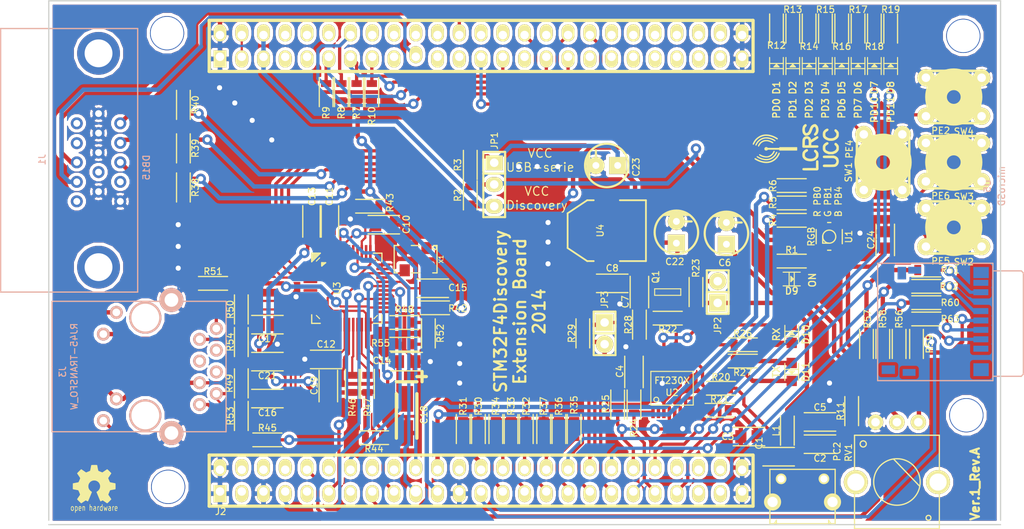
<source format=kicad_pcb>
(kicad_pcb (version 4) (host pcbnew "(2014-08-12 BZR 5067)-product")
  (layers (0 F.Cu signal) (31 B.Cu signal) (34 B.Paste user) (35 F.Paste user) (36 B.SilkS user) (37 F.SilkS user) (38 B.Mask user) (39 F.Mask user) (44 Edge.Cuts user))
  (net 0 "")
  (net 1 "Net-(C1-Pad1)")
  (net 2 GND)
  (net 3 "Net-(C2-Pad1)")
  (net 4 /USB-Serie/3.3v_FT)
  (net 5 /USB-Serie/5v_USB)
  (net 6 "Net-(C10-Pad1)")
  (net 7 +3.3V)
  (net 8 "Net-(D2-Pad2)")
  (net 9 "Net-(D3-Pad2)")
  (net 10 "Net-(D4-Pad2)")
  (net 11 "Net-(D5-Pad2)")
  (net 12 "Net-(D6-Pad2)")
  (net 13 "Net-(D7-Pad2)")
  (net 14 "Net-(D8-Pad2)")
  (net 15 "Net-(D10-Pad1)")
  (net 16 "Net-(D10-Pad2)")
  (net 17 "Net-(D11-Pad1)")
  (net 18 /Ethernet/MDC)
  (net 19 /PC2)
  (net 20 /Ethernet/OSCIN)
  (net 21 /Ethernet/MDIO)
  (net 22 /Ethernet/NRST)
  (net 23 /Ethernet/CRS_DV)
  (net 24 /SD-Card/Dat3/CS)
  (net 25 /SD-Card/CLK/SCK)
  (net 26 /SD-Card/Dat0/MISO)
  (net 27 /SD-Card/CMD/MOSI)
  (net 28 /USB-Serie/RX)
  (net 29 /USB-Serie/TX)
  (net 30 /PE6)
  (net 31 /PE4)
  (net 32 /PE5)
  (net 33 /PE2)
  (net 34 "Net-(R20-Pad1)")
  (net 35 "Net-(R60-Pad1)")
  (net 36 "Net-(R61-Pad1)")
  (net 37 "Net-(C3-Pad1)")
  (net 38 "Net-(C5-Pad1)")
  (net 39 "Net-(C7-Pad2)")
  (net 40 /Fuente/3.3V_OUT)
  (net 41 "Net-(D11-Pad2)")
  (net 42 /3.3V_discovery)
  (net 43 "Net-(R21-Pad1)")
  (net 44 "Net-(R28-Pad1)")
  (net 45 "Net-(R43-Pad1)")
  (net 46 "Net-(R45-Pad2)")
  (net 47 "Net-(R46-Pad2)")
  (net 48 "Net-(R47-Pad2)")
  (net 49 "Net-(R48-Pad1)")
  (net 50 "Net-(R48-Pad2)")
  (net 51 "Net-(R51-Pad2)")
  (net 52 "Net-(R52-Pad1)")
  (net 53 "Net-(R62-Pad1)")
  (net 54 "Net-(R63-Pad1)")
  (net 55 "Net-(J3-PadR1)")
  (net 56 "Net-(J3-PadR2)")
  (net 57 "Net-(J3-PadR7)")
  (net 58 "Net-(J3-PadR8)")
  (net 59 "Net-(J3-PadL4)")
  (net 60 "Net-(J3-PadL2)")
  (net 61 "Net-(R4-Pad1)")
  (net 62 "Net-(R5-Pad2)")
  (net 63 "Net-(R6-Pad2)")
  (net 64 "Net-(J1-Pad2)")
  (net 65 "Net-(J1-Pad1)")
  (net 66 "Net-(J1-Pad3)")
  (net 67 "Net-(R11-Pad2)")
  (net 68 /PD0)
  (net 69 /PD1)
  (net 70 /PD2)
  (net 71 /PD3)
  (net 72 /PD6)
  (net 73 /PD7)
  (net 74 /PD10)
  (net 75 /PD11)
  (net 76 /VGA/VGA_HS)
  (net 77 /VGA/VGA_VS)
  (net 78 /PB4)
  (net 79 +5V)
  (net 80 /Ethernet/TXD0)
  (net 81 /VGA/VGA_R1)
  (net 82 /VGA/VGA_G2)
  (net 83 /VGA/VGA_G0)
  (net 84 /VGA/VGA_B0)
  (net 85 /PB0)
  (net 86 /Ethernet/RXD0)
  (net 87 /Ethernet/RXD1)
  (net 88 /PB1)
  (net 89 /VGA/VGA_B1)
  (net 90 /VGA/VGA_G1)
  (net 91 /VGA/VGA_R0)
  (net 92 /VGA/VGA_R2)
  (net 93 /Ethernet/TX_EN)
  (net 94 /Ethernet/TXD1)
  (net 95 "Net-(D1-Pad2)")
  (net 96 "Net-(D9-Pad1)")
  (module Resistors_SMD:R_0805 (layer F.Cu) (at 178.65725 120.36425 90)
    (fp_text reference L1 (at 0 -1.3 90) (layer F.SilkS) (effects (font (size 0.762 0.762) (thickness 0.127))))
    (fp_text value MI0805K601R-10 hide)
    (pad 1 smd rect (at -1.00076 0 90) (size 0.8001 1.19888) (layers F.Cu F.Paste F.Mask) (net 1 "Net-(C1-Pad1)"))
    (pad 2 smd rect (at 1.00076 0 90) (size 0.8001 1.19888) (layers F.Cu F.Paste F.Mask) (net 38 "Net-(C5-Pad1)"))
  )
  (module Resistors_SMD:R_0805 (layer F.Cu) (at 179.16525 100.55225)
    (fp_text reference R1 (at 0 -1.3) (layer F.SilkS) (effects (font (size 0.762 0.762) (thickness 0.127))))
    (fp_text value 330 hide)
    (pad 1 smd rect (at -1.00076 0) (size 0.8001 1.19888) (layers F.Cu F.Paste F.Mask) (net 96 "Net-(D9-Pad1)"))
    (pad 2 smd rect (at 1.00076 0) (size 0.8001 1.19888) (layers F.Cu F.Paste F.Mask) (net 7 +3.3V))
  )
  (module Resistors_SMD:R_0805 (layer F.Cu) (at 141.63675 92.86875 270)
    (fp_text reference R2 (at 0 1.4605 270) (layer F.SilkS) (effects (font (size 0.762 0.762) (thickness 0.127))))
    (fp_text value 0 hide)
    (pad 1 smd rect (at -1.00076 0 270) (size 0.8001 1.19888) (layers F.Cu F.Paste F.Mask) (net 7 +3.3V))
    (pad 2 smd rect (at 1.00076 0 270) (size 0.8001 1.19888) (layers F.Cu F.Paste F.Mask) (net 42 /3.3V_discovery))
  )
  (module Resistors_SMD:R_0805 (layer F.Cu) (at 141.63675 89.31275 90)
    (fp_text reference R3 (at 0 -1.4605 90) (layer F.SilkS) (effects (font (size 0.762 0.762) (thickness 0.127))))
    (fp_text value 0 hide)
    (pad 1 smd rect (at -1.00076 0 90) (size 0.8001 1.19888) (layers F.Cu F.Paste F.Mask) (net 7 +3.3V))
    (pad 2 smd rect (at 1.00076 0 90) (size 0.8001 1.19888) (layers F.Cu F.Paste F.Mask) (net 40 /Fuente/3.3V_OUT))
  )
  (module Resistors_SMD:R_0805 (layer F.Cu) (at 179.16525 95.78975 180)
    (fp_text reference R4 (at 2.19075 0.03175 270) (layer F.SilkS) (effects (font (size 0.762 0.762) (thickness 0.127))))
    (fp_text value 330 hide)
    (pad 1 smd rect (at -1.00076 0 180) (size 0.8001 1.19888) (layers F.Cu F.Paste F.Mask) (net 61 "Net-(R4-Pad1)"))
    (pad 2 smd rect (at 1.00076 0 180) (size 0.8001 1.19888) (layers F.Cu F.Paste F.Mask) (net 85 /PB0))
  )
  (module Resistors_SMD:R_0805 (layer F.Cu) (at 179.16525 93.75775)
    (fp_text reference R5 (at -2.19075 -0.03175 90) (layer F.SilkS) (effects (font (size 0.762 0.762) (thickness 0.127))))
    (fp_text value 330 hide)
    (pad 1 smd rect (at -1.00076 0) (size 0.8001 1.19888) (layers F.Cu F.Paste F.Mask) (net 88 /PB1))
    (pad 2 smd rect (at 1.00076 0) (size 0.8001 1.19888) (layers F.Cu F.Paste F.Mask) (net 62 "Net-(R5-Pad2)"))
  )
  (module Resistors_SMD:R_0805 (layer F.Cu) (at 179.16525 91.72575)
    (fp_text reference R6 (at -2.19075 0.03175 90) (layer F.SilkS) (effects (font (size 0.762 0.762) (thickness 0.127))))
    (fp_text value 330 hide)
    (pad 1 smd rect (at -1.00076 0) (size 0.8001 1.19888) (layers F.Cu F.Paste F.Mask) (net 78 /PB4))
    (pad 2 smd rect (at 1.00076 0) (size 0.8001 1.19888) (layers F.Cu F.Paste F.Mask) (net 63 "Net-(R6-Pad2)"))
  )
  (module Resistors_SMD:R_0805 (layer F.Cu) (at 128.36525 80.80375 270)
    (fp_text reference R7 (at 2.413 0 270) (layer F.SilkS) (effects (font (size 0.762 0.762) (thickness 0.127))))
    (fp_text value 10k hide)
    (pad 1 smd rect (at -1.00076 0 270) (size 0.8001 1.19888) (layers F.Cu F.Paste F.Mask) (net 31 /PE4))
    (pad 2 smd rect (at 1.00076 0 270) (size 0.8001 1.19888) (layers F.Cu F.Paste F.Mask) (net 7 +3.3V))
  )
  (module Resistors_SMD:R_0805 (layer F.Cu) (at 126.58725 80.80375 270)
    (fp_text reference R8 (at 2.413 0 270) (layer F.SilkS) (effects (font (size 0.762 0.762) (thickness 0.127))))
    (fp_text value 10k hide)
    (pad 1 smd rect (at -1.00076 0 270) (size 0.8001 1.19888) (layers F.Cu F.Paste F.Mask) (net 32 /PE5))
    (pad 2 smd rect (at 1.00076 0 270) (size 0.8001 1.19888) (layers F.Cu F.Paste F.Mask) (net 7 +3.3V))
  )
  (module Resistors_SMD:R_0805 (layer F.Cu) (at 124.80925 80.80375 270)
    (fp_text reference R9 (at 2.413 0 270) (layer F.SilkS) (effects (font (size 0.762 0.762) (thickness 0.127))))
    (fp_text value 10k hide)
    (pad 1 smd rect (at -1.00076 0 270) (size 0.8001 1.19888) (layers F.Cu F.Paste F.Mask) (net 30 /PE6))
    (pad 2 smd rect (at 1.00076 0 270) (size 0.8001 1.19888) (layers F.Cu F.Paste F.Mask) (net 7 +3.3V))
  )
  (module Resistors_SMD:R_0805 (layer F.Cu) (at 130.14325 80.80375 270)
    (fp_text reference R10 (at 2.794 0 270) (layer F.SilkS) (effects (font (size 0.762 0.762) (thickness 0.127))))
    (fp_text value 10k hide)
    (pad 1 smd rect (at -1.00076 0 270) (size 0.8001 1.19888) (layers F.Cu F.Paste F.Mask) (net 33 /PE2))
    (pad 2 smd rect (at 1.00076 0 270) (size 0.8001 1.19888) (layers F.Cu F.Paste F.Mask) (net 7 +3.3V))
  )
  (module Resistors_SMD:R_0805 (layer F.Cu) (at 186.1693 118.0846 90)
    (fp_text reference R11 (at 0 -1.3 90) (layer F.SilkS) (effects (font (size 0.762 0.762) (thickness 0.127))))
    (fp_text value 330 hide)
    (pad 1 smd rect (at -1.00076 0 90) (size 0.8001 1.19888) (layers F.Cu F.Paste F.Mask) (net 19 /PC2))
    (pad 2 smd rect (at 1.00076 0 90) (size 0.8001 1.19888) (layers F.Cu F.Paste F.Mask) (net 67 "Net-(R11-Pad2)"))
  )
  (module Resistors_SMD:R_0805 (layer F.Cu) (at 177.38725 73.37425 270)
    (fp_text reference R12 (at 1.9685 0 360) (layer F.SilkS) (effects (font (size 0.762 0.762) (thickness 0.127))))
    (fp_text value 330 hide)
    (pad 1 smd rect (at -1.00076 0 270) (size 0.8001 1.19888) (layers F.Cu F.Paste F.Mask) (net 2 GND))
    (pad 2 smd rect (at 1.00076 0 270) (size 0.8001 1.19888) (layers F.Cu F.Paste F.Mask) (net 95 "Net-(D1-Pad2)"))
  )
  (module Resistors_SMD:R_0805 (layer F.Cu) (at 179.29225 73.37425 270)
    (fp_text reference R13 (at -2.2225 0 360) (layer F.SilkS) (effects (font (size 0.762 0.762) (thickness 0.127))))
    (fp_text value 330 hide)
    (pad 1 smd rect (at -1.00076 0 270) (size 0.8001 1.19888) (layers F.Cu F.Paste F.Mask) (net 2 GND))
    (pad 2 smd rect (at 1.00076 0 270) (size 0.8001 1.19888) (layers F.Cu F.Paste F.Mask) (net 8 "Net-(D2-Pad2)"))
  )
  (module Resistors_SMD:R_0805 (layer F.Cu) (at 181.19725 73.37425 270)
    (fp_text reference R14 (at 2.0955 0 360) (layer F.SilkS) (effects (font (size 0.762 0.762) (thickness 0.127))))
    (fp_text value 330 hide)
    (pad 1 smd rect (at -1.00076 0 270) (size 0.8001 1.19888) (layers F.Cu F.Paste F.Mask) (net 2 GND))
    (pad 2 smd rect (at 1.00076 0 270) (size 0.8001 1.19888) (layers F.Cu F.Paste F.Mask) (net 9 "Net-(D3-Pad2)"))
  )
  (module Resistors_SMD:R_0805 (layer F.Cu) (at 183.10225 73.37425 270)
    (fp_text reference R15 (at -2.2225 0 360) (layer F.SilkS) (effects (font (size 0.762 0.762) (thickness 0.127))))
    (fp_text value 330 hide)
    (pad 1 smd rect (at -1.00076 0 270) (size 0.8001 1.19888) (layers F.Cu F.Paste F.Mask) (net 2 GND))
    (pad 2 smd rect (at 1.00076 0 270) (size 0.8001 1.19888) (layers F.Cu F.Paste F.Mask) (net 10 "Net-(D4-Pad2)"))
  )
  (module Resistors_SMD:R_0805 (layer F.Cu) (at 185.00725 73.37425 270)
    (fp_text reference R16 (at 2.0955 0 360) (layer F.SilkS) (effects (font (size 0.762 0.762) (thickness 0.127))))
    (fp_text value 330 hide)
    (pad 1 smd rect (at -1.00076 0 270) (size 0.8001 1.19888) (layers F.Cu F.Paste F.Mask) (net 2 GND))
    (pad 2 smd rect (at 1.00076 0 270) (size 0.8001 1.19888) (layers F.Cu F.Paste F.Mask) (net 11 "Net-(D5-Pad2)"))
  )
  (module Resistors_SMD:R_0805 (layer F.Cu) (at 186.91225 73.37425 270)
    (fp_text reference R17 (at -2.2225 0 540) (layer F.SilkS) (effects (font (size 0.762 0.762) (thickness 0.127))))
    (fp_text value 330 hide)
    (pad 1 smd rect (at -1.00076 0 270) (size 0.8001 1.19888) (layers F.Cu F.Paste F.Mask) (net 2 GND))
    (pad 2 smd rect (at 1.00076 0 270) (size 0.8001 1.19888) (layers F.Cu F.Paste F.Mask) (net 12 "Net-(D6-Pad2)"))
  )
  (module Resistors_SMD:R_0805 (layer F.Cu) (at 188.81725 73.37425 270)
    (fp_text reference R18 (at 2.0955 0 360) (layer F.SilkS) (effects (font (size 0.762 0.762) (thickness 0.127))))
    (fp_text value 330 hide)
    (pad 1 smd rect (at -1.00076 0 270) (size 0.8001 1.19888) (layers F.Cu F.Paste F.Mask) (net 2 GND))
    (pad 2 smd rect (at 1.00076 0 270) (size 0.8001 1.19888) (layers F.Cu F.Paste F.Mask) (net 13 "Net-(D7-Pad2)"))
  )
  (module Resistors_SMD:R_0805 (layer F.Cu) (at 190.72225 73.37425 270)
    (fp_text reference R19 (at -2.2225 0 360) (layer F.SilkS) (effects (font (size 0.762 0.762) (thickness 0.127))))
    (fp_text value 330 hide)
    (pad 1 smd rect (at -1.00076 0 270) (size 0.8001 1.19888) (layers F.Cu F.Paste F.Mask) (net 2 GND))
    (pad 2 smd rect (at 1.00076 0 270) (size 0.8001 1.19888) (layers F.Cu F.Paste F.Mask) (net 14 "Net-(D8-Pad2)"))
  )
  (module Resistors_SMD:R_0805 (layer F.Cu) (at 170.91025 115.41125)
    (fp_text reference R20 (at 0 -1.3) (layer F.SilkS) (effects (font (size 0.762 0.762) (thickness 0.127))))
    (fp_text value 27 hide)
    (pad 1 smd rect (at -1.00076 0) (size 0.8001 1.19888) (layers F.Cu F.Paste F.Mask) (net 34 "Net-(R20-Pad1)"))
    (pad 2 smd rect (at 1.00076 0) (size 0.8001 1.19888) (layers F.Cu F.Paste F.Mask) (net 3 "Net-(C2-Pad1)"))
  )
  (module Resistors_SMD:R_0805 (layer F.Cu) (at 170.7515 117.983)
    (fp_text reference R21 (at 0 -1.3) (layer F.SilkS) (effects (font (size 0.762 0.762) (thickness 0.127))))
    (fp_text value 27 hide)
    (pad 1 smd rect (at -1.00076 0) (size 0.8001 1.19888) (layers F.Cu F.Paste F.Mask) (net 43 "Net-(R21-Pad1)"))
    (pad 2 smd rect (at 1.00076 0) (size 0.8001 1.19888) (layers F.Cu F.Paste F.Mask) (net 37 "Net-(C3-Pad1)"))
  )
  (module Resistors_SMD:R_0805 (layer F.Cu) (at 164.68725 107.21975 180)
    (fp_text reference R22 (at 0 -1.3 180) (layer F.SilkS) (effects (font (size 0.762 0.762) (thickness 0.127))))
    (fp_text value 100k hide)
    (pad 1 smd rect (at -1.00076 0 180) (size 0.8001 1.19888) (layers F.Cu F.Paste F.Mask) (net 38 "Net-(C5-Pad1)"))
    (pad 2 smd rect (at 1.00076 0 180) (size 0.8001 1.19888) (layers F.Cu F.Paste F.Mask) (net 39 "Net-(C7-Pad2)"))
  )
  (module Resistors_SMD:R_0805 (layer F.Cu) (at 167.98925 104.17175 270)
    (fp_text reference R23 (at -2.794 0 270) (layer F.SilkS) (effects (font (size 0.762 0.762) (thickness 0.127))))
    (fp_text value 0 hide)
    (pad 1 smd rect (at -1.00076 0 270) (size 0.8001 1.19888) (layers F.Cu F.Paste F.Mask) (net 5 /USB-Serie/5v_USB))
    (pad 2 smd rect (at 1.00076 0 270) (size 0.8001 1.19888) (layers F.Cu F.Paste F.Mask) (net 38 "Net-(C5-Pad1)"))
  )
  (module Resistors_SMD:R_0805 (layer F.Cu) (at 160.75025 117.31625 270)
    (fp_text reference R24 (at 2.7305 0 270) (layer F.SilkS) (effects (font (size 0.762 0.762) (thickness 0.127))))
    (fp_text value 10k hide)
    (pad 1 smd rect (at -1.00076 0 270) (size 0.8001 1.19888) (layers F.Cu F.Paste F.Mask) (net 4 /USB-Serie/3.3v_FT))
    (pad 2 smd rect (at 1.00076 0 270) (size 0.8001 1.19888) (layers F.Cu F.Paste F.Mask) (net 29 /USB-Serie/TX))
  )
  (module Resistors_SMD:R_0805 (layer F.Cu) (at 158.84525 117.31625 270)
    (fp_text reference R25 (at -0.0635 1.397 270) (layer F.SilkS) (effects (font (size 0.762 0.762) (thickness 0.127))))
    (fp_text value 10k hide)
    (pad 1 smd rect (at -1.00076 0 270) (size 0.8001 1.19888) (layers F.Cu F.Paste F.Mask) (net 4 /USB-Serie/3.3v_FT))
    (pad 2 smd rect (at 1.00076 0 270) (size 0.8001 1.19888) (layers F.Cu F.Paste F.Mask) (net 28 /USB-Serie/RX))
  )
  (module Resistors_SMD:R_0805 (layer F.Cu) (at 173.45025 110.33125)
    (fp_text reference R26 (at 0 -1.3) (layer F.SilkS) (effects (font (size 0.762 0.762) (thickness 0.127))))
    (fp_text value 330 hide)
    (pad 1 smd rect (at -1.00076 0) (size 0.8001 1.19888) (layers F.Cu F.Paste F.Mask) (net 4 /USB-Serie/3.3v_FT))
    (pad 2 smd rect (at 1.00076 0) (size 0.8001 1.19888) (layers F.Cu F.Paste F.Mask) (net 15 "Net-(D10-Pad1)"))
  )
  (module Resistors_SMD:R_0805 (layer F.Cu) (at 173.45025 112.23625)
    (fp_text reference R27 (at 0 1.3335) (layer F.SilkS) (effects (font (size 0.762 0.762) (thickness 0.127))))
    (fp_text value 330 hide)
    (pad 1 smd rect (at -1.00076 0) (size 0.8001 1.19888) (layers F.Cu F.Paste F.Mask) (net 4 /USB-Serie/3.3v_FT))
    (pad 2 smd rect (at 1.00076 0) (size 0.8001 1.19888) (layers F.Cu F.Paste F.Mask) (net 17 "Net-(D11-Pad1)"))
  )
  (module Resistors_SMD:R_0805 (layer F.Cu) (at 161.38525 107.98175 90)
    (fp_text reference R28 (at 0 -1.3 90) (layer F.SilkS) (effects (font (size 0.762 0.762) (thickness 0.127))))
    (fp_text value 1k hide)
    (pad 1 smd rect (at -1.00076 0 90) (size 0.8001 1.19888) (layers F.Cu F.Paste F.Mask) (net 44 "Net-(R28-Pad1)"))
    (pad 2 smd rect (at 1.00076 0 90) (size 0.8001 1.19888) (layers F.Cu F.Paste F.Mask) (net 39 "Net-(C7-Pad2)"))
  )
  (module Resistors_SMD:R_0805 (layer F.Cu) (at 154.78125 108.99775 90)
    (fp_text reference R29 (at 0 -1.3 90) (layer F.SilkS) (effects (font (size 0.762 0.762) (thickness 0.127))))
    (fp_text value 0 hide)
    (pad 1 smd rect (at -1.00076 0 90) (size 0.8001 1.19888) (layers F.Cu F.Paste F.Mask) (net 4 /USB-Serie/3.3v_FT))
    (pad 2 smd rect (at 1.00076 0 90) (size 0.8001 1.19888) (layers F.Cu F.Paste F.Mask) (net 39 "Net-(C7-Pad2)"))
  )
  (module Resistors_SMD:R_0805 (layer F.Cu) (at 142.58925 120.17375 270)
    (fp_text reference R30 (at -2.667 0 270) (layer F.SilkS) (effects (font (size 0.762 0.762) (thickness 0.127))))
    (fp_text value 240 hide)
    (pad 1 smd rect (at -1.00076 0 270) (size 0.8001 1.19888) (layers F.Cu F.Paste F.Mask) (net 66 "Net-(J1-Pad3)"))
    (pad 2 smd rect (at 1.00076 0 270) (size 0.8001 1.19888) (layers F.Cu F.Paste F.Mask) (net 89 /VGA/VGA_B1))
  )
  (module Resistors_SMD:R_0805 (layer F.Cu) (at 140.81125 120.17375 270)
    (fp_text reference R31 (at -2.667 0 270) (layer F.SilkS) (effects (font (size 0.762 0.762) (thickness 0.127))))
    (fp_text value 470 hide)
    (pad 1 smd rect (at -1.00076 0 270) (size 0.8001 1.19888) (layers F.Cu F.Paste F.Mask) (net 66 "Net-(J1-Pad3)"))
    (pad 2 smd rect (at 1.00076 0 270) (size 0.8001 1.19888) (layers F.Cu F.Paste F.Mask) (net 84 /VGA/VGA_B0))
  )
  (module Resistors_SMD:R_0805 (layer F.Cu) (at 148.17725 120.17375 270)
    (fp_text reference R32 (at -2.667 0 270) (layer F.SilkS) (effects (font (size 0.762 0.762) (thickness 0.127))))
    (fp_text value 240 hide)
    (pad 1 smd rect (at -1.00076 0 270) (size 0.8001 1.19888) (layers F.Cu F.Paste F.Mask) (net 64 "Net-(J1-Pad2)"))
    (pad 2 smd rect (at 1.00076 0 270) (size 0.8001 1.19888) (layers F.Cu F.Paste F.Mask) (net 82 /VGA/VGA_G2))
  )
  (module Resistors_SMD:R_0805 (layer F.Cu) (at 146.39925 120.17375 270)
    (fp_text reference R33 (at -2.667 0 270) (layer F.SilkS) (effects (font (size 0.762 0.762) (thickness 0.127))))
    (fp_text value 560 hide)
    (pad 1 smd rect (at -1.00076 0 270) (size 0.8001 1.19888) (layers F.Cu F.Paste F.Mask) (net 64 "Net-(J1-Pad2)"))
    (pad 2 smd rect (at 1.00076 0 270) (size 0.8001 1.19888) (layers F.Cu F.Paste F.Mask) (net 90 /VGA/VGA_G1))
  )
  (module Resistors_SMD:R_0805 (layer F.Cu) (at 144.62125 120.17375 270)
    (fp_text reference R34 (at -2.667 0 270) (layer F.SilkS) (effects (font (size 0.762 0.762) (thickness 0.127))))
    (fp_text value 1100 hide)
    (pad 1 smd rect (at -1.00076 0 270) (size 0.8001 1.19888) (layers F.Cu F.Paste F.Mask) (net 64 "Net-(J1-Pad2)"))
    (pad 2 smd rect (at 1.00076 0 270) (size 0.8001 1.19888) (layers F.Cu F.Paste F.Mask) (net 83 /VGA/VGA_G0))
  )
  (module Resistors_SMD:R_0805 (layer F.Cu) (at 153.76525 120.17375 270)
    (fp_text reference R35 (at -2.794 0 270) (layer F.SilkS) (effects (font (size 0.762 0.762) (thickness 0.127))))
    (fp_text value 240 hide)
    (pad 1 smd rect (at -1.00076 0 270) (size 0.8001 1.19888) (layers F.Cu F.Paste F.Mask) (net 65 "Net-(J1-Pad1)"))
    (pad 2 smd rect (at 1.00076 0 270) (size 0.8001 1.19888) (layers F.Cu F.Paste F.Mask) (net 92 /VGA/VGA_R2))
  )
  (module Resistors_SMD:R_0805 (layer F.Cu) (at 151.98725 120.17375 270)
    (fp_text reference R36 (at -2.667 0 270) (layer F.SilkS) (effects (font (size 0.762 0.762) (thickness 0.127))))
    (fp_text value 560 hide)
    (pad 1 smd rect (at -1.00076 0 270) (size 0.8001 1.19888) (layers F.Cu F.Paste F.Mask) (net 65 "Net-(J1-Pad1)"))
    (pad 2 smd rect (at 1.00076 0 270) (size 0.8001 1.19888) (layers F.Cu F.Paste F.Mask) (net 81 /VGA/VGA_R1))
  )
  (module Resistors_SMD:R_0805 (layer F.Cu) (at 150.20925 120.17375 270)
    (fp_text reference R37 (at -2.667 0 270) (layer F.SilkS) (effects (font (size 0.762 0.762) (thickness 0.127))))
    (fp_text value 1100 hide)
    (pad 1 smd rect (at -1.00076 0 270) (size 0.8001 1.19888) (layers F.Cu F.Paste F.Mask) (net 65 "Net-(J1-Pad1)"))
    (pad 2 smd rect (at 1.00076 0 270) (size 0.8001 1.19888) (layers F.Cu F.Paste F.Mask) (net 91 /VGA/VGA_R0))
  )
  (module Resistors_SMD:R_0805 (layer F.Cu) (at 108.1405 91.948 270)
    (fp_text reference R38 (at 0 -1.397 270) (layer F.SilkS) (effects (font (size 0.762 0.762) (thickness 0.127))))
    (fp_text value 150 hide)
    (pad 1 smd rect (at -1.00076 0 270) (size 0.8001 1.19888) (layers F.Cu F.Paste F.Mask) (net 66 "Net-(J1-Pad3)"))
    (pad 2 smd rect (at 1.00076 0 270) (size 0.8001 1.19888) (layers F.Cu F.Paste F.Mask) (net 2 GND))
  )
  (module Resistors_SMD:R_0805 (layer F.Cu) (at 108.1405 87.376 270)
    (fp_text reference R39 (at 0 -1.397 270) (layer F.SilkS) (effects (font (size 0.762 0.762) (thickness 0.127))))
    (fp_text value 150 hide)
    (pad 1 smd rect (at -1.00076 0 270) (size 0.8001 1.19888) (layers F.Cu F.Paste F.Mask) (net 64 "Net-(J1-Pad2)"))
    (pad 2 smd rect (at 1.00076 0 270) (size 0.8001 1.19888) (layers F.Cu F.Paste F.Mask) (net 2 GND))
  )
  (module Resistors_SMD:R_0805 (layer F.Cu) (at 108.1405 82.296 90)
    (fp_text reference R40 (at 0 1.397 90) (layer F.SilkS) (effects (font (size 0.762 0.762) (thickness 0.127))))
    (fp_text value 150 hide)
    (pad 1 smd rect (at -1.00076 0 90) (size 0.8001 1.19888) (layers F.Cu F.Paste F.Mask) (net 65 "Net-(J1-Pad1)"))
    (pad 2 smd rect (at 1.00076 0 90) (size 0.8001 1.19888) (layers F.Cu F.Paste F.Mask) (net 2 GND))
  )
  (module Resistors_SMD:R_0805 (layer F.Cu) (at 137.50925 106.01325)
    (fp_text reference R42 (at 2.667 0.0635) (layer F.SilkS) (effects (font (size 0.762 0.762) (thickness 0.127))))
    (fp_text value 10k hide)
    (pad 1 smd rect (at -1.00076 0) (size 0.8001 1.19888) (layers F.Cu F.Paste F.Mask) (net 22 /Ethernet/NRST))
    (pad 2 smd rect (at 1.00076 0) (size 0.8001 1.19888) (layers F.Cu F.Paste F.Mask) (net 7 +3.3V))
  )
  (module Resistors_SMD:R_0805 (layer F.Cu) (at 129.95275 94.13875)
    (fp_text reference R43 (at 2.31775 -0.41275 90) (layer F.SilkS) (effects (font (size 0.762 0.762) (thickness 0.127))))
    (fp_text value 2.2k hide)
    (pad 1 smd rect (at -1.00076 0) (size 0.8001 1.19888) (layers F.Cu F.Paste F.Mask) (net 45 "Net-(R43-Pad1)"))
    (pad 2 smd rect (at 1.00076 0) (size 0.8001 1.19888) (layers F.Cu F.Paste F.Mask) (net 7 +3.3V))
  )
  (module Resistors_SMD:R_0805 (layer F.Cu) (at 130.39725 121.18975 180)
    (fp_text reference R44 (at 0 -1.3 180) (layer F.SilkS) (effects (font (size 0.762 0.762) (thickness 0.127))))
    (fp_text value 2.2k hide)
    (pad 1 smd rect (at -1.00076 0 180) (size 0.8001 1.19888) (layers F.Cu F.Paste F.Mask) (net 23 /Ethernet/CRS_DV))
    (pad 2 smd rect (at 1.00076 0 180) (size 0.8001 1.19888) (layers F.Cu F.Paste F.Mask) (net 7 +3.3V))
  )
  (module Resistors_SMD:R_0805 (layer F.Cu) (at 117.95125 121.44375)
    (fp_text reference R45 (at 0 -1.397) (layer F.SilkS) (effects (font (size 0.762 0.762) (thickness 0.127))))
    (fp_text value 330 hide)
    (pad 1 smd rect (at -1.00076 0) (size 0.8001 1.19888) (layers F.Cu F.Paste F.Mask) (net 59 "Net-(J3-PadL4)"))
    (pad 2 smd rect (at 1.00076 0) (size 0.8001 1.19888) (layers F.Cu F.Paste F.Mask) (net 46 "Net-(R45-Pad2)"))
  )
  (module Resistors_SMD:R_0805 (layer F.Cu) (at 127.85725 114.90325 90)
    (fp_text reference R46 (at -2.7305 0 90) (layer F.SilkS) (effects (font (size 0.762 0.762) (thickness 0.127))))
    (fp_text value 2.2k hide)
    (pad 1 smd rect (at -1.00076 0 90) (size 0.8001 1.19888) (layers F.Cu F.Paste F.Mask) (net 7 +3.3V))
    (pad 2 smd rect (at 1.00076 0 90) (size 0.8001 1.19888) (layers F.Cu F.Paste F.Mask) (net 47 "Net-(R46-Pad2)"))
  )
  (module Resistors_SMD:R_0805 (layer F.Cu) (at 129.63525 114.90325 90)
    (fp_text reference R47 (at -2.7305 0 90) (layer F.SilkS) (effects (font (size 0.762 0.762) (thickness 0.127))))
    (fp_text value 2.2k hide)
    (pad 1 smd rect (at -1.00076 0 90) (size 0.8001 1.19888) (layers F.Cu F.Paste F.Mask) (net 7 +3.3V))
    (pad 2 smd rect (at 1.00076 0 90) (size 0.8001 1.19888) (layers F.Cu F.Paste F.Mask) (net 48 "Net-(R47-Pad2)"))
  )
  (module Resistors_SMD:R_0805 (layer F.Cu) (at 133.95325 107.72775 180)
    (fp_text reference R48 (at 0 1.524 180) (layer F.SilkS) (effects (font (size 0.762 0.762) (thickness 0.127))))
    (fp_text value 4.7k hide)
    (pad 1 smd rect (at -1.00076 0 180) (size 0.8001 1.19888) (layers F.Cu F.Paste F.Mask) (net 49 "Net-(R48-Pad1)"))
    (pad 2 smd rect (at 1.00076 0 180) (size 0.8001 1.19888) (layers F.Cu F.Paste F.Mask) (net 50 "Net-(R48-Pad2)"))
  )
  (module Resistors_SMD:R_0805 (layer F.Cu) (at 114.90325 114.83975 270)
    (fp_text reference R49 (at 0 1.397 270) (layer F.SilkS) (effects (font (size 0.762 0.762) (thickness 0.127))))
    (fp_text value 18 hide)
    (pad 1 smd rect (at -1.00076 0 270) (size 0.8001 1.19888) (layers F.Cu F.Paste F.Mask) (net 7 +3.3V))
    (pad 2 smd rect (at 1.00076 0 270) (size 0.8001 1.19888) (layers F.Cu F.Paste F.Mask) (net 56 "Net-(J3-PadR2)"))
  )
  (module Resistors_SMD:R_0805 (layer F.Cu) (at 114.90325 106.20375 90)
    (fp_text reference R50 (at 0 -1.3 90) (layer F.SilkS) (effects (font (size 0.762 0.762) (thickness 0.127))))
    (fp_text value 18 hide)
    (pad 1 smd rect (at -1.00076 0 90) (size 0.8001 1.19888) (layers F.Cu F.Paste F.Mask) (net 7 +3.3V))
    (pad 2 smd rect (at 1.00076 0 90) (size 0.8001 1.19888) (layers F.Cu F.Paste F.Mask) (net 58 "Net-(J3-PadR8)"))
  )
  (module Resistors_SMD:R_0805 (layer F.Cu) (at 111.60125 103.15575)
    (fp_text reference R51 (at 0 -1.397) (layer F.SilkS) (effects (font (size 0.762 0.762) (thickness 0.127))))
    (fp_text value 330 hide)
    (pad 1 smd rect (at -1.00076 0) (size 0.8001 1.19888) (layers F.Cu F.Paste F.Mask) (net 60 "Net-(J3-PadL2)"))
    (pad 2 smd rect (at 1.00076 0) (size 0.8001 1.19888) (layers F.Cu F.Paste F.Mask) (net 51 "Net-(R51-Pad2)"))
  )
  (module Resistors_SMD:R_0805 (layer F.Cu) (at 136.74725 108.99775 90)
    (fp_text reference R52 (at 0 1.397 90) (layer F.SilkS) (effects (font (size 0.762 0.762) (thickness 0.127))))
    (fp_text value 150 hide)
    (pad 1 smd rect (at -1.00076 0 90) (size 0.8001 1.19888) (layers F.Cu F.Paste F.Mask) (net 52 "Net-(R52-Pad1)"))
    (pad 2 smd rect (at 1.00076 0 90) (size 0.8001 1.19888) (layers F.Cu F.Paste F.Mask) (net 49 "Net-(R48-Pad1)"))
  )
  (module Resistors_SMD:R_0805 (layer F.Cu) (at 114.90325 118.64975 90)
    (fp_text reference R53 (at 0 -1.3 90) (layer F.SilkS) (effects (font (size 0.762 0.762) (thickness 0.127))))
    (fp_text value 18 hide)
    (pad 1 smd rect (at -1.00076 0 90) (size 0.8001 1.19888) (layers F.Cu F.Paste F.Mask) (net 55 "Net-(J3-PadR1)"))
    (pad 2 smd rect (at 1.00076 0 90) (size 0.8001 1.19888) (layers F.Cu F.Paste F.Mask) (net 7 +3.3V))
  )
  (module Resistors_SMD:R_0805 (layer F.Cu) (at 114.90325 110.01375 90)
    (fp_text reference R54 (at 0 -1.3 90) (layer F.SilkS) (effects (font (size 0.762 0.762) (thickness 0.127))))
    (fp_text value 18 hide)
    (pad 1 smd rect (at -1.00076 0 90) (size 0.8001 1.19888) (layers F.Cu F.Paste F.Mask) (net 57 "Net-(J3-PadR7)"))
    (pad 2 smd rect (at 1.00076 0 90) (size 0.8001 1.19888) (layers F.Cu F.Paste F.Mask) (net 7 +3.3V))
  )
  (module Resistors_SMD:R_0805 (layer F.Cu) (at 133.95325 110.26775)
    (fp_text reference R55 (at -2.794 -0.127) (layer F.SilkS) (effects (font (size 0.762 0.762) (thickness 0.127))))
    (fp_text value 18 hide)
    (pad 1 smd rect (at -1.00076 0) (size 0.8001 1.19888) (layers F.Cu F.Paste F.Mask) (net 2 GND))
    (pad 2 smd rect (at 1.00076 0) (size 0.8001 1.19888) (layers F.Cu F.Paste F.Mask) (net 52 "Net-(R52-Pad1)"))
  )
  (module Resistors_SMD:R_0805 (layer F.Cu) (at 191.7065 110.236 270)
    (fp_text reference R56 (at -2.921 0 270) (layer F.SilkS) (effects (font (size 0.762 0.762) (thickness 0.127))))
    (fp_text value 47K hide)
    (pad 1 smd rect (at -1.00076 0 270) (size 0.8001 1.19888) (layers F.Cu F.Paste F.Mask) (net 27 /SD-Card/CMD/MOSI))
    (pad 2 smd rect (at 1.00076 0 270) (size 0.8001 1.19888) (layers F.Cu F.Paste F.Mask) (net 7 +3.3V))
  )
  (module Resistors_SMD:R_0805 (layer F.Cu) (at 187.8965 110.236 270)
    (fp_text reference R57 (at -2.921 -0.127 270) (layer F.SilkS) (effects (font (size 0.762 0.762) (thickness 0.127))))
    (fp_text value 47K hide)
    (pad 1 smd rect (at -1.00076 0 270) (size 0.8001 1.19888) (layers F.Cu F.Paste F.Mask) (net 26 /SD-Card/Dat0/MISO))
    (pad 2 smd rect (at 1.00076 0 270) (size 0.8001 1.19888) (layers F.Cu F.Paste F.Mask) (net 7 +3.3V))
  )
  (module Resistors_SMD:R_0805 (layer F.Cu) (at 189.8015 110.236 270)
    (fp_text reference R58 (at -2.921 0 270) (layer F.SilkS) (effects (font (size 0.762 0.762) (thickness 0.127))))
    (fp_text value 47K hide)
    (pad 1 smd rect (at -1.00076 0 270) (size 0.8001 1.19888) (layers F.Cu F.Paste F.Mask) (net 25 /SD-Card/CLK/SCK))
    (pad 2 smd rect (at 1.00076 0 270) (size 0.8001 1.19888) (layers F.Cu F.Paste F.Mask) (net 7 +3.3V))
  )
  (module Resistors_SMD:R_0805 (layer F.Cu) (at 193.7385 110.236 270)
    (fp_text reference R59 (at 0 -1.524 450) (layer F.SilkS) (effects (font (size 0.762 0.762) (thickness 0.127))))
    (fp_text value 47K hide)
    (pad 1 smd rect (at -1.00076 0 270) (size 0.8001 1.19888) (layers F.Cu F.Paste F.Mask) (net 24 /SD-Card/Dat3/CS))
    (pad 2 smd rect (at 1.00076 0 270) (size 0.8001 1.19888) (layers F.Cu F.Paste F.Mask) (net 7 +3.3V))
  )
  (module Resistors_SMD:R_0805 (layer F.Cu) (at 194.8815 105.41 180)
    (fp_text reference R60 (at -2.794 0 360) (layer F.SilkS) (effects (font (size 0.762 0.762) (thickness 0.127))))
    (fp_text value 22 hide)
    (pad 1 smd rect (at -1.00076 0 180) (size 0.8001 1.19888) (layers F.Cu F.Paste F.Mask) (net 35 "Net-(R60-Pad1)"))
    (pad 2 smd rect (at 1.00076 0 180) (size 0.8001 1.19888) (layers F.Cu F.Paste F.Mask) (net 27 /SD-Card/CMD/MOSI))
  )
  (module Resistors_SMD:R_0805 (layer F.Cu) (at 194.8815 101.6 180)
    (fp_text reference R61 (at -2.794 0 180) (layer F.SilkS) (effects (font (size 0.762 0.762) (thickness 0.127))))
    (fp_text value 22 hide)
    (pad 1 smd rect (at -1.00076 0 180) (size 0.8001 1.19888) (layers F.Cu F.Paste F.Mask) (net 36 "Net-(R61-Pad1)"))
    (pad 2 smd rect (at 1.00076 0 180) (size 0.8001 1.19888) (layers F.Cu F.Paste F.Mask) (net 26 /SD-Card/Dat0/MISO))
  )
  (module Resistors_SMD:R_0805 (layer F.Cu) (at 194.8815 103.505 180)
    (fp_text reference R62 (at -2.667 0 360) (layer F.SilkS) (effects (font (size 0.762 0.762) (thickness 0.127))))
    (fp_text value 22 hide)
    (pad 1 smd rect (at -1.00076 0 180) (size 0.8001 1.19888) (layers F.Cu F.Paste F.Mask) (net 53 "Net-(R62-Pad1)"))
    (pad 2 smd rect (at 1.00076 0 180) (size 0.8001 1.19888) (layers F.Cu F.Paste F.Mask) (net 25 /SD-Card/CLK/SCK))
  )
  (module Resistors_SMD:R_0805 (layer F.Cu) (at 194.8815 107.315 180)
    (fp_text reference R63 (at -2.794 0 360) (layer F.SilkS) (effects (font (size 0.762 0.762) (thickness 0.127))))
    (fp_text value 22 hide)
    (pad 1 smd rect (at -1.00076 0 180) (size 0.8001 1.19888) (layers F.Cu F.Paste F.Mask) (net 54 "Net-(R63-Pad1)"))
    (pad 2 smd rect (at 1.00076 0 180) (size 0.8001 1.19888) (layers F.Cu F.Paste F.Mask) (net 24 /SD-Card/Dat3/CS))
  )
  (module Housings_SSOP:SSOP-16 (layer F.Cu) (at 165.19525 115.41125)
    (fp_text reference U2 (at 0 0.508) (layer F.SilkS) (effects (font (size 0.762 0.762) (thickness 0.127))))
    (fp_text value FT230X (at 0 -0.89916) (layer F.SilkS) (effects (font (size 0.762 0.762) (thickness 0.127))))
    (pad 4 smd rect (at -0.3175 2.8) (size 0.4 1.4) (layers F.Cu F.Paste F.Mask) (net 28 /USB-Serie/RX))
    (pad 5 smd rect (at 0.3175 2.8) (size 0.4 1.4) (layers F.Cu F.Paste F.Mask) (net 2 GND))
    (pad 6 smd rect (at 0.9525 2.8) (size 0.4 1.4) (layers F.Cu F.Paste F.Mask))
    (pad 7 smd rect (at 1.5875 2.8) (size 0.4 1.4) (layers F.Cu F.Paste F.Mask) (net 41 "Net-(D11-Pad2)"))
    (pad 16 smd rect (at -2.2225 -2.8) (size 0.4 1.4) (layers F.Cu F.Paste F.Mask) (net 44 "Net-(R28-Pad1)"))
    (pad 1 smd rect (at -2.2225 2.8) (size 0.4 1.4) (layers F.Cu F.Paste F.Mask) (net 29 /USB-Serie/TX))
    (pad 2 smd rect (at -1.5875 2.8) (size 0.4 1.4) (layers F.Cu F.Paste F.Mask))
    (pad 3 smd rect (at -0.9525 2.8) (size 0.4 1.4) (layers F.Cu F.Paste F.Mask) (net 4 /USB-Serie/3.3v_FT))
    (pad 9 smd rect (at 2.2225 -2.8) (size 0.4 1.4) (layers F.Cu F.Paste F.Mask) (net 34 "Net-(R20-Pad1)"))
    (pad 10 smd rect (at 1.5875 -2.8) (size 0.4 1.4) (layers F.Cu F.Paste F.Mask) (net 4 /USB-Serie/3.3v_FT))
    (pad 11 smd rect (at 0.9525 -2.8) (size 0.4 1.4) (layers F.Cu F.Paste F.Mask) (net 4 /USB-Serie/3.3v_FT))
    (pad 12 smd rect (at 0.3175 -2.8) (size 0.4 1.4) (layers F.Cu F.Paste F.Mask) (net 38 "Net-(C5-Pad1)"))
    (pad 13 smd rect (at -0.3175 -2.8) (size 0.4 1.4) (layers F.Cu F.Paste F.Mask) (net 2 GND))
    (pad 14 smd rect (at -0.9525 -2.8) (size 0.4 1.4) (layers F.Cu F.Paste F.Mask) (net 16 "Net-(D10-Pad2)"))
    (pad 8 smd rect (at 2.2225 2.8) (size 0.4 1.4) (layers F.Cu F.Paste F.Mask) (net 43 "Net-(R21-Pad1)"))
    (pad 15 smd rect (at -1.5875 -2.8) (size 0.4 1.4) (layers F.Cu F.Paste F.Mask))
  )
  (module SMD_Packages:SOT-23-GDS (layer F.Cu) (at 164.68725 104.17175 180)
    (fp_text reference Q1 (at 1.397 1.778 270) (layer F.SilkS) (effects (font (size 0.762 0.762) (thickness 0.127))))
    (fp_text value IRLML6402 hide)
    (pad S smd rect (at -0.889 -1.016 180) (size 0.9144 0.9144) (layers F.Cu F.Paste F.Mask) (net 38 "Net-(C5-Pad1)"))
    (pad G smd rect (at 0.889 -1.016 180) (size 0.9144 0.9144) (layers F.Cu F.Paste F.Mask) (net 39 "Net-(C7-Pad2)"))
    (pad D smd rect (at 0 1.016 180) (size 0.9144 0.9144) (layers F.Cu F.Paste F.Mask) (net 5 /USB-Serie/5v_USB))
  )
  (module w_Connectors:POTE (layer F.Cu) (at 191.4525 119.38 180)
    (fp_text reference RV1 (at 5.6515 -3.556 270) (layer F.SilkS) (effects (font (size 0.762 0.762) (thickness 0.127))))
    (fp_text value PC2 (at 6.985 -3.429 270) (layer F.SilkS) (effects (font (size 0.762 0.762) (thickness 0.127))))
    (pad 1 thru_hole circle (at -2.5 0 180) (size 1.8 1.8) (drill 1) (layers *.Cu *.Mask F.SilkS) (net 42 /3.3V_discovery))
    (pad 2 thru_hole circle (at 0 0 180) (size 1.8 1.8) (drill 1) (layers *.Cu *.Mask F.SilkS) (net 67 "Net-(R11-Pad2)"))
    (pad 3 thru_hole circle (at 2.5 0 180) (size 1.8 1.8) (drill 1) (layers *.Cu *.Mask F.SilkS) (net 2 GND))
    (pad SH thru_hole circle (at 4.8 -7 180) (size 2.8 2.8) (drill 2) (layers *.Cu *.Mask F.SilkS))
    (pad SH thru_hole circle (at -4.8 -7 180) (size 2.8 2.8) (drill 2) (layers *.Cu *.Mask F.SilkS))
  )
  (module SMD_Packages:SOT-223 (layer F.Cu) (at 157.57525 96.99625 90)
    (fp_text reference U4 (at 0 -0.762 90) (layer F.SilkS) (effects (font (size 0.762 0.762) (thickness 0.127))))
    (fp_text value MCP1825S-3302E hide)
    (pad 4 smd rect (at 0 -3.302 90) (size 3.6576 2.032) (layers F.Cu F.Paste F.Mask) (net 2 GND))
    (pad 2 smd rect (at 0 3.302 90) (size 1.016 2.032) (layers F.Cu F.Paste F.Mask) (net 2 GND))
    (pad 3 smd rect (at 2.286 3.302 90) (size 1.016 2.032) (layers F.Cu F.Paste F.Mask) (net 40 /Fuente/3.3V_OUT))
    (pad 1 smd rect (at -2.286 3.302 90) (size 1.016 2.032) (layers F.Cu F.Paste F.Mask) (net 5 /USB-Serie/5v_USB))
  )
  (module Capacitors_Tantalum_SMD:TantalC_SizeA_EIA-3216_HandSoldering (layer F.Cu) (at 134.20725 118.64975 270)
    (fp_text reference C18 (at -0.127 -2.032 270) (layer F.SilkS) (effects (font (size 0.762 0.762) (thickness 0.127))))
    (fp_text value "10uF (tantalio)" hide)
    (fp_text user + (at -4.59994 -1.80086 270) (layer F.SilkS) (effects (font (size 0.762 0.762) (thickness 0.127))))
    (pad 2 smd rect (at 1.99898 0 270) (size 2.99974 1.50114) (layers F.Cu F.Paste F.Mask) (net 2 GND))
    (pad 1 smd rect (at -1.99898 0 270) (size 2.99974 1.50114) (layers F.Cu F.Paste F.Mask) (net 6 "Net-(C10-Pad1)"))
  )
  (module w_Connectors:c_0805 (layer F.Cu) (at 177.64125 123.41225)
    (fp_text reference C1 (at -2.286 -1.5875 270) (layer F.SilkS) (effects (font (size 0.762 0.762) (thickness 0.127))))
    (fp_text value 10nf hide)
    (pad 1 smd rect (at 0.9525 0) (size 1.30048 1.4986) (layers F.Cu F.Paste F.Mask) (net 1 "Net-(C1-Pad1)"))
    (pad 2 smd rect (at -0.9525 0) (size 1.30048 1.4986) (layers F.Cu F.Paste F.Mask) (net 2 GND))
  )
  (module w_Connectors:c_0805 (layer F.Cu) (at 182.46725 121.95175 180)
    (fp_text reference C2 (at 0 -1.651 180) (layer F.SilkS) (effects (font (size 0.762 0.762) (thickness 0.127))))
    (fp_text value 47pF hide)
    (pad 1 smd rect (at 0.9525 0 180) (size 1.30048 1.4986) (layers F.Cu F.Paste F.Mask) (net 3 "Net-(C2-Pad1)"))
    (pad 2 smd rect (at -0.9525 0 180) (size 1.30048 1.4986) (layers F.Cu F.Paste F.Mask) (net 2 GND))
  )
  (module w_Connectors:c_0805 (layer F.Cu) (at 174.1805 121.0564)
    (fp_text reference C3 (at -2.4765 0) (layer F.SilkS) (effects (font (size 0.762 0.762) (thickness 0.127))))
    (fp_text value 47pF hide)
    (pad 1 smd rect (at 0.9525 0) (size 1.30048 1.4986) (layers F.Cu F.Paste F.Mask) (net 37 "Net-(C3-Pad1)"))
    (pad 2 smd rect (at -0.9525 0) (size 1.30048 1.4986) (layers F.Cu F.Paste F.Mask) (net 2 GND))
  )
  (module w_Connectors:c_0805 (layer F.Cu) (at 160.75025 113.50625 270)
    (fp_text reference C4 (at -0.0635 1.651 270) (layer F.SilkS) (effects (font (size 0.762 0.762) (thickness 0.127))))
    (fp_text value 100nF hide)
    (pad 1 smd rect (at 0.9525 0 270) (size 1.30048 1.4986) (layers F.Cu F.Paste F.Mask) (net 4 /USB-Serie/3.3v_FT))
    (pad 2 smd rect (at -0.9525 0 270) (size 1.30048 1.4986) (layers F.Cu F.Paste F.Mask) (net 2 GND))
  )
  (module w_Connectors:c_0805 (layer F.Cu) (at 182.46725 119.34825 180)
    (fp_text reference C5 (at 0 1.7145 180) (layer F.SilkS) (effects (font (size 0.762 0.762) (thickness 0.127))))
    (fp_text value 100nF hide)
    (pad 1 smd rect (at 0.9525 0 180) (size 1.30048 1.4986) (layers F.Cu F.Paste F.Mask) (net 38 "Net-(C5-Pad1)"))
    (pad 2 smd rect (at -0.9525 0 180) (size 1.30048 1.4986) (layers F.Cu F.Paste F.Mask) (net 2 GND))
  )
  (module w_Connectors:c_0805 (layer F.Cu) (at 161.38525 104.17175 90)
    (fp_text reference C7 (at -1.143 -1.651 90) (layer F.SilkS) (effects (font (size 0.762 0.762) (thickness 0.127))))
    (fp_text value 100nF hide)
    (pad 1 smd rect (at 0.9525 0 90) (size 1.30048 1.4986) (layers F.Cu F.Paste F.Mask) (net 5 /USB-Serie/5v_USB))
    (pad 2 smd rect (at -0.9525 0 90) (size 1.30048 1.4986) (layers F.Cu F.Paste F.Mask) (net 39 "Net-(C7-Pad2)"))
  )
  (module w_Connectors:c_0805 (layer F.Cu) (at 158.21025 103.15575)
    (fp_text reference C8 (at 0 -1.778) (layer F.SilkS) (effects (font (size 0.762 0.762) (thickness 0.127))))
    (fp_text value 100nF hide)
    (pad 1 smd rect (at 0.9525 0) (size 1.30048 1.4986) (layers F.Cu F.Paste F.Mask) (net 5 /USB-Serie/5v_USB))
    (pad 2 smd rect (at -0.9525 0) (size 1.30048 1.4986) (layers F.Cu F.Paste F.Mask) (net 2 GND))
  )
  (module w_Connectors:c_0805 (layer F.Cu) (at 131.54025 96.29775 180)
    (fp_text reference C10 (at -2.63525 0.03175 270) (layer F.SilkS) (effects (font (size 0.762 0.762) (thickness 0.127))))
    (fp_text value 100nF hide)
    (pad 1 smd rect (at 0.9525 0 180) (size 1.30048 1.4986) (layers F.Cu F.Paste F.Mask) (net 6 "Net-(C10-Pad1)"))
    (pad 2 smd rect (at -0.9525 0 180) (size 1.30048 1.4986) (layers F.Cu F.Paste F.Mask) (net 2 GND))
  )
  (module w_Connectors:c_0805 (layer F.Cu) (at 125.19025 95.91675 90)
    (fp_text reference C11 (at 2.921 0 90) (layer F.SilkS) (effects (font (size 0.762 0.762) (thickness 0.127))))
    (fp_text value 100nF hide)
    (pad 1 smd rect (at 0.9525 0 90) (size 1.30048 1.4986) (layers F.Cu F.Paste F.Mask) (net 7 +3.3V))
    (pad 2 smd rect (at -0.9525 0 90) (size 1.30048 1.4986) (layers F.Cu F.Paste F.Mask) (net 2 GND))
  )
  (module w_Connectors:c_0805 (layer F.Cu) (at 124.80925 112.04575)
    (fp_text reference C12 (at 0 -1.778) (layer F.SilkS) (effects (font (size 0.762 0.762) (thickness 0.127))))
    (fp_text value 100nF hide)
    (pad 1 smd rect (at 0.9525 0) (size 1.30048 1.4986) (layers F.Cu F.Paste F.Mask) (net 6 "Net-(C10-Pad1)"))
    (pad 2 smd rect (at -0.9525 0) (size 1.30048 1.4986) (layers F.Cu F.Paste F.Mask) (net 2 GND))
  )
  (module w_Connectors:c_0805 (layer F.Cu) (at 123.15825 95.91675 90)
    (fp_text reference C13 (at 2.921 0 90) (layer F.SilkS) (effects (font (size 0.762 0.762) (thickness 0.127))))
    (fp_text value 100nF hide)
    (pad 1 smd rect (at 0.9525 0 90) (size 1.30048 1.4986) (layers F.Cu F.Paste F.Mask) (net 7 +3.3V))
    (pad 2 smd rect (at -0.9525 0 90) (size 1.30048 1.4986) (layers F.Cu F.Paste F.Mask) (net 2 GND))
  )
  (module w_Connectors:c_0805 (layer F.Cu) (at 134.20725 112.29975 180)
    (fp_text reference C14 (at 2.87655 0.10795 180) (layer F.SilkS) (effects (font (size 0.762 0.762) (thickness 0.127))))
    (fp_text value 100nF hide)
    (pad 1 smd rect (at 0.9525 0 180) (size 1.30048 1.4986) (layers F.Cu F.Paste F.Mask) (net 6 "Net-(C10-Pad1)"))
    (pad 2 smd rect (at -0.9525 0 180) (size 1.30048 1.4986) (layers F.Cu F.Paste F.Mask) (net 2 GND))
  )
  (module w_Connectors:c_0805 (layer F.Cu) (at 137.25525 103.72725 180)
    (fp_text reference C15 (at -2.921 0.0635 180) (layer F.SilkS) (effects (font (size 0.762 0.762) (thickness 0.127))))
    (fp_text value 100nF hide)
    (pad 1 smd rect (at 0.9525 0 180) (size 1.30048 1.4986) (layers F.Cu F.Paste F.Mask) (net 7 +3.3V))
    (pad 2 smd rect (at -0.9525 0 180) (size 1.30048 1.4986) (layers F.Cu F.Paste F.Mask) (net 2 GND))
  )
  (module w_Connectors:c_0805 (layer F.Cu) (at 117.95125 116.61775 180)
    (fp_text reference C16 (at 0 -1.651 180) (layer F.SilkS) (effects (font (size 0.762 0.762) (thickness 0.127))))
    (fp_text value 100nF hide)
    (pad 1 smd rect (at 0.9525 0 180) (size 1.30048 1.4986) (layers F.Cu F.Paste F.Mask) (net 7 +3.3V))
    (pad 2 smd rect (at -0.9525 0 180) (size 1.30048 1.4986) (layers F.Cu F.Paste F.Mask) (net 2 GND))
  )
  (module w_Connectors:c_0805 (layer F.Cu) (at 117.95125 107.98175 180)
    (fp_text reference C17 (at 0 -1.651 180) (layer F.SilkS) (effects (font (size 0.762 0.762) (thickness 0.127))))
    (fp_text value 100nF hide)
    (pad 1 smd rect (at 0.9525 0 180) (size 1.30048 1.4986) (layers F.Cu F.Paste F.Mask) (net 7 +3.3V))
    (pad 2 smd rect (at -0.9525 0 180) (size 1.30048 1.4986) (layers F.Cu F.Paste F.Mask) (net 2 GND))
  )
  (module w_Connectors:c_0805 (layer F.Cu) (at 125.06325 115.15725 270)
    (fp_text reference C19 (at -0.0635 1.651 270) (layer F.SilkS) (effects (font (size 0.762 0.762) (thickness 0.127))))
    (fp_text value 100nF hide)
    (pad 1 smd rect (at 0.9525 0 270) (size 1.30048 1.4986) (layers F.Cu F.Paste F.Mask) (net 7 +3.3V))
    (pad 2 smd rect (at -0.9525 0 270) (size 1.30048 1.4986) (layers F.Cu F.Paste F.Mask) (net 2 GND))
  )
  (module w_Connectors:c_0805 (layer F.Cu) (at 117.95125 112.29975 180)
    (fp_text reference C21 (at 0 -1.651 180) (layer F.SilkS) (effects (font (size 0.762 0.762) (thickness 0.127))))
    (fp_text value 100nF hide)
    (pad 1 smd rect (at 0.9525 0 180) (size 1.30048 1.4986) (layers F.Cu F.Paste F.Mask) (net 7 +3.3V))
    (pad 2 smd rect (at -0.9525 0 180) (size 1.30048 1.4986) (layers F.Cu F.Paste F.Mask) (net 2 GND))
  )
  (module w_Connectors:c_0805 (layer F.Cu) (at 190.08725 98.07575 270)
    (fp_text reference C24 (at 0 1.651 270) (layer F.SilkS) (effects (font (size 0.762 0.762) (thickness 0.127))))
    (fp_text value 100nF hide)
    (pad 1 smd rect (at 0.9525 0 270) (size 1.30048 1.4986) (layers F.Cu F.Paste F.Mask) (net 7 +3.3V))
    (pad 2 smd rect (at -0.9525 0 270) (size 1.30048 1.4986) (layers F.Cu F.Paste F.Mask) (net 2 GND))
  )
  (module w_Connectors:Led_0805 (layer F.Cu) (at 177.38725 77.75575 90)
    (fp_text reference D1 (at -2.54 0 90) (layer F.SilkS) (effects (font (size 0.8001 0.8001) (thickness 0.14986))))
    (fp_text value PD0 (at -4.953 0 90) (layer F.SilkS) (effects (font (size 0.8001 0.8001) (thickness 0.14986))))
    (pad 1 smd rect (at -1.04902 0 90) (size 1.19888 1.19888) (layers F.Cu F.Paste F.Mask) (net 68 /PD0))
    (pad 2 smd rect (at 1.04902 0 90) (size 1.19888 1.19888) (layers F.Cu F.Paste F.Mask) (net 95 "Net-(D1-Pad2)"))
  )
  (module w_Connectors:Led_0805 (layer F.Cu) (at 179.29225 77.75575 90)
    (fp_text reference D2 (at -2.54 0 90) (layer F.SilkS) (effects (font (size 0.8001 0.8001) (thickness 0.14986))))
    (fp_text value PD1 (at -4.953 0 90) (layer F.SilkS) (effects (font (size 0.8001 0.8001) (thickness 0.14986))))
    (pad 1 smd rect (at -1.04902 0 90) (size 1.19888 1.19888) (layers F.Cu F.Paste F.Mask) (net 69 /PD1))
    (pad 2 smd rect (at 1.04902 0 90) (size 1.19888 1.19888) (layers F.Cu F.Paste F.Mask) (net 8 "Net-(D2-Pad2)"))
  )
  (module w_Connectors:Led_0805 (layer F.Cu) (at 181.19725 77.75575 90)
    (fp_text reference D3 (at -2.54 0 90) (layer F.SilkS) (effects (font (size 0.8001 0.8001) (thickness 0.14986))))
    (fp_text value PD2 (at -4.953 0 90) (layer F.SilkS) (effects (font (size 0.8001 0.8001) (thickness 0.14986))))
    (pad 1 smd rect (at -1.04902 0 90) (size 1.19888 1.19888) (layers F.Cu F.Paste F.Mask) (net 70 /PD2))
    (pad 2 smd rect (at 1.04902 0 90) (size 1.19888 1.19888) (layers F.Cu F.Paste F.Mask) (net 9 "Net-(D3-Pad2)"))
  )
  (module w_Connectors:Led_0805 (layer F.Cu) (at 183.10225 77.75575 90)
    (fp_text reference D4 (at -2.54 0 90) (layer F.SilkS) (effects (font (size 0.8001 0.8001) (thickness 0.14986))))
    (fp_text value PD3 (at -4.953 0 90) (layer F.SilkS) (effects (font (size 0.8001 0.8001) (thickness 0.14986))))
    (pad 1 smd rect (at -1.04902 0 90) (size 1.19888 1.19888) (layers F.Cu F.Paste F.Mask) (net 71 /PD3))
    (pad 2 smd rect (at 1.04902 0 90) (size 1.19888 1.19888) (layers F.Cu F.Paste F.Mask) (net 10 "Net-(D4-Pad2)"))
  )
  (module w_Connectors:Led_0805 (layer F.Cu) (at 185.00725 77.75575 90)
    (fp_text reference D5 (at -2.54 0 90) (layer F.SilkS) (effects (font (size 0.8001 0.8001) (thickness 0.14986))))
    (fp_text value PD6 (at -4.953 0 90) (layer F.SilkS) (effects (font (size 0.8001 0.8001) (thickness 0.14986))))
    (pad 1 smd rect (at -1.04902 0 90) (size 1.19888 1.19888) (layers F.Cu F.Paste F.Mask) (net 72 /PD6))
    (pad 2 smd rect (at 1.04902 0 90) (size 1.19888 1.19888) (layers F.Cu F.Paste F.Mask) (net 11 "Net-(D5-Pad2)"))
  )
  (module w_Connectors:Led_0805 (layer F.Cu) (at 186.91225 77.75575 90)
    (fp_text reference D6 (at -2.54 0 90) (layer F.SilkS) (effects (font (size 0.8001 0.8001) (thickness 0.14986))))
    (fp_text value PD7 (at -4.953 0 90) (layer F.SilkS) (effects (font (size 0.8001 0.8001) (thickness 0.14986))))
    (pad 1 smd rect (at -1.04902 0 90) (size 1.19888 1.19888) (layers F.Cu F.Paste F.Mask) (net 73 /PD7))
    (pad 2 smd rect (at 1.04902 0 90) (size 1.19888 1.19888) (layers F.Cu F.Paste F.Mask) (net 12 "Net-(D6-Pad2)"))
  )
  (module w_Connectors:Led_0805 (layer F.Cu) (at 188.81725 77.75575 90)
    (fp_text reference D7 (at -2.54 0 90) (layer F.SilkS) (effects (font (size 0.8001 0.8001) (thickness 0.14986))))
    (fp_text value PD10 (at -5.08 0 90) (layer F.SilkS) (effects (font (size 0.8001 0.8001) (thickness 0.14986))))
    (pad 1 smd rect (at -1.04902 0 90) (size 1.19888 1.19888) (layers F.Cu F.Paste F.Mask) (net 74 /PD10))
    (pad 2 smd rect (at 1.04902 0 90) (size 1.19888 1.19888) (layers F.Cu F.Paste F.Mask) (net 13 "Net-(D7-Pad2)"))
  )
  (module w_Connectors:Led_0805 (layer F.Cu) (at 190.72225 77.75575 90)
    (fp_text reference D8 (at -2.54 0 90) (layer F.SilkS) (effects (font (size 0.8001 0.8001) (thickness 0.14986))))
    (fp_text value PD11 (at -5.08 0 90) (layer F.SilkS) (effects (font (size 0.8001 0.8001) (thickness 0.14986))))
    (pad 1 smd rect (at -1.04902 0 90) (size 1.19888 1.19888) (layers F.Cu F.Paste F.Mask) (net 75 /PD11))
    (pad 2 smd rect (at 1.04902 0 90) (size 1.19888 1.19888) (layers F.Cu F.Paste F.Mask) (net 14 "Net-(D8-Pad2)"))
  )
  (module w_Connectors:Led_0805 (layer F.Cu) (at 179.16525 102.64775)
    (fp_text reference D9 (at 0 1.397) (layer F.SilkS) (effects (font (size 0.8001 0.8001) (thickness 0.14986))))
    (fp_text value ON (at 2.413 0.127 90) (layer F.SilkS) (effects (font (size 0.8001 0.8001) (thickness 0.14986))))
    (pad 1 smd rect (at -1.04902 0) (size 1.19888 1.19888) (layers F.Cu F.Paste F.Mask) (net 96 "Net-(D9-Pad1)"))
    (pad 2 smd rect (at 1.04902 0) (size 1.19888 1.19888) (layers F.Cu F.Paste F.Mask) (net 2 GND))
  )
  (module w_Connectors:Led_0805 (layer F.Cu) (at 179.16525 109.06125 90)
    (fp_text reference D10 (at -0.0635 1.651 90) (layer F.SilkS) (effects (font (size 0.8001 0.8001) (thickness 0.14986))))
    (fp_text value RX (at -0.0635 -1.778 90) (layer F.SilkS) (effects (font (size 0.8001 0.8001) (thickness 0.14986))))
    (pad 1 smd rect (at -1.04902 0 90) (size 1.19888 1.19888) (layers F.Cu F.Paste F.Mask) (net 15 "Net-(D10-Pad1)"))
    (pad 2 smd rect (at 1.04902 0 90) (size 1.19888 1.19888) (layers F.Cu F.Paste F.Mask) (net 16 "Net-(D10-Pad2)"))
  )
  (module w_Connectors:Led_0805 (layer F.Cu) (at 179.16525 113.50625 270)
    (fp_text reference D11 (at 0 -1.651 270) (layer F.SilkS) (effects (font (size 0.8001 0.8001) (thickness 0.14986))))
    (fp_text value TX (at 0 1.80086 270) (layer F.SilkS) (effects (font (size 0.8001 0.8001) (thickness 0.14986))))
    (pad 1 smd rect (at -1.04902 0 270) (size 1.19888 1.19888) (layers F.Cu F.Paste F.Mask) (net 17 "Net-(D11-Pad1)"))
    (pad 2 smd rect (at 1.04902 0 270) (size 1.19888 1.19888) (layers F.Cu F.Paste F.Mask) (net 41 "Net-(D11-Pad2)"))
  )
  (module Mounting_Holes:MountingHole_3-5mm (layer F.Cu) (at 199.1995 74.2315)
    (fp_text reference MH hide)
    (fp_text value MountingHole_3-5mm_RevA_Date21Jun2010 hide)
    (pad 1 thru_hole circle (at 0 0) (size 4 4) (drill 3.8) (layers *.Cu))
  )
  (module Mounting_Holes:MountingHole_3-5mm (layer F.Cu) (at 199.5551 118.5672)
    (fp_text reference MH hide)
    (fp_text value MountingHole_3-5mm_RevA_Date21Jun2010 hide)
    (pad 1 thru_hole circle (at 0 0) (size 4 4) (drill 3.8) (layers *.Cu))
  )
  (module Mounting_Holes:MountingHole_3-5mm (layer F.Cu) (at 106.2355 73.914)
    (fp_text reference MH hide)
    (fp_text value MountingHole_3-5mm_RevA_Date21Jun2010 hide)
    (pad 1 thru_hole circle (at 0 0) (size 4 4) (drill 3.8) (layers *.Cu))
  )
  (module Mounting_Holes:MountingHole_3-5mm (layer F.Cu) (at 106.3625 126.9365)
    (fp_text reference MH hide)
    (fp_text value MountingHole_3-5mm_RevA_Date21Jun2010 hide)
    (pad 1 thru_hole circle (at 0 0) (size 4 4) (drill 3.8) (layers *.Cu))
  )
  (module w_Connectors:LOGO_UCC (layer F.Cu) (at 179.6415 87.249 90)
    (fp_text reference G*** hide)
    (fp_text value LOGO hide)
  )
  (module w_logo:Logo_silk_OSHW_6x6mm (layer F.Cu) (at 97.7265 126.619)
    (fp_text reference G*** hide)
    (fp_text value LOGO hide)
  )
  (module w_Connectors:microSD (layer B.Cu) (at 200.37425 103.09225 270)
    (fp_text reference U5 (at -11.303 -1.651 270) (layer B.SilkS) (effects (font (size 0.762 0.762) (thickness 0.127)) (justify mirror)))
    (fp_text value microSD (at -11.303 -3.302 270) (layer B.SilkS) (effects (font (size 0.762 0.762) (thickness 0.127)) (justify mirror)))
    (pad GND smd rect (at -1.475 6.85 270) (size 0.8 1.5) (layers B.Cu B.Paste B.Mask))
    (pad GND smd rect (at 10.15 -0.9 270) (size 1.5 1.8) (layers B.Cu B.Paste B.Mask))
    (pad GND smd rect (at -1.2 -0.9 270) (size 1.3 1.8) (layers B.Cu B.Paste B.Mask))
    (pad 8 smd rect (at 0 -0.875 270) (size 0.7 1.75) (layers B.Cu B.Paste B.Mask))
    (pad 7 smd rect (at 1.1 -0.875 270) (size 0.7 1.75) (layers B.Cu B.Paste B.Mask) (net 36 "Net-(R61-Pad1)"))
    (pad 6 smd rect (at 2.2 -0.875 270) (size 0.7 1.75) (layers B.Cu B.Paste B.Mask) (net 2 GND))
    (pad 5 smd rect (at 3.3 -0.875 270) (size 0.7 1.75) (layers B.Cu B.Paste B.Mask) (net 53 "Net-(R62-Pad1)"))
    (pad 4 smd rect (at 4.4 -0.875 270) (size 0.7 1.75) (layers B.Cu B.Paste B.Mask) (net 7 +3.3V))
    (pad 3 smd rect (at 5.5 -0.875 270) (size 0.7 1.75) (layers B.Cu B.Paste B.Mask) (net 35 "Net-(R60-Pad1)"))
    (pad 2 smd rect (at 6.6 -0.875 270) (size 0.7 1.75) (layers B.Cu B.Paste B.Mask) (net 54 "Net-(R63-Pad1)"))
    (pad 1 smd rect (at 7.7 -0.875 270) (size 0.7 1.75) (layers B.Cu B.Paste B.Mask))
    (pad GND smd rect (at 10.475 7.5 270) (size 0.8 1.5) (layers B.Cu B.Paste B.Mask))
    (pad S1 smd rect (at -1.1375 8.35 270) (size 1.475 1) (layers B.Cu B.Paste B.Mask))
    (pad S2 smd rect (at 10.15 9.925 270) (size 1 1.55) (layers B.Cu B.Paste B.Mask))
  )
  (module w_Connectors:stm32f4_discovery_header (layer F.Cu) (at 127.09525 100.80625 180)
    (fp_text reference J2 (at 14.605 -29.0195 180) (layer F.SilkS) (effects (font (size 0.762 0.762) (thickness 0.127))))
    (fp_text value STM32F4_Discovery_Header hide)
    (pad 51 thru_hole oval (at -46.28 24.13 180) (size 1.5 2) (drill 1 (offset 0 -0.25)) (layers *.Cu *.Mask F.SilkS) (net 2 GND))
    (pad 53 thru_hole oval (at -43.74 24.13 180) (size 1.5 2) (drill 1 (offset 0 -0.25)) (layers *.Cu *.Mask F.SilkS))
    (pad 55 thru_hole oval (at -41.2 24.13 180) (size 1.5 2) (drill 1 (offset 0 -0.25)) (layers *.Cu *.Mask F.SilkS))
    (pad 57 thru_hole oval (at -38.66 24.13 180) (size 1.5 2) (drill 1 (offset 0 -0.25)) (layers *.Cu *.Mask F.SilkS))
    (pad 59 thru_hole oval (at -36.12 24.13 180) (size 1.5 2) (drill 1 (offset 0 -0.25)) (layers *.Cu *.Mask F.SilkS))
    (pad 61 thru_hole oval (at -33.58 24.13 180) (size 1.5 2) (drill 1 (offset 0 -0.25)) (layers *.Cu *.Mask F.SilkS))
    (pad 63 thru_hole oval (at -31.04 24.13 180) (size 1.5 2) (drill 1 (offset 0 -0.25)) (layers *.Cu *.Mask F.SilkS))
    (pad 65 thru_hole oval (at -28.5 24.13 180) (size 1.5 2) (drill 1 (offset 0 -0.25)) (layers *.Cu *.Mask F.SilkS))
    (pad 67 thru_hole oval (at -25.96 24.13 180) (size 1.5 2) (drill 1 (offset 0 -0.25)) (layers *.Cu *.Mask F.SilkS) (net 69 /PD1))
    (pad 69 thru_hole oval (at -23.42 24.13 180) (size 1.5 2) (drill 1 (offset 0 -0.25)) (layers *.Cu *.Mask F.SilkS) (net 71 /PD3))
    (pad 71 thru_hole oval (at -20.88 24.13 180) (size 1.5 2) (drill 1 (offset 0 -0.25)) (layers *.Cu *.Mask F.SilkS))
    (pad 73 thru_hole oval (at -18.34 24.13 180) (size 1.5 2) (drill 1 (offset 0 -0.25)) (layers *.Cu *.Mask F.SilkS) (net 73 /PD7))
    (pad 75 thru_hole oval (at -15.8 24.13 180) (size 1.5 2) (drill 1 (offset 0 -0.25)) (layers *.Cu *.Mask F.SilkS) (net 78 /PB4))
    (pad 77 thru_hole oval (at -13.26 24.13 180) (size 1.5 2) (drill 1 (offset 0 -0.25)) (layers *.Cu *.Mask F.SilkS))
    (pad 79 thru_hole oval (at -10.72 24.13 180) (size 1.5 2) (drill 1 (offset 0 -0.25)) (layers *.Cu *.Mask F.SilkS))
    (pad 81 thru_hole oval (at -8.18 24.13 180) (size 1.5 2) (drill 1 (offset 0 0.25)) (layers *.Cu *.Mask F.SilkS) (net 77 /VGA/VGA_VS))
    (pad 83 thru_hole oval (at -5.64 24.13 180) (size 1.5 2) (drill 1 (offset 0 -0.25)) (layers *.Cu *.Mask F.SilkS))
    (pad 85 thru_hole oval (at -3.1 24.13 180) (size 1.5 2) (drill 1 (offset 0 -0.25)) (layers *.Cu *.Mask F.SilkS) (net 33 /PE2))
    (pad 87 thru_hole oval (at -0.56 24.13 180) (size 1.5 2) (drill 1 (offset 0 -0.25)) (layers *.Cu *.Mask F.SilkS) (net 31 /PE4))
    (pad 89 thru_hole oval (at 1.98 24.13 180) (size 1.5 2) (drill 1 (offset 0 -0.25)) (layers *.Cu *.Mask F.SilkS) (net 30 /PE6))
    (pad 91 thru_hole oval (at 4.52 24.13 180) (size 1.5 2) (drill 1 (offset 0 -0.25)) (layers *.Cu *.Mask F.SilkS))
    (pad 93 thru_hole oval (at 7.06 24.13 180) (size 1.5 2) (drill 1 (offset 0 -0.25)) (layers *.Cu *.Mask F.SilkS))
    (pad 95 thru_hole oval (at 9.6 24.13 180) (size 1.5 2) (drill 1 (offset 0 -0.25)) (layers *.Cu *.Mask F.SilkS) (net 42 /3.3V_discovery))
    (pad 97 thru_hole oval (at 12.14 24.13 180) (size 1.5 2) (drill 1 (offset 0 -0.25)) (layers *.Cu *.Mask F.SilkS) (net 79 +5V))
    (pad 99 thru_hole rect (at 14.68 24.13 180) (size 1.5 2) (drill 1 (offset 0 -0.25)) (layers *.Cu *.Mask F.SilkS) (net 2 GND))
    (pad 100 thru_hole oval (at 14.68 26.67 180) (size 1.5 2) (drill 1 (offset 0 0.25)) (layers *.Cu *.Mask F.SilkS) (net 2 GND))
    (pad 98 thru_hole oval (at 12.14 26.67 180) (size 1.5 2) (drill 1 (offset 0 0.25)) (layers *.Cu *.Mask F.SilkS) (net 79 +5V))
    (pad 96 thru_hole oval (at 9.6 26.67 180) (size 1.5 2) (drill 1 (offset 0 0.25)) (layers *.Cu *.Mask F.SilkS) (net 42 /3.3V_discovery))
    (pad 94 thru_hole oval (at 7.06 26.67 180) (size 1.5 2) (drill 1 (offset 0 0.25)) (layers *.Cu *.Mask F.SilkS))
    (pad 92 thru_hole oval (at 4.52 26.67 180) (size 1.5 2) (drill 1 (offset 0 0.25)) (layers *.Cu *.Mask F.SilkS))
    (pad 90 thru_hole oval (at 1.98 26.67 180) (size 1.5 2) (drill 1 (offset 0 0.25)) (layers *.Cu *.Mask F.SilkS))
    (pad 88 thru_hole oval (at -0.56 26.67 180) (size 1.5 2) (drill 1 (offset 0 0.25)) (layers *.Cu *.Mask F.SilkS) (net 32 /PE5))
    (pad 86 thru_hole oval (at -3.1 26.67 180) (size 1.5 2) (drill 1 (offset 0 0.25)) (layers *.Cu *.Mask F.SilkS))
    (pad 84 thru_hole oval (at -5.64 26.67 180) (size 1.5 2) (drill 1 (offset 0 0.25)) (layers *.Cu *.Mask F.SilkS))
    (pad 82 thru_hole oval (at -8.18 26.67 180) (size 1.5 2) (drill 1 (offset 0 0.25)) (layers *.Cu *.Mask F.SilkS))
    (pad 80 thru_hole oval (at -10.72 26.67 180) (size 1.5 2) (drill 1 (offset 0 0.25)) (layers *.Cu *.Mask F.SilkS))
    (pad 78 thru_hole oval (at -13.26 26.67 180) (size 1.5 2) (drill 1 (offset 0 0.25)) (layers *.Cu *.Mask F.SilkS) (net 76 /VGA/VGA_HS))
    (pad 76 thru_hole oval (at -15.8 26.67 180) (size 1.5 2) (drill 1 (offset 0 0.25)) (layers *.Cu *.Mask F.SilkS))
    (pad 74 thru_hole oval (at -18.34 26.67 180) (size 1.5 2) (drill 1 (offset 0 0.25)) (layers *.Cu *.Mask F.SilkS))
    (pad 72 thru_hole oval (at -20.88 26.67 180) (size 1.5 2) (drill 1 (offset 0 0.25)) (layers *.Cu *.Mask F.SilkS) (net 72 /PD6))
    (pad 70 thru_hole oval (at -23.42 26.67 180) (size 1.5 2) (drill 1 (offset 0 0.25)) (layers *.Cu *.Mask F.SilkS))
    (pad 68 thru_hole oval (at -25.96 26.67 180) (size 1.5 2) (drill 1 (offset 0 0.25)) (layers *.Cu *.Mask F.SilkS) (net 70 /PD2))
    (pad 66 thru_hole oval (at -28.5 26.67 180) (size 1.5 2) (drill 1 (offset 0 0.25)) (layers *.Cu *.Mask F.SilkS) (net 68 /PD0))
    (pad 64 thru_hole oval (at -31.04 26.67 180) (size 1.5 2) (drill 1 (offset 0 0.25)) (layers *.Cu *.Mask F.SilkS))
    (pad 62 thru_hole oval (at -33.58 26.67 180) (size 1.5 2) (drill 1 (offset 0 0.25)) (layers *.Cu *.Mask F.SilkS))
    (pad 60 thru_hole oval (at -36.12 26.67 180) (size 1.5 2) (drill 1 (offset 0 0.25)) (layers *.Cu *.Mask F.SilkS))
    (pad 58 thru_hole oval (at -38.66 26.67 180) (size 1.5 2) (drill 1 (offset 0 0.25)) (layers *.Cu *.Mask F.SilkS))
    (pad 56 thru_hole oval (at -41.2 26.67 180) (size 1.5 2) (drill 1 (offset 0 0.25)) (layers *.Cu *.Mask F.SilkS))
    (pad 54 thru_hole oval (at -43.74 26.67 180) (size 1.5 2) (drill 1 (offset 0 0.25)) (layers *.Cu *.Mask F.SilkS))
    (pad 52 thru_hole oval (at -46.28 26.67 180) (size 1.5 2) (drill 1 (offset 0 0.25)) (layers *.Cu *.Mask F.SilkS) (net 2 GND))
    (pad 50 thru_hole oval (at -46.28 -24.13 180) (size 1.5 2) (drill 1 (offset 0 0.25)) (layers *.Cu *.Mask F.SilkS) (net 2 GND))
    (pad 48 thru_hole oval (at -43.74 -24.13 180) (size 1.5 2) (drill 1 (offset 0 0.25)) (layers *.Cu *.Mask F.SilkS))
    (pad 46 thru_hole oval (at -41.2 -24.13 180) (size 1.5 2) (drill 1 (offset 0 0.25)) (layers *.Cu *.Mask F.SilkS))
    (pad 44 thru_hole oval (at -38.66 -24.13 180) (size 1.5 2) (drill 1 (offset 0 0.25)) (layers *.Cu *.Mask F.SilkS))
    (pad 42 thru_hole oval (at -36.12 -24.13 180) (size 1.5 2) (drill 1 (offset 0 0.25)) (layers *.Cu *.Mask F.SilkS) (net 74 /PD10))
    (pad 40 thru_hole oval (at -33.58 -24.13 180) (size 1.5 2) (drill 1 (offset 0 0.25)) (layers *.Cu *.Mask F.SilkS) (net 28 /USB-Serie/RX))
    (pad 38 thru_hole oval (at -31.04 -24.13 180) (size 1.5 2) (drill 1 (offset 0 0.25)) (layers *.Cu *.Mask F.SilkS) (net 26 /SD-Card/Dat0/MISO))
    (pad 36 thru_hole oval (at -28.5 -24.13 180) (size 1.5 2) (drill 1 (offset 0 0.25)) (layers *.Cu *.Mask F.SilkS) (net 80 /Ethernet/TXD0))
    (pad 34 thru_hole oval (at -25.96 -24.13 180) (size 1.5 2) (drill 1 (offset 0 0.25)) (layers *.Cu *.Mask F.SilkS) (net 25 /SD-Card/CLK/SCK))
    (pad 32 thru_hole oval (at -23.42 -24.13 180) (size 1.5 2) (drill 1 (offset 0 0.25)) (layers *.Cu *.Mask F.SilkS) (net 81 /VGA/VGA_R1))
    (pad 30 thru_hole oval (at -20.88 -24.13 180) (size 1.5 2) (drill 1 (offset 0 0.25)) (layers *.Cu *.Mask F.SilkS) (net 82 /VGA/VGA_G2))
    (pad 28 thru_hole oval (at -18.34 -24.13 180) (size 1.5 2) (drill 1 (offset 0 0.25)) (layers *.Cu *.Mask F.SilkS) (net 83 /VGA/VGA_G0))
    (pad 26 thru_hole oval (at -15.8 -24.13 180) (size 1.5 2) (drill 1 (offset 0 0.25)) (layers *.Cu *.Mask F.SilkS) (net 84 /VGA/VGA_B0))
    (pad 24 thru_hole oval (at -13.26 -24.13 180) (size 1.5 2) (drill 1 (offset 0 0.25)) (layers *.Cu *.Mask F.SilkS))
    (pad 22 thru_hole oval (at -10.72 -24.13 180) (size 1.5 2) (drill 1 (offset 0 0.25)) (layers *.Cu *.Mask F.SilkS) (net 85 /PB0))
    (pad 20 thru_hole oval (at -8.18 -24.13 180) (size 1.5 2) (drill 1 (offset 0 0.25)) (layers *.Cu *.Mask F.SilkS) (net 86 /Ethernet/RXD0))
    (pad 18 thru_hole oval (at -5.64 -24.13 180) (size 1.5 2) (drill 1 (offset 0 0.25)) (layers *.Cu *.Mask F.SilkS))
    (pad 16 thru_hole oval (at -3.1 -24.13 180) (size 1.5 2) (drill 1 (offset 0 0.25)) (layers *.Cu *.Mask F.SilkS))
    (pad 14 thru_hole oval (at -0.56 -24.13 180) (size 1.5 2) (drill 1 (offset 0 0.25)) (layers *.Cu *.Mask F.SilkS) (net 21 /Ethernet/MDIO))
    (pad 12 thru_hole oval (at 1.98 -24.13 180) (size 1.5 2) (drill 1 (offset 0 0.25)) (layers *.Cu *.Mask F.SilkS))
    (pad 10 thru_hole oval (at 4.52 -24.13 180) (size 1.5 2) (drill 1 (offset 0 0.25)) (layers *.Cu *.Mask F.SilkS) (net 19 /PC2))
    (pad 8 thru_hole oval (at 7.06 -24.13 180) (size 1.5 2) (drill 1 (offset 0 0.25)) (layers *.Cu *.Mask F.SilkS))
    (pad 6 thru_hole oval (at 9.6 -24.13 180) (size 1.5 2) (drill 1 (offset 0 0.25)) (layers *.Cu *.Mask F.SilkS))
    (pad 4 thru_hole oval (at 12.14 -24.13 180) (size 1.5 2) (drill 1 (offset 0 0.25)) (layers *.Cu *.Mask F.SilkS))
    (pad 2 thru_hole oval (at 14.68 -24.13 180) (size 1.5 2) (drill 1 (offset 0 0.25)) (layers *.Cu *.Mask F.SilkS) (net 2 GND))
    (pad 1 thru_hole rect (at 14.68 -26.67 180) (size 1.5 2) (drill 1 (offset 0 -0.25)) (layers *.Cu *.Mask F.SilkS) (net 2 GND))
    (pad 3 thru_hole oval (at 12.14 -26.67 180) (size 1.5 2) (drill 1 (offset 0 -0.25)) (layers *.Cu *.Mask F.SilkS))
    (pad 5 thru_hole oval (at 9.6 -26.67 180) (size 1.5 2) (drill 1 (offset 0 -0.25)) (layers *.Cu *.Mask F.SilkS) (net 2 GND))
    (pad 7 thru_hole oval (at 7.06 -26.67 180) (size 1.5 2) (drill 1 (offset 0 -0.25)) (layers *.Cu *.Mask F.SilkS) (net 18 /Ethernet/MDC))
    (pad 9 thru_hole oval (at 4.52 -26.67 180) (size 1.5 2) (drill 1 (offset 0 -0.25)) (layers *.Cu *.Mask F.SilkS))
    (pad 11 thru_hole oval (at 1.98 -26.67 180) (size 1.5 2) (drill 1 (offset 0 -0.25)) (layers *.Cu *.Mask F.SilkS) (net 20 /Ethernet/OSCIN))
    (pad 13 thru_hole oval (at -0.56 -26.67 180) (size 1.5 2) (drill 1 (offset 0 -0.25)) (layers *.Cu *.Mask F.SilkS))
    (pad 15 thru_hole oval (at -3.1 -26.67 180) (size 1.5 2) (drill 1 (offset 0 -0.25)) (layers *.Cu *.Mask F.SilkS) (net 22 /Ethernet/NRST))
    (pad 17 thru_hole oval (at -5.64 -26.67 180) (size 1.5 2) (drill 1 (offset 0 -0.25)) (layers *.Cu *.Mask F.SilkS) (net 23 /Ethernet/CRS_DV))
    (pad 19 thru_hole oval (at -8.18 -26.67 180) (size 1.5 2) (drill 1.2 (offset 0 -0.25)) (layers *.Cu *.Mask F.SilkS) (net 87 /Ethernet/RXD1))
    (pad 21 thru_hole oval (at -10.72 -26.67 180) (size 1.5 2) (drill 1 (offset 0 -0.25)) (layers *.Cu *.Mask F.SilkS) (net 88 /PB1))
    (pad 23 thru_hole oval (at -13.26 -26.67 180) (size 1.5 2) (drill 1 (offset 0 -0.25)) (layers *.Cu *.Mask F.SilkS) (net 2 GND))
    (pad 25 thru_hole oval (at -15.8 -26.67 180) (size 1.5 2) (drill 1 (offset 0 -0.25)) (layers *.Cu *.Mask F.SilkS) (net 24 /SD-Card/Dat3/CS))
    (pad 27 thru_hole oval (at -18.34 -26.67 180) (size 1.5 2) (drill 1 (offset 0 -0.25)) (layers *.Cu *.Mask F.SilkS) (net 89 /VGA/VGA_B1))
    (pad 29 thru_hole oval (at -20.88 -26.67 180) (size 1.5 2) (drill 1 (offset 0 -0.25)) (layers *.Cu *.Mask F.SilkS) (net 90 /VGA/VGA_G1))
    (pad 31 thru_hole oval (at -23.42 -26.67 180) (size 1.5 2) (drill 1 (offset 0 -0.25)) (layers *.Cu *.Mask F.SilkS) (net 91 /VGA/VGA_R0))
    (pad 33 thru_hole oval (at -25.96 -26.67 180) (size 1.5 2) (drill 1 (offset 0 -0.25)) (layers *.Cu *.Mask F.SilkS) (net 92 /VGA/VGA_R2))
    (pad 35 thru_hole oval (at -28.5 -26.67 180) (size 1.5 2) (drill 1 (offset 0 -0.25)) (layers *.Cu *.Mask F.SilkS) (net 93 /Ethernet/TX_EN))
    (pad 37 thru_hole oval (at -31.04 -26.67 180) (size 1.5 2) (drill 1 (offset 0 -0.25)) (layers *.Cu *.Mask F.SilkS) (net 94 /Ethernet/TXD1))
    (pad 39 thru_hole oval (at -33.58 -26.67 180) (size 1.5 2) (drill 1 (offset 0 -0.25)) (layers *.Cu *.Mask F.SilkS) (net 27 /SD-Card/CMD/MOSI))
    (pad 41 thru_hole oval (at -36.12 -26.67 180) (size 1.5 2) (drill 1 (offset 0 -0.25)) (layers *.Cu *.Mask F.SilkS) (net 29 /USB-Serie/TX))
    (pad 43 thru_hole oval (at -38.66 -26.67 180) (size 1.5 2) (drill 1 (offset 0 -0.25)) (layers *.Cu *.Mask F.SilkS) (net 75 /PD11))
    (pad 45 thru_hole oval (at -41.2 -26.67 180) (size 1.5 2) (drill 1 (offset 0 -0.25)) (layers *.Cu *.Mask F.SilkS))
    (pad 47 thru_hole oval (at -43.74 -26.67 180) (size 1.5 2) (drill 1 (offset 0 -0.25)) (layers *.Cu *.Mask F.SilkS))
    (pad 49 thru_hole oval (at -46.28 -26.67 180) (size 1.5 2) (drill 1 (offset 0 -0.25)) (layers *.Cu *.Mask F.SilkS) (net 2 GND))
  )
  (module w_Connectors:RJ45 (layer B.Cu) (at 92.80525 112.87125 90)
    (fp_text reference J3 (at -0.61595 1.23825 90) (layer B.SilkS) (effects (font (size 0.762 0.762) (thickness 0.127)) (justify mirror)))
    (fp_text value RJ45-TRANSFO_W (at -0.00635 2.58445 90) (layer B.SilkS) (effects (font (size 0.762 0.762) (thickness 0.127)) (justify mirror)))
    (pad "" thru_hole circle (at 5.715 10.89 90) (size 3.75 3.75) (drill 3.25) (layers *.Cu *.Mask B.SilkS))
    (pad "" thru_hole circle (at -5.715 10.89 90) (size 3.75 3.75) (drill 3.25) (layers *.Cu *.Mask B.SilkS))
    (pad R1 thru_hole circle (at -4.445 17.23 90) (size 1.5 1.5) (drill 0.9) (layers *.Cu *.Mask B.SilkS) (net 55 "Net-(J3-PadR1)"))
    (pad R2 thru_hole circle (at -3.175 19.18 90) (size 1.5 1.5) (drill 0.9) (layers *.Cu *.Mask B.SilkS) (net 56 "Net-(J3-PadR2)"))
    (pad R3 thru_hole circle (at -1.905 17.23 90) (size 1.5 1.5) (drill 0.9) (layers *.Cu *.Mask B.SilkS) (net 7 +3.3V))
    (pad R4 thru_hole circle (at -0.635 19.18 90) (size 1.5 1.5) (drill 0.9) (layers *.Cu *.Mask B.SilkS))
    (pad R5 thru_hole circle (at 0.635 17.23 90) (size 1.5 1.5) (drill 0.9) (layers *.Cu *.Mask B.SilkS))
    (pad R6 thru_hole circle (at 1.905 19.18 90) (size 1.5 1.5) (drill 0.9) (layers *.Cu *.Mask B.SilkS))
    (pad R7 thru_hole circle (at 3.175 17.23 90) (size 1.5 1.5) (drill 0.9) (layers *.Cu *.Mask B.SilkS) (net 57 "Net-(J3-PadR7)"))
    (pad R8 thru_hole circle (at 4.445 19.18 90) (size 1.5 1.5) (drill 0.9) (layers *.Cu *.Mask B.SilkS) (net 58 "Net-(J3-PadR8)"))
    (pad L4 thru_hole circle (at -6.325 5.99 90) (size 1.5 1.5) (drill 0.9) (layers *.Cu *.Mask B.SilkS) (net 59 "Net-(J3-PadL4)"))
    (pad L3 thru_hole circle (at -3.785 7.51 90) (size 1.5 1.5) (drill 0.9) (layers *.Cu *.Mask B.SilkS) (net 7 +3.3V))
    (pad L2 thru_hole circle (at 3.785 5.99 90) (size 1.5 1.5) (drill 0.9) (layers *.Cu *.Mask B.SilkS) (net 60 "Net-(J3-PadL2)"))
    (pad L1 thru_hole circle (at 6.325 7.51 90) (size 1.5 1.5) (drill 0.9) (layers *.Cu *.Mask B.SilkS) (net 7 +3.3V))
    (pad SH thru_hole circle (at 7.775 13.94 90) (size 2.8 2.8) (drill 1.6) (layers *.Cu *.Mask B.SilkS) (net 2 GND))
    (pad SH thru_hole circle (at -7.775 13.94 90) (size 2.8 2.8) (drill 1.6) (layers *.Cu *.Mask B.SilkS) (net 2 GND))
  )
  (module w_Connectors:PLCC4 (layer F.Cu) (at 183.54675 97.69475 90)
    (fp_text reference U1 (at 0 2.286 90) (layer F.SilkS) (effects (font (size 0.762 0.762) (thickness 0.127))))
    (fp_text value RGB (at 0 -2.0955 90) (layer F.SilkS) (effects (font (size 0.762 0.762) (thickness 0.127))))
    (pad 1 smd rect (at -1.62 -1 90) (size 1.3 1.3) (layers F.Cu F.Paste F.Mask) (net 61 "Net-(R4-Pad1)"))
    (pad 2 smd rect (at -1.62 1 90) (size 1.3 1.3) (layers F.Cu F.Paste F.Mask) (net 7 +3.3V))
    (pad 3 smd rect (at 1.62 1 90) (size 1.3 1.3) (layers F.Cu F.Paste F.Mask) (net 63 "Net-(R6-Pad2)"))
    (pad 4 smd rect (at 1.62 -1 90) (size 1.3 1.3) (layers F.Cu F.Paste F.Mask) (net 62 "Net-(R5-Pad2)"))
  )
  (module w_Connectors:lqfp48 (layer F.Cu) (at 127.22225 103.72725 270)
    (fp_text reference U3 (at 0 1.143 270) (layer F.SilkS) (effects (font (size 0.762 0.762) (thickness 0.127))))
    (fp_text value DP83848C hide)
    (pad 4 smd rect (at -1.24968 4.25 270) (size 0.29972 1.60048) (layers F.Cu F.Paste F.Mask) (net 94 /Ethernet/TXD1))
    (pad 5 smd rect (at -0.7493 4.25 270) (size 0.29972 1.60048) (layers F.Cu F.Paste F.Mask))
    (pad 6 smd rect (at -0.24892 4.25 270) (size 0.29972 1.60048) (layers F.Cu F.Paste F.Mask))
    (pad 7 smd rect (at 0.24892 4.25 270) (size 0.29972 1.60048) (layers F.Cu F.Paste F.Mask))
    (pad 8 smd rect (at 0.7493 4.25 270) (size 0.29972 1.60048) (layers F.Cu F.Paste F.Mask))
    (pad 1 smd rect (at -2.75082 4.25 270) (size 0.29972 1.60048) (layers F.Cu F.Paste F.Mask))
    (pad 2 smd rect (at -2.25044 4.25 270) (size 0.29972 1.60048) (layers F.Cu F.Paste F.Mask) (net 93 /Ethernet/TX_EN))
    (pad 3 smd rect (at -1.75006 4.25 270) (size 0.29972 1.60048) (layers F.Cu F.Paste F.Mask) (net 80 /Ethernet/TXD0))
    (pad 13 smd rect (at 4.25 2.75082 270) (size 1.60048 0.29972) (layers F.Cu F.Paste F.Mask) (net 58 "Net-(J3-PadR8)"))
    (pad 14 smd rect (at 4.25 2.25044 270) (size 1.60048 0.29972) (layers F.Cu F.Paste F.Mask) (net 57 "Net-(J3-PadR7)"))
    (pad 15 smd rect (at 4.25 1.75006 270) (size 1.60048 0.29972) (layers F.Cu F.Paste F.Mask) (net 2 GND))
    (pad 16 smd rect (at 4.25 1.24968 270) (size 1.60048 0.29972) (layers F.Cu F.Paste F.Mask) (net 56 "Net-(J3-PadR2)"))
    (pad 17 smd rect (at 4.25 0.7493 270) (size 1.60048 0.29972) (layers F.Cu F.Paste F.Mask) (net 55 "Net-(J3-PadR1)"))
    (pad 18 smd rect (at 4.25 0.24892 270) (size 1.60048 0.29972) (layers F.Cu F.Paste F.Mask) (net 6 "Net-(C10-Pad1)"))
    (pad 19 smd rect (at 4.25 -0.24892 270) (size 1.60048 0.29972) (layers F.Cu F.Paste F.Mask) (net 2 GND))
    (pad 20 smd rect (at 4.25 -0.7493 270) (size 1.60048 0.29972) (layers F.Cu F.Paste F.Mask) (net 47 "Net-(R46-Pad2)"))
    (pad 25 smd rect (at 2.75082 -4.25 270) (size 0.29972 1.60048) (layers F.Cu F.Paste F.Mask))
    (pad 26 smd rect (at 2.25044 -4.25 270) (size 0.29972 1.60048) (layers F.Cu F.Paste F.Mask) (net 51 "Net-(R51-Pad2)"))
    (pad 27 smd rect (at 1.75006 -4.25 270) (size 0.29972 1.60048) (layers F.Cu F.Paste F.Mask))
    (pad 28 smd rect (at 1.24968 -4.25 270) (size 0.29972 1.60048) (layers F.Cu F.Paste F.Mask) (net 46 "Net-(R45-Pad2)"))
    (pad 29 smd rect (at 0.7493 -4.25 270) (size 0.29972 1.60048) (layers F.Cu F.Paste F.Mask) (net 22 /Ethernet/NRST))
    (pad 30 smd rect (at 0.24892 -4.25 270) (size 0.29972 1.60048) (layers F.Cu F.Paste F.Mask) (net 21 /Ethernet/MDIO))
    (pad 31 smd rect (at -0.24892 -4.25 270) (size 0.29972 1.60048) (layers F.Cu F.Paste F.Mask) (net 18 /Ethernet/MDC))
    (pad 32 smd rect (at -0.7493 -4.25 270) (size 0.29972 1.60048) (layers F.Cu F.Paste F.Mask) (net 7 +3.3V))
    (pad 37 smd rect (at -4.25 -2.75082 270) (size 1.60048 0.29972) (layers F.Cu F.Paste F.Mask) (net 6 "Net-(C10-Pad1)"))
    (pad 38 smd rect (at -4.25 -2.25044 270) (size 1.60048 0.29972) (layers F.Cu F.Paste F.Mask))
    (pad 39 smd rect (at -4.25 -1.75006 270) (size 1.60048 0.29972) (layers F.Cu F.Paste F.Mask) (net 45 "Net-(R43-Pad1)"))
    (pad 40 smd rect (at -4.25 -1.24968 270) (size 1.60048 0.29972) (layers F.Cu F.Paste F.Mask) (net 23 /Ethernet/CRS_DV))
    (pad 41 smd rect (at -4.25 -0.7493 270) (size 1.60048 0.29972) (layers F.Cu F.Paste F.Mask))
    (pad 42 smd rect (at -4.25 -0.24892 270) (size 1.60048 0.29972) (layers F.Cu F.Paste F.Mask))
    (pad 43 smd rect (at -4.25 0.24892 270) (size 1.60048 0.29972) (layers F.Cu F.Paste F.Mask) (net 86 /Ethernet/RXD0))
    (pad 44 smd rect (at -4.25 0.7493 270) (size 1.60048 0.29972) (layers F.Cu F.Paste F.Mask) (net 87 /Ethernet/RXD1))
    (pad 9 smd rect (at 1.24968 4.25 270) (size 0.29972 1.60048) (layers F.Cu F.Paste F.Mask))
    (pad 10 smd rect (at 1.75006 4.25 270) (size 0.29972 1.60048) (layers F.Cu F.Paste F.Mask))
    (pad 11 smd rect (at 2.25044 4.25 270) (size 0.29972 1.60048) (layers F.Cu F.Paste F.Mask))
    (pad 12 smd rect (at 2.75082 4.25 270) (size 0.29972 1.60048) (layers F.Cu F.Paste F.Mask))
    (pad 21 smd rect (at 4.25 -1.24968 270) (size 1.60048 0.29972) (layers F.Cu F.Paste F.Mask) (net 48 "Net-(R47-Pad2)"))
    (pad 22 smd rect (at 4.25 -1.75006 270) (size 1.60048 0.29972) (layers F.Cu F.Paste F.Mask) (net 7 +3.3V))
    (pad 23 smd rect (at 4.25 -2.25044 270) (size 1.60048 0.29972) (layers F.Cu F.Paste F.Mask) (net 6 "Net-(C10-Pad1)"))
    (pad 24 smd rect (at 4.25 -2.75082 270) (size 1.60048 0.29972) (layers F.Cu F.Paste F.Mask) (net 50 "Net-(R48-Pad2)"))
    (pad 33 smd rect (at -1.24968 -4.25 270) (size 0.29972 1.60048) (layers F.Cu F.Paste F.Mask))
    (pad 34 smd rect (at -1.75006 -4.25 270) (size 0.29972 1.60048) (layers F.Cu F.Paste F.Mask) (net 20 /Ethernet/OSCIN))
    (pad 35 smd rect (at -2.25044 -4.25 270) (size 0.29972 1.60048) (layers F.Cu F.Paste F.Mask) (net 2 GND))
    (pad 36 smd rect (at -2.75082 -4.25 270) (size 0.29972 1.60048) (layers F.Cu F.Paste F.Mask) (net 2 GND))
    (pad 45 smd rect (at -4.25 1.24968 270) (size 1.60048 0.29972) (layers F.Cu F.Paste F.Mask))
    (pad 46 smd rect (at -4.25 1.75006 270) (size 1.60048 0.29972) (layers F.Cu F.Paste F.Mask))
    (pad 47 smd rect (at -4.25 2.25044 270) (size 1.60048 0.29972) (layers F.Cu F.Paste F.Mask) (net 2 GND))
    (pad 48 smd rect (at -4.25 2.75082 270) (size 1.60048 0.29972) (layers F.Cu F.Paste F.Mask) (net 7 +3.3V))
  )
  (module w_Connectors:crystal_fa128 (layer F.Cu) (at 135.255 100.33 180)
    (fp_text reference X1 (at -2.9845 0 270) (layer F.SilkS) (effects (font (size 0.49784 0.49784) (thickness 0.09906))))
    (fp_text value 50Mhz hide)
    (pad 1 smd rect (at -1.27 1.3 180) (size 1.1938 1.4) (layers F.Cu F.Paste F.Mask))
    (pad 2 smd rect (at 1.27 1.3 180) (size 1.1938 1.4) (layers F.Cu F.Paste F.Mask) (net 2 GND))
    (pad 3 smd rect (at 1.27 -1.3 180) (size 1.1938 1.4) (layers F.Cu F.Paste F.Mask) (net 20 /Ethernet/OSCIN))
    (pad 4 smd rect (at -1.27 -1.3 180) (size 1.1938 1.4) (layers F.Cu F.Paste F.Mask) (net 7 +3.3V))
  )
  (module w_Connectors:DB_15F-VGA (layer B.Cu) (at 98.2345 83.312 90)
    (fp_text reference J1 (at -5.3848 -6.5786 90) (layer B.SilkS) (effects (font (size 0.762 0.762) (thickness 0.127)) (justify mirror)))
    (fp_text value DB15 (at -6.2992 5.588 90) (layer B.SilkS) (effects (font (size 0.762 0.762) (thickness 0.127)) (justify mirror)))
    (pad "" thru_hole circle (at 7.04 0 90) (size 5 5) (drill 3.25) (layers *.Cu *.Mask))
    (pad 3 thru_hole circle (at -5.7 2.54 90) (size 1.4 1.4) (drill 0.8) (layers *.Cu *.Mask) (net 66 "Net-(J1-Pad3)"))
    (pad 2 thru_hole circle (at -3.42 2.54 90) (size 1.4 1.4) (drill 0.8) (layers *.Cu *.Mask) (net 64 "Net-(J1-Pad2)"))
    (pad 1 thru_hole circle (at -1.14 2.54 90) (size 1.4 1.4) (drill 0.8) (layers *.Cu *.Mask) (net 65 "Net-(J1-Pad1)"))
    (pad 4 thru_hole circle (at -7.98 2.54 90) (size 1.4 1.4) (drill 0.8) (layers *.Cu *.Mask))
    (pad 5 thru_hole circle (at -10.26 2.54 90) (size 1.4 1.4) (drill 0.8) (layers *.Cu *.Mask) (net 2 GND))
    (pad 9 thru_hole circle (at -6.84 0 90) (size 1.4 1.4) (drill 0.8) (layers *.Cu *.Mask))
    (pad 8 thru_hole circle (at -4.56 0 90) (size 1.4 1.4) (drill 0.8) (layers *.Cu *.Mask) (net 2 GND))
    (pad 7 thru_hole circle (at -2.28 0 90) (size 1.4 1.4) (drill 0.8) (layers *.Cu *.Mask) (net 2 GND))
    (pad 6 thru_hole circle (at 0 0 90) (size 1.4 1.4) (drill 0.8) (layers *.Cu *.Mask) (net 2 GND))
    (pad "" thru_hole circle (at -17.95 0 90) (size 5 5) (drill 3.25) (layers *.Cu *.Mask))
    (pad 10 thru_hole circle (at -9.12 0 90) (size 1.4 1.4) (drill 0.8) (layers *.Cu *.Mask) (net 2 GND))
    (pad 11 thru_hole circle (at -1.14 -2.54 90) (size 1.4 1.4) (drill 0.8) (layers *.Cu *.Mask))
    (pad 12 thru_hole circle (at -3.46 -2.54 90) (size 1.4 1.4) (drill 0.8) (layers *.Cu *.Mask))
    (pad 13 thru_hole circle (at -5.7 -2.54 90) (size 1.4 1.4) (drill 0.8) (layers *.Cu *.Mask) (net 76 /VGA/VGA_HS))
    (pad 14 thru_hole circle (at -7.98 -2.54 90) (size 1.4 1.4) (drill 0.8) (layers *.Cu *.Mask) (net 77 /VGA/VGA_VS))
    (pad 15 thru_hole circle (at -10.26 -2.54 90) (size 1.4 1.4) (drill 0.8) (layers *.Cu *.Mask))
  )
  (module w_Connectors:Pin_Header_Straight_1x03 (layer F.Cu) (at 144.43075 91.59875 270)
    (fp_text reference JP1 (at -5.11175 -0.03175 270) (layer F.SilkS) (effects (font (size 0.762 0.762) (thickness 0.127))))
    (fp_text value Alimentacion hide)
    (pad 1 thru_hole rect (at -2.54 0 270) (size 1.7272 2.032) (drill 1) (layers *.Cu *.Mask F.SilkS) (net 40 /Fuente/3.3V_OUT))
    (pad 2 thru_hole oval (at 0 0 270) (size 1.7272 2.032) (drill 1) (layers *.Cu *.Mask F.SilkS) (net 7 +3.3V))
    (pad 3 thru_hole oval (at 2.54 0 270) (size 1.7272 2.032) (drill 1) (layers *.Cu *.Mask F.SilkS) (net 42 /3.3V_discovery))
  )
  (module w_Connectors:Pin_Header_Straight_1x02 (layer F.Cu) (at 170.52925 104.17175 90)
    (fp_text reference JP2 (at -3.937 0 90) (layer F.SilkS) (effects (font (size 0.762 0.762) (thickness 0.127))))
    (fp_text value "Alim Ext" hide)
    (pad 1 thru_hole rect (at -1.27 0 90) (size 2.032 2.032) (drill 1) (layers *.Cu *.Mask F.SilkS) (net 38 "Net-(C5-Pad1)"))
    (pad 2 thru_hole oval (at 1.27 0 90) (size 2.032 2.032) (drill 1) (layers *.Cu *.Mask F.SilkS) (net 5 /USB-Serie/5v_USB))
  )
  (module w_Connectors:Pin_Header_Straight_1x02 (layer F.Cu) (at 157.32125 108.99775 270)
    (fp_text reference JP3 (at -3.937 0 270) (layer F.SilkS) (effects (font (size 0.762 0.762) (thickness 0.127))))
    (fp_text value G_MOS hide)
    (pad 1 thru_hole rect (at -1.27 0 270) (size 2.032 2.032) (drill 1) (layers *.Cu *.Mask F.SilkS) (net 39 "Net-(C7-Pad2)"))
    (pad 2 thru_hole oval (at 1.27 0 270) (size 2.032 2.032) (drill 1) (layers *.Cu *.Mask F.SilkS) (net 4 /USB-Serie/3.3v_FT))
  )
  (module w_Connectors:PCB_PUSH (layer F.Cu) (at 189.83325 88.99525)
    (fp_text reference SW1 (at -4.03225 1.17475 90) (layer F.SilkS) (effects (font (size 0.762 0.762) (thickness 0.127))))
    (fp_text value PE4 (at -3.937 -1.524 90) (layer F.SilkS) (effects (font (size 0.762 0.762) (thickness 0.127))))
    (pad 1 thru_hole circle (at -2.25044 -3.2512) (size 2 2) (drill 1) (layers *.Cu *.Mask F.SilkS) (net 31 /PE4))
    (pad 2 thru_hole circle (at 2.25044 3.2512) (size 2 2) (drill 1) (layers *.Cu *.Mask F.SilkS) (net 2 GND))
    (pad 4 thru_hole circle (at 2.25044 -3.2512) (size 2 2) (drill 1) (layers *.Cu *.Mask F.SilkS) (net 2 GND))
    (pad 3 thru_hole circle (at -2.25044 3.2512) (size 2 2) (drill 1) (layers *.Cu *.Mask F.SilkS) (net 31 /PE4))
  )
  (module w_Connectors:PCB_PUSH (layer F.Cu) (at 198.08825 96.61525 90)
    (fp_text reference SW2 (at -4.03225 1.17475 180) (layer F.SilkS) (effects (font (size 0.762 0.762) (thickness 0.127))))
    (fp_text value PE5 (at -3.937 -1.524 180) (layer F.SilkS) (effects (font (size 0.762 0.762) (thickness 0.127))))
    (pad 1 thru_hole circle (at -2.25044 -3.2512 90) (size 2 2) (drill 1) (layers *.Cu *.Mask F.SilkS) (net 32 /PE5))
    (pad 2 thru_hole circle (at 2.25044 3.2512 90) (size 2 2) (drill 1) (layers *.Cu *.Mask F.SilkS) (net 2 GND))
    (pad 4 thru_hole circle (at 2.25044 -3.2512 90) (size 2 2) (drill 1) (layers *.Cu *.Mask F.SilkS) (net 2 GND))
    (pad 3 thru_hole circle (at -2.25044 3.2512 90) (size 2 2) (drill 1) (layers *.Cu *.Mask F.SilkS) (net 32 /PE5))
  )
  (module w_Connectors:PCB_PUSH (layer F.Cu) (at 198.08825 88.99525 90)
    (fp_text reference SW3 (at -4.03225 1.17475 180) (layer F.SilkS) (effects (font (size 0.762 0.762) (thickness 0.127))))
    (fp_text value PE6 (at -3.937 -1.524 180) (layer F.SilkS) (effects (font (size 0.762 0.762) (thickness 0.127))))
    (pad 1 thru_hole circle (at -2.25044 -3.2512 90) (size 2 2) (drill 1) (layers *.Cu *.Mask F.SilkS) (net 30 /PE6))
    (pad 2 thru_hole circle (at 2.25044 3.2512 90) (size 2 2) (drill 1) (layers *.Cu *.Mask F.SilkS) (net 2 GND))
    (pad 4 thru_hole circle (at 2.25044 -3.2512 90) (size 2 2) (drill 1) (layers *.Cu *.Mask F.SilkS) (net 2 GND))
    (pad 3 thru_hole circle (at -2.25044 3.2512 90) (size 2 2) (drill 1) (layers *.Cu *.Mask F.SilkS) (net 30 /PE6))
  )
  (module w_Connectors:PCB_PUSH (layer F.Cu) (at 198.08825 81.37525 90)
    (fp_text reference SW4 (at -4.03225 1.17475 180) (layer F.SilkS) (effects (font (size 0.762 0.762) (thickness 0.127))))
    (fp_text value PE2 (at -3.937 -1.524 180) (layer F.SilkS) (effects (font (size 0.762 0.762) (thickness 0.127))))
    (pad 1 thru_hole circle (at -2.25044 -3.2512 90) (size 2 2) (drill 1) (layers *.Cu *.Mask F.SilkS) (net 33 /PE2))
    (pad 2 thru_hole circle (at 2.25044 3.2512 90) (size 2 2) (drill 1) (layers *.Cu *.Mask F.SilkS) (net 2 GND))
    (pad 4 thru_hole circle (at 2.25044 -3.2512 90) (size 2 2) (drill 1) (layers *.Cu *.Mask F.SilkS) (net 2 GND))
    (pad 3 thru_hole circle (at -2.25044 3.2512 90) (size 2 2) (drill 1) (layers *.Cu *.Mask F.SilkS) (net 33 /PE2))
  )
  (module w_Connectors:Capacitor5x11RM2.5 (layer F.Cu) (at 171.54525 97.31375)
    (fp_text reference C6 (at -0.1905 3.429) (layer F.SilkS) (effects (font (size 0.762 0.762) (thickness 0.127))))
    (fp_text value 4.7uF hide)
    (pad 1 thru_hole rect (at 0 1.27) (size 1.99898 1.99898) (drill 0.8) (layers *.Cu *.Mask F.SilkS) (net 38 "Net-(C5-Pad1)"))
    (pad 2 thru_hole circle (at 0 -1.27) (size 1.99898 1.99898) (drill 0.8) (layers *.Cu *.Mask F.SilkS) (net 2 GND))
  )
  (module w_Connectors:Capacitor5x11RM2.5 (layer F.Cu) (at 165.70325 97.18675)
    (fp_text reference C22 (at -0.1905 3.429) (layer F.SilkS) (effects (font (size 0.762 0.762) (thickness 0.127))))
    (fp_text value 4.7uF hide)
    (pad 1 thru_hole rect (at 0 1.27) (size 1.99898 1.99898) (drill 0.8) (layers *.Cu *.Mask F.SilkS) (net 5 /USB-Serie/5v_USB))
    (pad 2 thru_hole circle (at 0 -1.27) (size 1.99898 1.99898) (drill 0.8) (layers *.Cu *.Mask F.SilkS) (net 2 GND))
  )
  (module w_Connectors:Capacitor5x11RM2.5 (layer F.Cu) (at 157.57525 89.37625 90)
    (fp_text reference C23 (at -0.1905 3.429 90) (layer F.SilkS) (effects (font (size 0.762 0.762) (thickness 0.127))))
    (fp_text value 1uF hide)
    (pad 1 thru_hole rect (at 0 1.27 90) (size 1.99898 1.99898) (drill 0.8) (layers *.Cu *.Mask F.SilkS) (net 40 /Fuente/3.3V_OUT))
    (pad 2 thru_hole circle (at 0 -1.27 90) (size 1.99898 1.99898) (drill 0.8) (layers *.Cu *.Mask F.SilkS) (net 2 GND))
  )
  (module w_Connectors:Micro_USB_type_B (layer F.Cu) (at 180.4289 128.7018)
    (fp_text reference USB-Serie1 hide)
    (fp_text value USB-MINI-B hide)
    (pad 9 thru_hole circle (at 3.5 0) (size 2 2) (drill 1.2) (layers *.Cu *.Mask F.SilkS) (net 2 GND))
    (pad 8 thru_hole circle (at 2.5 -2.7) (size 1.25 1.25) (drill 0.85) (layers *.Cu *.Mask F.SilkS) (net 2 GND))
    (pad 7 thru_hole circle (at -2.5 -2.7) (size 1.25 1.25) (drill 0.85) (layers *.Cu *.Mask F.SilkS) (net 2 GND))
    (pad 4 smd rect (at 0.65 -2.7) (size 0.4 1.35) (layers F.Cu F.Paste F.Mask))
    (pad 5 smd rect (at 1.3 -2.7) (size 0.4 1.35) (layers F.Cu F.Paste F.Mask) (net 2 GND))
    (pad 2 smd rect (at -0.65 -2.7) (size 0.4 1.35) (layers F.Cu F.Paste F.Mask) (net 3 "Net-(C2-Pad1)"))
    (pad 3 smd rect (at 0 -2.7) (size 0.4 1.35) (layers F.Cu F.Paste F.Mask) (net 37 "Net-(C3-Pad1)"))
    (pad 1 smd rect (at -1.3 -2.7) (size 0.4 1.35) (layers F.Cu F.Paste F.Mask) (net 1 "Net-(C1-Pad1)"))
    (pad 6 thru_hole circle (at -3.5 0) (size 2 2) (drill 1.2) (layers *.Cu *.Mask F.SilkS) (net 2 GND))
  )
  (gr_text Ver.1_Rev.A (at 200.5711 126.5936 90) (layer F.SilkS) (effects (font (size 1.00076 1.00076) (thickness 0.25019))))
  (gr_text "VCC\nDiscovery\n" (at 149.4155 93.218) (layer F.SilkS) (effects (font (size 1.016 1.016) (thickness 0.127))))
  (gr_text "VCC\nUSB-serie" (at 149.7965 88.773) (layer F.SilkS) (effects (font (size 1.016 1.016) (thickness 0.127))))
  (gr_text "STM32F4Discovery\nExtension Board\n2014\n\n" (at 148.5519 106.426 90) (layer F.SilkS) (effects (font (size 1.397 1.397) (thickness 0.254))))
  (gr_text "R PB0\nG PB1\nB PB4" (at 183.388 93.599 90) (layer F.SilkS) (effects (font (size 0.762 0.762) (thickness 0.127))))
  (gr_line (start 92.42425 70.13575) (end 203.54925 70.13575) (angle 90) (layer Edge.Cuts) (width 0.14986))
  (gr_line (start 92.42425 130.84175) (end 92.42425 70.13575) (angle 90) (layer Edge.Cuts) (width 0.14986))
  (gr_line (start 203.54925 131.34975) (end 92.42425 131.34975) (angle 90) (layer Edge.Cuts) (width 0.14986))
  (gr_line (start 203.54925 70.13575) (end 203.54925 130.84175) (angle 90) (layer Edge.Cuts) (width 0.14986))
  (segment (start 178.65725 121.36501) (end 178.65725 123.34875) (width 0.381) (layer F.Cu) (net 1))
  (segment (start 178.65725 123.34875) (end 178.59375 123.41225) (width 0.381) (layer F.Cu) (net 1))
  (segment (start 178.59375 124.42825) (end 179.1289 124.9634) (width 0.381) (layer F.Cu) (net 1))
  (segment (start 179.1289 124.9634) (end 179.1289 126.0018) (width 0.381) (layer F.Cu) (net 1))
  (segment (start 178.59375 123.41225) (end 178.59375 124.42825) (width 0.381) (layer F.Cu) (net 1))
  (segment (start 165.51275 118.21125) (end 165.51275 119.22125) (width 0.381) (layer F.Cu) (net 2))
  (via (at 166.4335 120.142) (size 1.2) (layers F.Cu B.Cu) (net 2))
  (segment (start 165.51275 119.22125) (end 166.4335 120.142) (width 0.381) (layer F.Cu) (net 2))
  (segment (start 157.25775 103.60025) (end 157.25775 103.15575) (width 0.254) (layer F.Cu) (net 2))
  (segment (start 118.90375 110.45825) (end 118.90375 112.29975) (width 0.508) (layer F.Cu) (net 2))
  (segment (start 119.09425 110.26775) (end 118.90375 110.45825) (width 0.508) (layer F.Cu) (net 2))
  (segment (start 124.97181 97.08769) (end 125.19025 96.86925) (width 0.2032) (layer F.Cu) (net 2))
  (segment (start 124.97181 99.62769) (end 124.97181 97.08769) (width 0.2032) (layer F.Cu) (net 2))
  (segment (start 125.47219 109.23651) (end 125.01245 109.69625) (width 0.254) (layer F.Cu) (net 2))
  (segment (start 125.01245 109.69625) (end 119.66575 109.69625) (width 0.254) (layer F.Cu) (net 2))
  (segment (start 119.66575 109.69625) (end 119.09425 110.26775) (width 0.254) (layer F.Cu) (net 2))
  (segment (start 125.47219 107.82681) (end 125.47219 109.23651) (width 0.254) (layer F.Cu) (net 2))
  (segment (start 138.20775 103.72725) (end 138.63955 103.72725) (width 0.2032) (layer F.Cu) (net 2))
  (segment (start 125.69825 114.20475) (end 125.06325 114.20475) (width 0.2032) (layer F.Cu) (net 2))
  (segment (start 127.47117 111.41583) (end 126.84125 112.04575) (width 0.2032) (layer F.Cu) (net 2))
  (segment (start 126.84125 112.04575) (end 126.84125 113.06175) (width 0.2032) (layer F.Cu) (net 2))
  (segment (start 126.84125 113.06175) (end 125.69825 114.20475) (width 0.2032) (layer F.Cu) (net 2))
  (segment (start 127.47117 107.82681) (end 127.47117 111.41583) (width 0.254) (layer F.Cu) (net 2))
  (via (at 150.71725 100.86975) (size 1.2) (layers F.Cu B.Cu) (net 2))
  (segment (start 150.71725 98.32975) (end 150.71725 100.86975) (width 0.2032) (layer B.Cu) (net 2))
  (via (at 150.71725 98.32975) (size 1.2) (layers F.Cu B.Cu) (net 2))
  (segment (start 150.71725 98.32975) (end 150.71725 96.04375) (width 0.2032) (layer F.Cu) (net 2))
  (segment (start 154.27325 96.99625) (end 151.66975 96.99625) (width 0.2032) (layer F.Cu) (net 2))
  (segment (start 151.66975 96.99625) (end 150.71725 96.04375) (width 0.2032) (layer F.Cu) (net 2))
  (via (at 150.71725 96.04375) (size 1.2) (layers F.Cu B.Cu) (net 2))
  (via (at 118.45925 86.39175) (size 1.2) (layers F.Cu B.Cu) (net 2))
  (segment (start 116.17325 84.10575) (end 118.45925 86.39175) (width 0.2032) (layer F.Cu) (net 2))
  (via (at 116.17325 84.10575) (size 1.2) (layers F.Cu B.Cu) (net 2))
  (segment (start 114.14125 82.07375) (end 116.17325 84.10575) (width 0.2032) (layer B.Cu) (net 2))
  (via (at 114.14125 82.07375) (size 1.2) (layers F.Cu B.Cu) (net 2))
  (segment (start 112.36325 80.29575) (end 114.14125 82.07375) (width 0.2032) (layer F.Cu) (net 2))
  (via (at 112.36325 80.29575) (size 1.2) (layers F.Cu B.Cu) (net 2))
  (segment (start 112.36325 76.72825) (end 112.36325 80.29575) (width 0.2032) (layer B.Cu) (net 2))
  (segment (start 112.41525 76.67625) (end 112.36325 76.72825) (width 0.2032) (layer B.Cu) (net 2))
  (via (at 107.53725 96.29775) (size 1.2) (layers F.Cu B.Cu) (net 2))
  (segment (start 107.53725 98.83775) (end 107.53725 96.29775) (width 0.2032) (layer B.Cu) (net 2))
  (via (at 107.53725 98.83775) (size 1.2) (layers F.Cu B.Cu) (net 2))
  (segment (start 107.53725 101.37775) (end 107.53725 98.83775) (width 0.2032) (layer F.Cu) (net 2))
  (via (at 107.53725 101.37775) (size 1.2) (layers F.Cu B.Cu) (net 2))
  (segment (start 107.53725 105.05425) (end 107.53725 101.37775) (width 0.2032) (layer B.Cu) (net 2))
  (segment (start 107.49525 105.09625) (end 107.53725 105.05425) (width 0.2032) (layer B.Cu) (net 2))
  (segment (start 133.31825 110.26775) (end 132.95249 110.26775) (width 0.254) (layer F.Cu) (net 2))
  (segment (start 135.15975 112.10925) (end 133.31825 110.26775) (width 0.381) (layer F.Cu) (net 2))
  (segment (start 135.15975 112.29975) (end 135.15975 112.10925) (width 0.254) (layer F.Cu) (net 2))
  (segment (start 138.20775 103.72725) (end 138.474448 103.72725) (width 0.254) (layer F.Cu) (net 2))
  (segment (start 135.15975 112.29975) (end 135.73125 112.87125) (width 0.254) (layer F.Cu) (net 2))
  (segment (start 131.32181 101.47681) (end 131.32181 100.97643) (width 0.2032) (layer F.Cu) (net 2))
  (via (at 147.28825 89.50325) (size 1.2) (layers F.Cu B.Cu) (net 2))
  (segment (start 149.44725 89.50325) (end 147.28825 89.50325) (width 0.254) (layer B.Cu) (net 2))
  (via (at 149.44725 89.50325) (size 1.2) (layers F.Cu B.Cu) (net 2))
  (segment (start 151.86025 89.50325) (end 149.44725 89.50325) (width 0.254) (layer F.Cu) (net 2))
  (via (at 151.86025 89.50325) (size 1.2) (layers F.Cu B.Cu) (net 2))
  (segment (start 156.17825 89.50325) (end 151.86025 89.50325) (width 0.254) (layer B.Cu) (net 2))
  (segment (start 156.30525 89.37625) (end 156.17825 89.50325) (width 0.254) (layer B.Cu) (net 2))
  (segment (start 164.87775 114.01425) (end 164.05225 114.83975) (width 0.381) (layer F.Cu) (net 2))
  (via (at 164.05225 114.83975) (size 1.2) (layers F.Cu B.Cu) (net 2))
  (segment (start 164.87775 112.61125) (end 164.87775 114.01425) (width 0.381) (layer F.Cu) (net 2))
  (segment (start 125.9205 96.139) (end 127.127 96.139) (width 0.508) (layer F.Cu) (net 2))
  (segment (start 127.127 96.139) (end 127.635 95.631) (width 0.508) (layer F.Cu) (net 2))
  (via (at 127.635 95.631) (size 1.2) (layers F.Cu B.Cu) (net 2))
  (segment (start 125.19025 96.86925) (end 125.9205 96.139) (width 0.508) (layer F.Cu) (net 2))
  (segment (start 122.34545 112.04575) (end 122.3137 112.014) (width 0.508) (layer F.Cu) (net 2))
  (via (at 122.3137 112.014) (size 1.2) (layers F.Cu B.Cu) (net 2))
  (segment (start 122.3137 112.014) (end 120.5611 110.2614) (width 0.508) (layer B.Cu) (net 2))
  (segment (start 120.5611 110.2614) (end 119.1133 110.2614) (width 0.508) (layer B.Cu) (net 2))
  (via (at 119.1133 110.2614) (size 1.2) (layers F.Cu B.Cu) (net 2))
  (segment (start 119.1133 110.2614) (end 119.10695 110.25505) (width 0.508) (layer F.Cu) (net 2))
  (segment (start 119.10695 110.25505) (end 119.09425 110.26775) (width 0.508) (layer F.Cu) (net 2))
  (segment (start 123.85675 112.04575) (end 122.34545 112.04575) (width 0.508) (layer F.Cu) (net 2))
  (segment (start 120.5611 105.4608) (end 121.2977 104.7242) (width 0.508) (layer B.Cu) (net 2))
  (via (at 121.2977 104.7242) (size 1.2) (layers F.Cu B.Cu) (net 2))
  (segment (start 120.5611 110.2614) (end 120.5611 105.4608) (width 0.508) (layer B.Cu) (net 2))
  (segment (start 160.75025 111.51235) (end 159.8041 110.5662) (width 0.508) (layer F.Cu) (net 2))
  (via (at 159.8041 110.5662) (size 1.2) (layers F.Cu B.Cu) (net 2))
  (segment (start 159.8041 110.5662) (end 159.8041 106.2736) (width 0.508) (layer B.Cu) (net 2))
  (segment (start 159.8041 106.2736) (end 159.0929 105.5624) (width 0.508) (layer B.Cu) (net 2))
  (via (at 159.0929 105.5624) (size 1.2) (layers F.Cu B.Cu) (net 2))
  (segment (start 159.0929 105.5624) (end 158.3309 105.5624) (width 0.508) (layer F.Cu) (net 2))
  (segment (start 158.3309 105.5624) (end 157.25775 104.48925) (width 0.508) (layer F.Cu) (net 2))
  (segment (start 157.25775 104.48925) (end 157.25775 103.15575) (width 0.508) (layer F.Cu) (net 2))
  (segment (start 160.75025 112.55375) (end 160.75025 111.51235) (width 0.508) (layer F.Cu) (net 2))
  (segment (start 137.8839 112.2934) (end 140.3985 114.808) (width 0.508) (layer B.Cu) (net 2))
  (via (at 140.3985 114.808) (size 1.2) (layers F.Cu B.Cu) (net 2))
  (segment (start 140.3985 114.808) (end 140.3985 112.522) (width 0.508) (layer F.Cu) (net 2))
  (via (at 140.3985 112.522) (size 1.2) (layers F.Cu B.Cu) (net 2))
  (segment (start 140.3985 112.522) (end 140.3985 110.236) (width 0.508) (layer B.Cu) (net 2))
  (via (at 140.3985 110.236) (size 1.2) (layers F.Cu B.Cu) (net 2))
  (segment (start 136.96315 112.29975) (end 136.9695 112.2934) (width 0.381) (layer F.Cu) (net 2))
  (via (at 136.9695 112.2934) (size 1.2) (layers F.Cu B.Cu) (net 2))
  (segment (start 135.15975 112.29975) (end 136.96315 112.29975) (width 0.381) (layer F.Cu) (net 2))
  (segment (start 136.9695 112.2934) (end 137.8839 112.2934) (width 0.508) (layer B.Cu) (net 2))
  (segment (start 183.41975 116.99875) (end 183.5785 116.84) (width 0.508) (layer F.Cu) (net 2))
  (via (at 183.5785 116.84) (size 1.2) (layers F.Cu B.Cu) (net 2))
  (segment (start 183.5785 116.84) (end 183.5785 114.808) (width 0.508) (layer B.Cu) (net 2))
  (via (at 183.5785 114.808) (size 1.2) (layers F.Cu B.Cu) (net 2))
  (segment (start 183.41975 119.34825) (end 183.41975 116.99875) (width 0.508) (layer F.Cu) (net 2))
  (segment (start 187.29325 97.12325) (end 187.1345 97.282) (width 0.508) (layer F.Cu) (net 2))
  (via (at 187.1345 97.282) (size 1.2) (layers F.Cu B.Cu) (net 2))
  (segment (start 190.08725 97.12325) (end 187.29325 97.12325) (width 0.508) (layer F.Cu) (net 2))
  (segment (start 181.51475 121.69775) (end 180.18125 120.36425) (width 0.381) (layer F.Cu) (net 3))
  (segment (start 172.68825 115.41125) (end 171.91101 115.41125) (width 0.381) (layer F.Cu) (net 3))
  (segment (start 173.57725 116.30025) (end 172.68825 115.41125) (width 0.381) (layer F.Cu) (net 3))
  (segment (start 173.57725 117.31625) (end 173.57725 116.30025) (width 0.381) (layer F.Cu) (net 3))
  (segment (start 176.62525 120.36425) (end 173.57725 117.31625) (width 0.381) (layer F.Cu) (net 3))
  (segment (start 180.18125 120.36425) (end 176.62525 120.36425) (width 0.381) (layer F.Cu) (net 3))
  (segment (start 181.51475 121.69775) (end 181.51475 121.95175) (width 0.381) (layer F.Cu) (net 3))
  (segment (start 181.56325 122.00025) (end 181.51475 121.95175) (width 0.381) (layer F.Cu) (net 3))
  (segment (start 179.7789 124.6528) (end 181.51475 122.91695) (width 0.381) (layer F.Cu) (net 3))
  (segment (start 181.51475 122.91695) (end 181.51475 121.95175) (width 0.381) (layer F.Cu) (net 3))
  (segment (start 179.7789 126.0018) (end 179.7789 124.6528) (width 0.381) (layer F.Cu) (net 3))
  (segment (start 154.78125 109.99851) (end 157.05201 109.99851) (width 0.508) (layer F.Cu) (net 4))
  (segment (start 157.05201 109.99851) (end 157.32125 110.26775) (width 0.508) (layer F.Cu) (net 4))
  (segment (start 158.84525 116.31549) (end 158.79699 116.31549) (width 0.508) (layer F.Cu) (net 4))
  (segment (start 158.79699 116.31549) (end 157.32125 114.83975) (width 0.508) (layer F.Cu) (net 4))
  (segment (start 157.32125 114.83975) (end 157.32125 110.26775) (width 0.508) (layer F.Cu) (net 4))
  (segment (start 160.75025 114.45875) (end 160.75025 116.31549) (width 0.508) (layer F.Cu) (net 4))
  (segment (start 158.84525 116.31549) (end 160.75025 116.31549) (width 0.508) (layer F.Cu) (net 4))
  (segment (start 164.24275 116.99875) (end 163.55949 116.31549) (width 0.508) (layer F.Cu) (net 4))
  (segment (start 163.55949 116.31549) (end 160.75025 116.31549) (width 0.508) (layer F.Cu) (net 4))
  (segment (start 164.24275 118.21125) (end 164.24275 116.99875) (width 0.381) (layer F.Cu) (net 4))
  (segment (start 166.14775 115.09375) (end 166.14775 112.61125) (width 0.381) (layer F.Cu) (net 4))
  (segment (start 164.24275 116.99875) (end 166.14775 115.09375) (width 0.381) (layer F.Cu) (net 4))
  (segment (start 166.78275 112.61125) (end 166.78275 111.53775) (width 0.381) (layer F.Cu) (net 4))
  (segment (start 167.98925 110.33125) (end 172.44949 110.33125) (width 0.381) (layer F.Cu) (net 4))
  (segment (start 166.78275 111.53775) (end 167.98925 110.33125) (width 0.381) (layer F.Cu) (net 4))
  (segment (start 166.14775 112.61125) (end 166.78275 112.61125) (width 0.381) (layer F.Cu) (net 4))
  (segment (start 172.44949 110.33125) (end 172.44949 112.23625) (width 0.508) (layer F.Cu) (net 4))
  (segment (start 160.87725 99.28225) (end 160.87725 100.36175) (width 0.508) (layer F.Cu) (net 5))
  (segment (start 161.38525 100.86975) (end 161.38525 103.21925) (width 0.508) (layer F.Cu) (net 5))
  (segment (start 160.87725 100.36175) (end 161.38525 100.86975) (width 0.508) (layer F.Cu) (net 5))
  (segment (start 161.38525 103.21925) (end 159.22625 103.21925) (width 0.508) (layer F.Cu) (net 5))
  (segment (start 159.22625 103.21925) (end 159.16275 103.15575) (width 0.508) (layer F.Cu) (net 5))
  (segment (start 160.87725 99.28225) (end 162.84575 99.28225) (width 0.508) (layer F.Cu) (net 5))
  (segment (start 163.73475 98.39325) (end 165.83025 98.39325) (width 0.508) (layer F.Cu) (net 5))
  (segment (start 162.84575 99.28225) (end 163.73475 98.39325) (width 0.508) (layer F.Cu) (net 5))
  (segment (start 164.68725 103.15575) (end 164.68725 101.61651) (width 0.508) (layer F.Cu) (net 5))
  (segment (start 164.68725 101.61651) (end 165.83025 100.47351) (width 0.508) (layer F.Cu) (net 5))
  (segment (start 165.83025 98.39325) (end 165.83025 100.47351) (width 0.508) (layer F.Cu) (net 5))
  (segment (start 165.83025 100.47351) (end 168.25849 102.90175) (width 0.508) (layer F.Cu) (net 5))
  (segment (start 168.25849 102.90175) (end 167.98925 103.17099) (width 0.508) (layer F.Cu) (net 5))
  (segment (start 170.52925 102.90175) (end 168.25849 102.90175) (width 0.508) (layer F.Cu) (net 5))
  (segment (start 124.98705 105.74655) (end 124.98705 104.87025) (width 0.254) (layer F.Cu) (net 6))
  (segment (start 125.603 106.3625) (end 124.98705 105.74655) (width 0.254) (layer F.Cu) (net 6))
  (segment (start 126.111 106.3625) (end 125.603 106.3625) (width 0.254) (layer F.Cu) (net 6))
  (segment (start 129.97307 100.90023) (end 129.97307 99.62769) (width 0.254) (layer F.Cu) (net 6))
  (segment (start 127.5461 103.3272) (end 129.97307 100.90023) (width 0.254) (layer F.Cu) (net 6))
  (segment (start 126.5301 103.3272) (end 127.5461 103.3272) (width 0.254) (layer F.Cu) (net 6))
  (segment (start 124.98705 104.87025) (end 126.5301 103.3272) (width 0.254) (layer F.Cu) (net 6))
  (segment (start 129.47269 107.82681) (end 129.47269 106.67619) (width 0.254) (layer F.Cu) (net 6))
  (segment (start 129.159 106.3625) (end 126.111 106.3625) (width 0.254) (layer F.Cu) (net 6))
  (segment (start 129.47269 106.67619) (end 129.159 106.3625) (width 0.254) (layer F.Cu) (net 6))
  (segment (start 126.71933 106.3625) (end 126.111 106.3625) (width 0.254) (layer F.Cu) (net 6))
  (segment (start 126.97333 107.82681) (end 126.97333 106.6165) (width 0.254) (layer F.Cu) (net 6))
  (segment (start 126.97333 106.6165) (end 126.71933 106.3625) (width 0.254) (layer F.Cu) (net 6))
  (segment (start 126.97333 107.82681) (end 126.97333 110.83417) (width 0.254) (layer F.Cu) (net 6))
  (segment (start 126.97333 110.83417) (end 125.76175 112.04575) (width 0.254) (layer F.Cu) (net 6))
  (segment (start 129.97307 99.62769) (end 129.97307 96.91243) (width 0.254) (layer F.Cu) (net 6))
  (segment (start 129.97307 96.91243) (end 130.58775 96.29775) (width 0.254) (layer F.Cu) (net 6))
  (segment (start 133.25475 115.69827) (end 134.20725 116.65077) (width 0.508) (layer F.Cu) (net 6))
  (segment (start 133.25475 112.29975) (end 133.25475 115.69827) (width 0.508) (layer F.Cu) (net 6))
  (segment (start 129.47269 110.61319) (end 131.15925 112.29975) (width 0.254) (layer F.Cu) (net 6))
  (segment (start 129.47269 107.82681) (end 129.47269 110.61319) (width 0.254) (layer F.Cu) (net 6))
  (segment (start 131.15925 112.29975) (end 133.25475 112.29975) (width 0.254) (layer F.Cu) (net 6))
  (segment (start 187.8965 111.23676) (end 186.73826 111.23676) (width 0.508) (layer F.Cu) (net 7))
  (segment (start 185.7375 110.236) (end 185.7375 101.20249) (width 0.508) (layer F.Cu) (net 7))
  (segment (start 186.73826 111.23676) (end 185.7375 110.236) (width 0.508) (layer F.Cu) (net 7))
  (segment (start 188.42101 101.20249) (end 190.08725 99.53625) (width 0.508) (layer F.Cu) (net 7))
  (segment (start 185.7375 101.20249) (end 188.42101 101.20249) (width 0.508) (layer F.Cu) (net 7))
  (segment (start 184.24525 101.20249) (end 185.7375 101.20249) (width 0.508) (layer F.Cu) (net 7))
  (segment (start 190.08725 99.53625) (end 190.08725 99.02825) (width 0.381) (layer F.Cu) (net 7))
  (segment (start 193.7385 111.23676) (end 191.7065 111.23676) (width 0.508) (layer F.Cu) (net 7))
  (segment (start 191.7065 111.23676) (end 189.8015 111.23676) (width 0.508) (layer F.Cu) (net 7))
  (segment (start 187.8965 111.23676) (end 189.8015 111.23676) (width 0.508) (layer F.Cu) (net 7))
  (segment (start 201.24925 107.49225) (end 199.24975 107.49225) (width 0.381) (layer B.Cu) (net 7))
  (segment (start 197.81774 111.23676) (end 193.7385 111.23676) (width 0.508) (layer F.Cu) (net 7))
  (segment (start 199.0725 109.982) (end 197.81774 111.23676) (width 0.508) (layer F.Cu) (net 7))
  (segment (start 199.0725 107.315) (end 199.0725 109.982) (width 0.381) (layer F.Cu) (net 7))
  (via (at 199.0725 107.315) (size 1.2) (layers F.Cu B.Cu) (net 7))
  (segment (start 199.24975 107.49225) (end 199.0725 107.315) (width 0.381) (layer B.Cu) (net 7))
  (segment (start 138.51001 106.01325) (end 140.59535 106.01325) (width 0.508) (layer F.Cu) (net 7))
  (segment (start 140.6271 103.0986) (end 129.95275 92.42425) (width 0.508) (layer B.Cu) (net 7))
  (segment (start 140.6271 106.045) (end 140.6271 103.0986) (width 0.508) (layer B.Cu) (net 7))
  (via (at 140.6271 106.045) (size 1.2) (layers F.Cu B.Cu) (net 7))
  (segment (start 140.59535 106.01325) (end 140.6271 106.045) (width 0.508) (layer F.Cu) (net 7))
  (segment (start 131.32181 102.97795) (end 133.58495 102.97795) (width 0.254) (layer F.Cu) (net 7))
  (segment (start 134.33425 103.72725) (end 136.30275 103.72725) (width 0.254) (layer F.Cu) (net 7))
  (segment (start 133.58495 102.97795) (end 134.33425 103.72725) (width 0.254) (layer F.Cu) (net 7))
  (segment (start 136.30275 103.72725) (end 136.30275 101.69525) (width 0.254) (layer F.Cu) (net 7))
  (segment (start 136.30275 101.69525) (end 136.525 101.473) (width 0.254) (layer F.Cu) (net 7))
  (segment (start 141.63675 90.31351) (end 141.15161 90.31351) (width 0.508) (layer F.Cu) (net 7))
  (segment (start 141.15161 90.31351) (end 134.58825 83.75015) (width 0.508) (layer F.Cu) (net 7))
  (segment (start 134.58825 83.75015) (end 128.49225 83.75015) (width 0.508) (layer F.Cu) (net 7))
  (segment (start 128.49225 83.75015) (end 128.49225 81.93151) (width 0.508) (layer F.Cu) (net 7))
  (segment (start 128.49225 81.93151) (end 128.36525 81.80451) (width 0.508) (layer F.Cu) (net 7))
  (segment (start 167.98925 87.40775) (end 167.98925 88.16975) (width 0.508) (layer B.Cu) (net 7))
  (segment (start 180.16601 99.83851) (end 178.40325 98.07575) (width 0.508) (layer F.Cu) (net 7))
  (segment (start 178.40325 98.07575) (end 176.37125 98.07575) (width 0.508) (layer F.Cu) (net 7))
  (segment (start 176.37125 98.07575) (end 174.84725 96.55175) (width 0.508) (layer F.Cu) (net 7))
  (segment (start 174.84725 96.55175) (end 174.84725 95.275274) (width 0.508) (layer F.Cu) (net 7))
  (segment (start 174.84725 95.275274) (end 167.98925 88.417274) (width 0.508) (layer F.Cu) (net 7))
  (segment (start 167.98925 88.417274) (end 167.98925 87.40775) (width 0.508) (layer F.Cu) (net 7))
  (via (at 167.98925 87.40775) (size 1.2) (layers F.Cu B.Cu) (net 7))
  (segment (start 180.16601 100.55225) (end 180.16601 99.83851) (width 0.508) (layer F.Cu) (net 7))
  (segment (start 164.68725 91.47175) (end 144.55775 91.47175) (width 0.508) (layer B.Cu) (net 7))
  (segment (start 167.98925 88.16975) (end 164.68725 91.47175) (width 0.508) (layer B.Cu) (net 7))
  (segment (start 144.55775 91.47175) (end 144.43075 91.59875) (width 0.508) (layer B.Cu) (net 7))
  (segment (start 184.29675 99.06475) (end 184.29675 101.20249) (width 0.508) (layer F.Cu) (net 7))
  (segment (start 184.24525 101.15099) (end 184.24525 101.20249) (width 0.508) (layer F.Cu) (net 7))
  (segment (start 184.29675 101.20249) (end 184.24525 101.15099) (width 0.508) (layer F.Cu) (net 7))
  (segment (start 184.24525 101.20249) (end 181.97449 101.20249) (width 0.508) (layer F.Cu) (net 7))
  (segment (start 181.32425 100.55225) (end 180.16601 100.55225) (width 0.508) (layer F.Cu) (net 7))
  (segment (start 181.97449 101.20249) (end 181.32425 100.55225) (width 0.508) (layer F.Cu) (net 7))
  (segment (start 124.47143 99.62769) (end 124.47143 98.88093) (width 0.254) (layer F.Cu) (net 7))
  (segment (start 124.47143 98.88093) (end 124.30125 98.71075) (width 0.254) (layer F.Cu) (net 7))
  (segment (start 124.30125 98.71075) (end 122.65025 98.71075) (width 0.381) (layer F.Cu) (net 7))
  (segment (start 122.33275 94.96425) (end 123.15825 94.96425) (width 0.254) (layer F.Cu) (net 7))
  (segment (start 122.65025 98.71075) (end 121.88825 97.94875) (width 0.381) (layer F.Cu) (net 7))
  (segment (start 121.88825 97.94875) (end 121.88825 95.40875) (width 0.381) (layer F.Cu) (net 7))
  (segment (start 121.88825 95.40875) (end 122.33275 94.96425) (width 0.381) (layer F.Cu) (net 7))
  (segment (start 125.19025 94.96425) (end 123.15825 94.96425) (width 0.508) (layer F.Cu) (net 7))
  (segment (start 141.63675 90.31351) (end 141.63675 91.86799) (width 0.508) (layer F.Cu) (net 7))
  (segment (start 144.43075 91.59875) (end 141.90599 91.59875) (width 0.508) (layer F.Cu) (net 7))
  (segment (start 141.90599 91.59875) (end 141.63675 91.86799) (width 0.508) (layer F.Cu) (net 7))
  (segment (start 190.40475 99.34575) (end 190.08725 99.02825) (width 0.508) (layer F.Cu) (net 7))
  (segment (start 124.80925 81.80451) (end 126.58725 81.80451) (width 0.508) (layer F.Cu) (net 7))
  (segment (start 126.58725 81.80451) (end 128.36525 81.80451) (width 0.508) (layer F.Cu) (net 7))
  (segment (start 128.36525 81.80451) (end 130.14325 81.80451) (width 0.508) (layer F.Cu) (net 7))
  (segment (start 125.06325 116.10975) (end 126.20625 116.10975) (width 0.508) (layer F.Cu) (net 7))
  (segment (start 126.41199 115.90401) (end 127.85725 115.90401) (width 0.508) (layer F.Cu) (net 7))
  (segment (start 126.20625 116.10975) (end 126.41199 115.90401) (width 0.508) (layer F.Cu) (net 7))
  (segment (start 127.85725 115.90401) (end 129.63525 115.90401) (width 0.508) (layer F.Cu) (net 7))
  (segment (start 129.39649 121.18975) (end 129.39649 118.12651) (width 0.508) (layer F.Cu) (net 7))
  (segment (start 129.63525 117.88775) (end 129.63525 115.90401) (width 0.508) (layer F.Cu) (net 7))
  (segment (start 129.39649 118.12651) (end 129.63525 117.88775) (width 0.508) (layer F.Cu) (net 7))
  (segment (start 128.97231 107.82681) (end 128.97231 111.38281) (width 0.2032) (layer F.Cu) (net 7))
  (segment (start 130.90525 115.22075) (end 130.22199 115.90401) (width 0.381) (layer F.Cu) (net 7))
  (segment (start 130.90525 113.31575) (end 130.90525 115.22075) (width 0.381) (layer F.Cu) (net 7))
  (segment (start 128.97231 111.38281) (end 130.90525 113.31575) (width 0.254) (layer F.Cu) (net 7))
  (segment (start 130.22199 115.90401) (end 129.63525 115.90401) (width 0.254) (layer F.Cu) (net 7))
  (segment (start 138.51001 106.01325) (end 138.20775 106.01325) (width 0.508) (layer F.Cu) (net 7))
  (segment (start 138.20775 106.01325) (end 136.30275 104.10825) (width 0.508) (layer F.Cu) (net 7))
  (segment (start 136.30275 104.10825) (end 136.30275 103.72725) (width 0.508) (layer F.Cu) (net 7))
  (segment (start 110.03525 114.77625) (end 113.18875 114.77625) (width 0.381) (layer F.Cu) (net 7))
  (segment (start 114.12601 113.83899) (end 114.90325 113.83899) (width 0.381) (layer F.Cu) (net 7))
  (segment (start 113.18875 114.77625) (end 114.12601 113.83899) (width 0.381) (layer F.Cu) (net 7))
  (segment (start 116.99875 107.98175) (end 114.90325 107.98175) (width 0.508) (layer F.Cu) (net 7))
  (segment (start 114.90325 107.20451) (end 114.90325 107.98175) (width 0.508) (layer F.Cu) (net 7))
  (segment (start 114.90325 107.98175) (end 114.90325 109.01299) (width 0.508) (layer F.Cu) (net 7))
  (segment (start 114.90325 113.83899) (end 116.99875 113.83899) (width 0.508) (layer F.Cu) (net 7))
  (segment (start 116.99875 113.83899) (end 116.98351 113.82375) (width 0.508) (layer F.Cu) (net 7))
  (segment (start 116.98351 113.82375) (end 116.99875 113.82375) (width 0.508) (layer F.Cu) (net 7))
  (segment (start 116.99875 110.17885) (end 116.99875 112.29975) (width 0.508) (layer F.Cu) (net 7))
  (segment (start 116.99875 107.98175) (end 116.99875 110.17885) (width 0.508) (layer F.Cu) (net 7))
  (segment (start 116.99875 116.61775) (end 116.99875 113.82375) (width 0.508) (layer F.Cu) (net 7))
  (segment (start 116.99875 113.82375) (end 116.99875 112.29975) (width 0.508) (layer F.Cu) (net 7))
  (segment (start 114.90325 117.64899) (end 115.96751 117.64899) (width 0.508) (layer F.Cu) (net 7))
  (segment (start 115.96751 117.64899) (end 116.99875 116.61775) (width 0.508) (layer F.Cu) (net 7))
  (segment (start 100.31525 116.65625) (end 101.14875 116.65625) (width 0.508) (layer F.Cu) (net 7))
  (segment (start 103.02875 114.77625) (end 110.03525 114.77625) (width 0.508) (layer F.Cu) (net 7))
  (segment (start 101.14875 116.65625) (end 103.02875 114.77625) (width 0.508) (layer F.Cu) (net 7))
  (segment (start 100.31525 106.54625) (end 98.93975 106.54625) (width 0.508) (layer F.Cu) (net 7))
  (segment (start 97.12325 113.46425) (end 100.31525 116.65625) (width 0.508) (layer F.Cu) (net 7))
  (segment (start 97.12325 108.36275) (end 97.12325 113.46425) (width 0.508) (layer F.Cu) (net 7))
  (segment (start 98.93975 106.54625) (end 97.12325 108.36275) (width 0.508) (layer F.Cu) (net 7))
  (segment (start 117.65915 110.17885) (end 116.99875 110.17885) (width 0.508) (layer B.Cu) (net 7))
  (via (at 116.99875 110.17885) (size 1.2) (layers F.Cu B.Cu) (net 7))
  (segment (start 122.65025 98.71075) (end 122.65025 99.21875) (width 0.381) (layer F.Cu) (net 7))
  (segment (start 118.07825 103.79075) (end 118.07825 109.75975) (width 0.508) (layer B.Cu) (net 7))
  (segment (start 122.26925 99.59975) (end 118.07825 103.79075) (width 0.508) (layer B.Cu) (net 7))
  (via (at 122.26925 99.59975) (size 1.2) (layers F.Cu B.Cu) (net 7))
  (segment (start 122.65025 99.21875) (end 122.26925 99.59975) (width 0.381) (layer F.Cu) (net 7))
  (segment (start 118.07825 109.75975) (end 117.65915 110.17885) (width 0.508) (layer B.Cu) (net 7))
  (segment (start 128.97485 86.51875) (end 128.49225 86.03615) (width 0.508) (layer F.Cu) (net 7))
  (via (at 128.97485 86.51875) (size 1.2) (layers F.Cu B.Cu) (net 7))
  (segment (start 129.95275 87.49665) (end 128.97485 86.51875) (width 0.508) (layer B.Cu) (net 7))
  (segment (start 129.95275 92.42425) (end 129.95275 87.49665) (width 0.508) (layer B.Cu) (net 7))
  (segment (start 128.49225 86.03615) (end 128.49225 83.75015) (width 0.508) (layer F.Cu) (net 7))
  (via (at 129.95275 92.42425) (size 1.2) (layers F.Cu B.Cu) (net 7))
  (segment (start 128.55575 92.42425) (end 129.95275 92.42425) (width 0.508) (layer F.Cu) (net 7))
  (segment (start 126.01575 94.96425) (end 128.55575 92.42425) (width 0.508) (layer F.Cu) (net 7))
  (segment (start 125.19025 94.96425) (end 126.01575 94.96425) (width 0.508) (layer F.Cu) (net 7))
  (segment (start 130.95351 93.42501) (end 129.95275 92.42425) (width 0.508) (layer F.Cu) (net 7))
  (segment (start 130.95351 94.13875) (end 130.95351 93.42501) (width 0.508) (layer F.Cu) (net 7))
  (segment (start 122.7201 115.1636) (end 122.7201 114.6048) (width 0.508) (layer F.Cu) (net 7))
  (via (at 122.7201 114.6048) (size 1.2) (layers F.Cu B.Cu) (net 7))
  (segment (start 122.7201 114.6048) (end 122.70105 114.58575) (width 0.508) (layer B.Cu) (net 7))
  (segment (start 122.70105 114.58575) (end 118.96725 114.58575) (width 0.508) (layer B.Cu) (net 7))
  (via (at 118.96725 114.58575) (size 1.2) (layers F.Cu B.Cu) (net 7))
  (segment (start 118.96725 114.58575) (end 118.22049 113.83899) (width 0.508) (layer F.Cu) (net 7))
  (segment (start 118.22049 113.83899) (end 116.99875 113.83899) (width 0.508) (layer F.Cu) (net 7))
  (segment (start 125.06325 116.10975) (end 123.66625 116.10975) (width 0.508) (layer F.Cu) (net 7))
  (segment (start 123.66625 116.10975) (end 122.7201 115.1636) (width 0.508) (layer F.Cu) (net 7))
  (segment (start 179.29225 74.37501) (end 179.29225 76.77023) (width 0.508) (layer F.Cu) (net 8))
  (segment (start 181.19725 74.37501) (end 181.19725 76.77023) (width 0.508) (layer F.Cu) (net 9))
  (segment (start 183.10225 74.37501) (end 183.10225 76.77023) (width 0.508) (layer F.Cu) (net 10))
  (segment (start 185.00725 74.37501) (end 185.00725 76.77023) (width 0.508) (layer F.Cu) (net 11))
  (segment (start 186.91225 74.37501) (end 186.91225 76.77023) (width 0.508) (layer F.Cu) (net 12))
  (segment (start 188.81725 74.37501) (end 188.81725 76.77023) (width 0.508) (layer F.Cu) (net 13))
  (segment (start 190.72225 74.37501) (end 190.72225 76.77023) (width 0.508) (layer F.Cu) (net 14))
  (segment (start 179.16525 110.11027) (end 177.73523 110.11027) (width 0.508) (layer F.Cu) (net 15))
  (segment (start 177.51425 110.33125) (end 174.45101 110.33125) (width 0.508) (layer F.Cu) (net 15))
  (segment (start 177.73523 110.11027) (end 177.51425 110.33125) (width 0.508) (layer F.Cu) (net 15))
  (segment (start 179.16525 108.01223) (end 168.46677 108.01223) (width 0.381) (layer F.Cu) (net 16))
  (segment (start 164.24275 109.56925) (end 164.24275 112.61125) (width 0.381) (layer F.Cu) (net 16))
  (segment (start 164.17925 109.50575) (end 164.24275 109.56925) (width 0.381) (layer F.Cu) (net 16))
  (via (at 164.17925 109.50575) (size 1.2) (layers F.Cu B.Cu) (net 16))
  (segment (start 166.97325 109.50575) (end 164.17925 109.50575) (width 0.381) (layer B.Cu) (net 16))
  (via (at 166.97325 109.50575) (size 1.2) (layers F.Cu B.Cu) (net 16))
  (segment (start 168.46677 108.01223) (end 166.97325 109.50575) (width 0.381) (layer F.Cu) (net 16))
  (segment (start 179.16525 112.45723) (end 177.60823 112.45723) (width 0.508) (layer F.Cu) (net 17))
  (segment (start 177.38725 112.23625) (end 174.45101 112.23625) (width 0.508) (layer F.Cu) (net 17))
  (segment (start 177.60823 112.45723) (end 177.38725 112.23625) (width 0.508) (layer F.Cu) (net 17))
  (segment (start 131.32181 103.47833) (end 129.73177 103.47833) (width 0.254) (layer F.Cu) (net 18))
  (segment (start 120.03525 128.73475) (end 120.03525 127.47625) (width 0.254) (layer B.Cu) (net 18))
  (segment (start 120.55475 129.25425) (end 120.03525 128.73475) (width 0.381) (layer B.Cu) (net 18))
  (segment (start 125.88875 129.25425) (end 120.55475 129.25425) (width 0.381) (layer B.Cu) (net 18))
  (segment (start 126.39675 128.74625) (end 125.88875 129.25425) (width 0.381) (layer B.Cu) (net 18))
  (segment (start 126.39675 123.28525) (end 126.39675 128.74625) (width 0.381) (layer B.Cu) (net 18))
  (segment (start 126.39675 123.28525) (end 129.7305 119.9515) (width 0.381) (layer B.Cu) (net 18))
  (segment (start 129.7305 103.4796) (end 129.7305 119.9515) (width 0.381) (layer B.Cu) (net 18))
  (via (at 129.7305 103.4796) (size 1.2) (layers F.Cu B.Cu) (net 18))
  (segment (start 129.73177 103.47833) (end 129.7305 103.4796) (width 0.254) (layer F.Cu) (net 18))
  (segment (start 189.2427 122.15876) (end 189.2427 128.4478) (width 0.508) (layer F.Cu) (net 19))
  (segment (start 189.2427 128.4478) (end 187.2869 130.4036) (width 0.508) (layer F.Cu) (net 19))
  (segment (start 187.2869 130.4036) (end 124.7013 130.4036) (width 0.508) (layer F.Cu) (net 19))
  (segment (start 124.7013 130.4036) (end 123.8377 129.54) (width 0.381) (layer F.Cu) (net 19))
  (segment (start 123.8377 129.54) (end 123.8377 126.1987) (width 0.381) (layer F.Cu) (net 19))
  (segment (start 123.8377 126.1987) (end 122.57525 124.93625) (width 0.381) (layer F.Cu) (net 19))
  (segment (start 186.1693 119.08536) (end 189.2427 122.15876) (width 0.508) (layer F.Cu) (net 19))
  (segment (start 131.32181 101.97719) (end 129.67081 101.97719) (width 0.254) (layer F.Cu) (net 20))
  (segment (start 129.67081 101.97719) (end 127.1905 104.4575) (width 0.254) (layer F.Cu) (net 20))
  (via (at 127.1905 104.4575) (size 1.2) (layers F.Cu B.Cu) (net 20))
  (segment (start 126.3015 126.29) (end 125.11525 127.47625) (width 0.381) (layer F.Cu) (net 20))
  (segment (start 126.3015 119.6975) (end 126.3015 126.29) (width 0.381) (layer F.Cu) (net 20))
  (via (at 126.3015 119.6975) (size 1.2) (layers F.Cu B.Cu) (net 20))
  (segment (start 127.1905 118.8085) (end 126.3015 119.6975) (width 0.381) (layer B.Cu) (net 20))
  (segment (start 127.1905 104.4575) (end 127.1905 118.8085) (width 0.381) (layer B.Cu) (net 20))
  (segment (start 131.32181 101.97719) (end 133.48081 101.97719) (width 0.254) (layer F.Cu) (net 20))
  (segment (start 133.48081 101.97719) (end 133.985 101.473) (width 0.254) (layer F.Cu) (net 20))
  (segment (start 127.65525 123.99525) (end 127.65525 124.93625) (width 0.381) (layer B.Cu) (net 21))
  (segment (start 133.24967 103.97617) (end 133.4389 104.1654) (width 0.254) (layer F.Cu) (net 21))
  (via (at 133.4389 104.1654) (size 1.2) (layers F.Cu B.Cu) (net 21))
  (segment (start 133.4389 104.1654) (end 133.4389 117.856) (width 0.381) (layer B.Cu) (net 21))
  (segment (start 133.4389 117.856) (end 127.65525 123.63965) (width 0.381) (layer B.Cu) (net 21))
  (segment (start 127.65525 123.63965) (end 127.65525 124.93625) (width 0.381) (layer B.Cu) (net 21))
  (segment (start 131.47225 103.97617) (end 133.24967 103.97617) (width 0.254) (layer F.Cu) (net 21))
  (segment (start 136.50849 106.01325) (end 133.25475 106.01325) (width 0.254) (layer F.Cu) (net 22))
  (segment (start 132.42925 104.47655) (end 131.32181 104.47655) (width 0.254) (layer F.Cu) (net 22))
  (segment (start 132.6261 104.6734) (end 132.42925 104.47655) (width 0.254) (layer F.Cu) (net 22))
  (segment (start 132.6261 105.3846) (end 132.6261 104.6734) (width 0.254) (layer F.Cu) (net 22))
  (segment (start 133.25475 106.01325) (end 132.6261 105.3846) (width 0.254) (layer F.Cu) (net 22))
  (segment (start 130.19525 128.51885) (end 130.19525 127.47625) (width 0.381) (layer F.Cu) (net 22))
  (segment (start 130.879848 129.203448) (end 130.19525 128.51885) (width 0.381) (layer F.Cu) (net 22))
  (segment (start 135.667752 129.203448) (end 130.879848 129.203448) (width 0.381) (layer F.Cu) (net 22))
  (segment (start 136.55675 128.31445) (end 135.667752 129.203448) (width 0.381) (layer F.Cu) (net 22))
  (segment (start 136.55675 117.95125) (end 136.55675 128.31445) (width 0.381) (layer F.Cu) (net 22))
  (segment (start 138.14425 116.36375) (end 136.55675 117.95125) (width 0.381) (layer F.Cu) (net 22))
  (segment (start 138.14425 107.53725) (end 138.14425 116.36375) (width 0.381) (layer F.Cu) (net 22))
  (segment (start 136.62025 106.01325) (end 138.14425 107.53725) (width 0.381) (layer F.Cu) (net 22))
  (segment (start 136.50849 106.01325) (end 136.62025 106.01325) (width 0.381) (layer F.Cu) (net 22))
  (segment (start 132.73525 127.47625) (end 131.46405 126.20505) (width 0.381) (layer F.Cu) (net 23))
  (segment (start 131.46405 126.20505) (end 131.46405 121.25579) (width 0.381) (layer F.Cu) (net 23))
  (segment (start 131.46405 121.25579) (end 131.39801 121.18975) (width 0.381) (layer F.Cu) (net 23))
  (segment (start 129.9591 101.3206) (end 131.5085 102.87) (width 0.381) (layer B.Cu) (net 23))
  (segment (start 131.5085 102.87) (end 131.5085 113.3856) (width 0.381) (layer B.Cu) (net 23))
  (segment (start 131.5085 113.3856) (end 131.9911 113.8682) (width 0.381) (layer B.Cu) (net 23))
  (segment (start 131.9911 115.2779) (end 131.9911 113.8682) (width 0.381) (layer F.Cu) (net 23))
  (segment (start 128.47193 100.97897) (end 128.47193 99.62769) (width 0.254) (layer F.Cu) (net 23))
  (via (at 131.9911 113.8682) (size 1.2) (layers F.Cu B.Cu) (net 23))
  (via (at 128.1303 101.3206) (size 1.2) (layers F.Cu B.Cu) (net 23))
  (segment (start 128.47193 100.97897) (end 128.1303 101.3206) (width 0.254) (layer F.Cu) (net 23))
  (segment (start 131.39801 120.28551) (end 130.77825 119.66575) (width 0.381) (layer F.Cu) (net 23))
  (segment (start 130.77825 119.66575) (end 130.77825 116.49075) (width 0.381) (layer F.Cu) (net 23))
  (segment (start 130.77825 116.49075) (end 131.9911 115.2779) (width 0.381) (layer F.Cu) (net 23))
  (segment (start 131.39801 121.18975) (end 131.39801 120.28551) (width 0.381) (layer F.Cu) (net 23))
  (segment (start 128.1303 101.3206) (end 129.9591 101.3206) (width 0.381) (layer B.Cu) (net 23))
  (segment (start 195.8467 110.3122) (end 195.5165 109.982) (width 0.381) (layer B.Cu) (net 24))
  (segment (start 195.8467 122.6566) (end 195.8467 110.3122) (width 0.381) (layer B.Cu) (net 24))
  (segment (start 188.0743 130.429) (end 195.8467 122.6566) (width 0.381) (layer B.Cu) (net 24))
  (segment (start 144.8435 130.429) (end 188.0743 130.429) (width 0.381) (layer B.Cu) (net 24))
  (segment (start 142.89525 128.48075) (end 144.8435 130.429) (width 0.381) (layer B.Cu) (net 24))
  (segment (start 194.76974 109.23524) (end 193.7385 109.23524) (width 0.381) (layer F.Cu) (net 24))
  (segment (start 195.5165 109.982) (end 194.76974 109.23524) (width 0.381) (layer F.Cu) (net 24))
  (via (at 195.5165 109.982) (size 1.2) (layers F.Cu B.Cu) (net 24))
  (segment (start 142.89525 127.47625) (end 142.89525 128.48075) (width 0.381) (layer B.Cu) (net 24))
  (segment (start 193.7385 109.23524) (end 193.7385 107.45724) (width 0.508) (layer F.Cu) (net 24))
  (segment (start 193.7385 107.45724) (end 193.88074 107.315) (width 0.508) (layer F.Cu) (net 24))
  (segment (start 153.05525 124.93625) (end 153.05525 123.10625) (width 0.381) (layer B.Cu) (net 25))
  (via (at 189.9285 104.14) (size 1.2) (layers F.Cu B.Cu) (net 25))
  (segment (start 172.7835 121.285) (end 189.9285 104.14) (width 0.381) (layer B.Cu) (net 25))
  (segment (start 154.8765 121.285) (end 172.7835 121.285) (width 0.381) (layer B.Cu) (net 25))
  (segment (start 153.05525 123.10625) (end 154.8765 121.285) (width 0.381) (layer B.Cu) (net 25))
  (segment (start 193.88074 103.505) (end 190.5635 103.505) (width 0.508) (layer F.Cu) (net 25))
  (segment (start 190.5635 103.505) (end 189.9285 104.14) (width 0.508) (layer F.Cu) (net 25))
  (segment (start 189.8015 104.267) (end 189.9285 104.14) (width 0.508) (layer F.Cu) (net 25))
  (segment (start 189.8015 104.267) (end 189.8015 109.23524) (width 0.508) (layer F.Cu) (net 25))
  (segment (start 153.05525 124.93625) (end 153.05525 125.17875) (width 0.254) (layer B.Cu) (net 25))
  (segment (start 188.0235 103.378) (end 188.0235 103.759) (width 0.381) (layer B.Cu) (net 26))
  (via (at 188.0235 103.378) (size 1.2) (layers F.Cu B.Cu) (net 26))
  (segment (start 158.13525 123.10625) (end 158.13525 124.93625) (width 0.381) (layer B.Cu) (net 26))
  (segment (start 158.8135 122.428) (end 158.13525 123.10625) (width 0.381) (layer B.Cu) (net 26))
  (segment (start 169.3545 122.428) (end 158.8135 122.428) (width 0.381) (layer B.Cu) (net 26))
  (via (at 169.3545 122.428) (size 1.2) (layers F.Cu B.Cu) (net 26))
  (segment (start 171.6405 120.142) (end 169.3545 122.428) (width 0.381) (layer F.Cu) (net 26))
  (via (at 171.6405 120.142) (size 1.2) (layers F.Cu B.Cu) (net 26))
  (segment (start 188.0235 103.759) (end 171.6405 120.142) (width 0.381) (layer B.Cu) (net 26))
  (segment (start 187.8965 109.23524) (end 187.8965 103.505) (width 0.508) (layer F.Cu) (net 26))
  (segment (start 189.8015 101.6) (end 188.0235 103.378) (width 0.508) (layer F.Cu) (net 26))
  (segment (start 189.8015 101.6) (end 193.88074 101.6) (width 0.508) (layer F.Cu) (net 26))
  (segment (start 187.8965 103.505) (end 188.0235 103.378) (width 0.508) (layer F.Cu) (net 26))
  (segment (start 160.67525 127.47625) (end 161.9135 126.238) (width 0.381) (layer B.Cu) (net 27))
  (via (at 191.9605 105.537) (size 1.2) (layers F.Cu B.Cu) (net 27))
  (segment (start 190.1825 105.537) (end 191.9605 105.537) (width 0.381) (layer B.Cu) (net 27))
  (segment (start 172.1485 123.571) (end 190.1825 105.537) (width 0.381) (layer B.Cu) (net 27))
  (segment (start 172.1485 125.476) (end 172.1485 123.571) (width 0.381) (layer B.Cu) (net 27))
  (segment (start 171.3865 126.238) (end 172.1485 125.476) (width 0.381) (layer B.Cu) (net 27))
  (segment (start 161.9135 126.238) (end 171.3865 126.238) (width 0.381) (layer B.Cu) (net 27))
  (segment (start 193.88074 105.41) (end 192.0875 105.41) (width 0.508) (layer F.Cu) (net 27))
  (segment (start 191.7065 105.791) (end 191.9605 105.537) (width 0.508) (layer F.Cu) (net 27))
  (segment (start 191.7065 105.791) (end 191.7065 109.23524) (width 0.508) (layer F.Cu) (net 27))
  (segment (start 192.0875 105.41) (end 191.9605 105.537) (width 0.508) (layer F.Cu) (net 27))
  (segment (start 160.67525 124.93625) (end 160.67525 122.51175) (width 0.381) (layer F.Cu) (net 28))
  (segment (start 159.35325 121.18975) (end 159.35325 120.17375) (width 0.381) (layer F.Cu) (net 28))
  (segment (start 160.67525 122.51175) (end 159.35325 121.18975) (width 0.381) (layer F.Cu) (net 28))
  (segment (start 158.84525 118.31701) (end 158.84525 119.66575) (width 0.381) (layer F.Cu) (net 28))
  (segment (start 164.87775 119.72925) (end 164.87775 118.21125) (width 0.381) (layer F.Cu) (net 28))
  (segment (start 164.43325 120.17375) (end 164.87775 119.72925) (width 0.381) (layer F.Cu) (net 28))
  (segment (start 163.16325 120.17375) (end 164.43325 120.17375) (width 0.381) (layer F.Cu) (net 28))
  (via (at 163.16325 120.17375) (size 1.2) (layers F.Cu B.Cu) (net 28))
  (segment (start 159.35325 120.17375) (end 163.16325 120.17375) (width 0.381) (layer B.Cu) (net 28))
  (via (at 159.35325 120.17375) (size 1.2) (layers F.Cu B.Cu) (net 28))
  (segment (start 158.84525 119.66575) (end 159.35325 120.17375) (width 0.381) (layer F.Cu) (net 28))
  (segment (start 162.97275 118.21125) (end 160.85601 118.21125) (width 0.381) (layer F.Cu) (net 29))
  (segment (start 160.85601 118.21125) (end 160.75025 118.31701) (width 0.381) (layer F.Cu) (net 29))
  (segment (start 163.21525 127.47625) (end 161.95675 126.21775) (width 0.381) (layer F.Cu) (net 29))
  (segment (start 160.75025 120.61825) (end 160.75025 118.31701) (width 0.381) (layer F.Cu) (net 29))
  (segment (start 161.95675 121.82475) (end 160.75025 120.61825) (width 0.381) (layer F.Cu) (net 29))
  (segment (start 161.95675 126.21775) (end 161.95675 121.82475) (width 0.381) (layer F.Cu) (net 29))
  (segment (start 160.85601 118.21125) (end 160.75025 118.31701) (width 0.254) (layer F.Cu) (net 29))
  (segment (start 163.21525 127.47625) (end 163.09975 127.47625) (width 0.254) (layer F.Cu) (net 29))
  (segment (start 125.11525 76.67625) (end 124.80925 76.98225) (width 0.381) (layer F.Cu) (net 30))
  (segment (start 124.80925 76.98225) (end 124.80925 79.80299) (width 0.381) (layer F.Cu) (net 30))
  (segment (start 194.83705 91.24569) (end 194.83705 92.00515) (width 0.381) (layer F.Cu) (net 30))
  (segment (start 194.83705 92.00515) (end 192.93205 93.91015) (width 0.381) (layer F.Cu) (net 30))
  (segment (start 125.11525 78.64595) (end 125.11525 76.67625) (width 0.381) (layer B.Cu) (net 30))
  (segment (start 127.78105 81.31175) (end 125.11525 78.64595) (width 0.381) (layer B.Cu) (net 30))
  (segment (start 133.39445 81.31175) (end 127.78105 81.31175) (width 0.381) (layer B.Cu) (net 30))
  (segment (start 133.54685 81.15935) (end 133.39445 81.31175) (width 0.381) (layer B.Cu) (net 30))
  (via (at 133.54685 81.15935) (size 1.2) (layers F.Cu B.Cu) (net 30))
  (segment (start 134.385046 80.321154) (end 133.54685 81.15935) (width 0.381) (layer F.Cu) (net 30))
  (segment (start 144.337184 80.321154) (end 134.385046 80.321154) (width 0.381) (layer F.Cu) (net 30))
  (segment (start 148.845696 84.829666) (end 144.337184 80.321154) (width 0.381) (layer F.Cu) (net 30))
  (segment (start 184.11825 84.829666) (end 148.845696 84.829666) (width 0.381) (layer F.Cu) (net 30))
  (segment (start 185.26125 85.972666) (end 184.11825 84.829666) (width 0.381) (layer F.Cu) (net 30))
  (segment (start 185.26125 92.30995) (end 185.26125 85.972666) (width 0.381) (layer F.Cu) (net 30))
  (segment (start 186.86145 93.91015) (end 185.26125 92.30995) (width 0.381) (layer F.Cu) (net 30))
  (segment (start 192.93205 93.91015) (end 186.86145 93.91015) (width 0.381) (layer F.Cu) (net 30))
  (segment (start 194.83705 91.24569) (end 194.83705 92.05595) (width 0.254) (layer F.Cu) (net 30))
  (segment (start 194.83705 91.24569) (end 194.17919 91.24569) (width 0.508) (layer F.Cu) (net 30))
  (segment (start 201.33945 91.24569) (end 194.83705 91.24569) (width 0.508) (layer F.Cu) (net 30))
  (segment (start 187.58281 85.74405) (end 185.982624 84.143864) (width 0.381) (layer F.Cu) (net 31))
  (segment (start 128.64465 78.89875) (end 127.65525 77.90935) (width 0.381) (layer B.Cu) (net 31))
  (segment (start 130.98145 78.89875) (end 128.64465 78.89875) (width 0.381) (layer B.Cu) (net 31))
  (segment (start 132.20065 80.11795) (end 130.98145 78.89875) (width 0.381) (layer B.Cu) (net 31))
  (via (at 132.20065 80.11795) (size 1.2) (layers F.Cu B.Cu) (net 31))
  (segment (start 132.683248 79.635352) (end 132.20065 80.11795) (width 0.381) (layer F.Cu) (net 31))
  (segment (start 144.621252 79.635352) (end 132.683248 79.635352) (width 0.381) (layer F.Cu) (net 31))
  (segment (start 149.129764 84.143864) (end 144.621252 79.635352) (width 0.381) (layer F.Cu) (net 31))
  (segment (start 185.982624 84.143864) (end 149.129764 84.143864) (width 0.381) (layer F.Cu) (net 31))
  (segment (start 127.65525 77.90935) (end 127.65525 76.67625) (width 0.381) (layer B.Cu) (net 31))
  (segment (start 128.36525 79.80299) (end 128.36525 77.38625) (width 0.381) (layer F.Cu) (net 31))
  (segment (start 128.36525 77.38625) (end 127.65525 76.67625) (width 0.381) (layer F.Cu) (net 31))
  (segment (start 127.66675 76.68775) (end 127.65525 76.67625) (width 0.381) (layer B.Cu) (net 31))
  (segment (start 187.58281 92.24645) (end 187.58281 85.74405) (width 0.508) (layer F.Cu) (net 31))
  (segment (start 194.83705 98.86569) (end 194.83705 97.618552) (width 0.381) (layer F.Cu) (net 32))
  (segment (start 126.39795 75.39355) (end 127.65525 74.13625) (width 0.381) (layer B.Cu) (net 32))
  (segment (start 124.32665 75.39355) (end 126.39795 75.39355) (width 0.381) (layer B.Cu) (net 32))
  (segment (start 123.84405 75.87615) (end 124.32665 75.39355) (width 0.381) (layer B.Cu) (net 32))
  (segment (start 123.84405 79.20355) (end 123.84405 75.87615) (width 0.381) (layer B.Cu) (net 32))
  (segment (start 126.99365 82.35315) (end 123.84405 79.20355) (width 0.381) (layer B.Cu) (net 32))
  (segment (start 134.81685 82.35315) (end 126.99365 82.35315) (width 0.381) (layer B.Cu) (net 32))
  (segment (start 134.99465 82.17535) (end 134.81685 82.35315) (width 0.381) (layer B.Cu) (net 32))
  (via (at 134.99465 82.17535) (size 1.2) (layers F.Cu B.Cu) (net 32))
  (segment (start 136.163044 81.006956) (end 134.99465 82.17535) (width 0.381) (layer F.Cu) (net 32))
  (segment (start 144.053116 81.006956) (end 136.163044 81.006956) (width 0.381) (layer F.Cu) (net 32))
  (segment (start 148.561628 85.515468) (end 144.053116 81.006956) (width 0.381) (layer F.Cu) (net 32))
  (segment (start 183.834182 85.515468) (end 148.561628 85.515468) (width 0.381) (layer F.Cu) (net 32))
  (segment (start 184.575448 86.256734) (end 183.834182 85.515468) (width 0.381) (layer F.Cu) (net 32))
  (segment (start 184.575448 92.594018) (end 184.575448 86.256734) (width 0.381) (layer F.Cu) (net 32))
  (segment (start 186.577382 94.595952) (end 184.575448 92.594018) (width 0.381) (layer F.Cu) (net 32))
  (segment (start 191.81445 94.595952) (end 186.577382 94.595952) (width 0.381) (layer F.Cu) (net 32))
  (segment (start 194.83705 97.618552) (end 191.81445 94.595952) (width 0.381) (layer F.Cu) (net 32))
  (segment (start 126.58725 79.80299) (end 126.58725 78.72095) (width 0.381) (layer F.Cu) (net 32))
  (segment (start 126.58725 78.72095) (end 126.38405 78.51775) (width 0.381) (layer F.Cu) (net 32))
  (segment (start 126.38405 78.51775) (end 126.38405 75.40745) (width 0.381) (layer F.Cu) (net 32))
  (segment (start 126.38405 75.40745) (end 127.65525 74.13625) (width 0.381) (layer F.Cu) (net 32))
  (segment (start 126.46025 79.67599) (end 126.58725 79.80299) (width 0.381) (layer F.Cu) (net 32))
  (segment (start 201.33945 98.86569) (end 194.83705 98.86569) (width 0.508) (layer F.Cu) (net 32))
  (segment (start 130.14325 78.94955) (end 144.95145 78.94955) (width 0.381) (layer F.Cu) (net 33))
  (segment (start 149.459962 83.458062) (end 194.669422 83.458062) (width 0.381) (layer F.Cu) (net 33))
  (segment (start 144.95145 78.94955) (end 149.459962 83.458062) (width 0.381) (layer F.Cu) (net 33))
  (segment (start 194.669422 83.458062) (end 194.83705 83.62569) (width 0.381) (layer F.Cu) (net 33))
  (segment (start 130.14325 79.80299) (end 130.14325 78.94955) (width 0.381) (layer F.Cu) (net 33))
  (segment (start 130.14325 78.94955) (end 130.14325 76.72825) (width 0.381) (layer F.Cu) (net 33))
  (segment (start 130.14325 76.72825) (end 130.19525 76.67625) (width 0.381) (layer F.Cu) (net 33))
  (segment (start 201.33945 83.62569) (end 194.83705 83.62569) (width 0.508) (layer F.Cu) (net 33))
  (segment (start 130.14325 79.80299) (end 130.19525 79.75099) (width 0.381) (layer F.Cu) (net 33))
  (segment (start 169.90949 115.41125) (end 169.13225 115.41125) (width 0.381) (layer F.Cu) (net 34))
  (segment (start 168.23725 112.61125) (end 167.41775 112.61125) (width 0.381) (layer F.Cu) (net 34))
  (segment (start 168.75125 113.12525) (end 168.23725 112.61125) (width 0.381) (layer F.Cu) (net 34))
  (segment (start 168.75125 115.03025) (end 168.75125 113.12525) (width 0.381) (layer F.Cu) (net 34))
  (segment (start 169.13225 115.41125) (end 168.75125 115.03025) (width 0.381) (layer F.Cu) (net 34))
  (segment (start 201.24925 108.59225) (end 197.55575 108.59225) (width 0.381) (layer B.Cu) (net 35))
  (segment (start 196.4055 105.41) (end 195.88226 105.41) (width 0.381) (layer F.Cu) (net 35))
  (segment (start 197.2945 106.299) (end 196.4055 105.41) (width 0.381) (layer F.Cu) (net 35))
  (segment (start 197.2945 108.331) (end 197.2945 106.299) (width 0.381) (layer F.Cu) (net 35))
  (via (at 197.2945 108.331) (size 1.2) (layers F.Cu B.Cu) (net 35))
  (segment (start 197.55575 108.59225) (end 197.2945 108.331) (width 0.381) (layer B.Cu) (net 35))
  (segment (start 201.24925 104.19225) (end 200.01375 104.19225) (width 0.381) (layer B.Cu) (net 36))
  (segment (start 197.4215 101.6) (end 195.88226 101.6) (width 0.381) (layer F.Cu) (net 36))
  (segment (start 197.5485 101.727) (end 197.4215 101.6) (width 0.381) (layer F.Cu) (net 36))
  (via (at 197.5485 101.727) (size 1.2) (layers F.Cu B.Cu) (net 36))
  (segment (start 200.01375 104.19225) (end 197.5485 101.727) (width 0.381) (layer B.Cu) (net 36))
  (segment (start 172.7835 117.983) (end 171.75226 117.983) (width 0.508) (layer F.Cu) (net 37))
  (segment (start 175.133 120.3325) (end 172.7835 117.983) (width 0.508) (layer F.Cu) (net 37))
  (segment (start 175.133 121.0564) (end 175.133 120.3325) (width 0.508) (layer F.Cu) (net 37))
  (segment (start 180.4289 126.873) (end 180.1495 127.1524) (width 0.381) (layer F.Cu) (net 37))
  (segment (start 180.1495 127.1524) (end 177.3809 127.1524) (width 0.381) (layer F.Cu) (net 37))
  (segment (start 177.3809 127.1524) (end 175.133 124.9045) (width 0.381) (layer F.Cu) (net 37))
  (segment (start 175.133 124.9045) (end 175.133 121.0564) (width 0.381) (layer F.Cu) (net 37))
  (segment (start 180.4289 126.0018) (end 180.4289 126.873) (width 0.381) (layer F.Cu) (net 37))
  (segment (start 172.56125 105.44175) (end 172.56125 99.59975) (width 0.508) (layer F.Cu) (net 38))
  (segment (start 172.56125 99.59975) (end 171.54525 98.58375) (width 0.508) (layer F.Cu) (net 38))
  (segment (start 170.52925 105.44175) (end 168.25849 105.44175) (width 0.508) (layer F.Cu) (net 38))
  (segment (start 168.25849 105.44175) (end 167.98925 105.17251) (width 0.508) (layer F.Cu) (net 38))
  (segment (start 167.98925 105.17251) (end 165.59149 105.17251) (width 0.381) (layer F.Cu) (net 38))
  (segment (start 165.59149 105.17251) (end 165.57625 105.18775) (width 0.381) (layer F.Cu) (net 38))
  (segment (start 165.68801 107.21975) (end 165.68801 106.18851) (width 0.381) (layer F.Cu) (net 38))
  (segment (start 165.57625 106.07675) (end 165.57625 105.18775) (width 0.381) (layer F.Cu) (net 38))
  (segment (start 165.68801 106.18851) (end 165.57625 106.07675) (width 0.381) (layer F.Cu) (net 38))
  (segment (start 165.51275 112.61125) (end 165.51275 110.20425) (width 0.381) (layer F.Cu) (net 38))
  (segment (start 165.68801 110.02899) (end 165.68801 107.21975) (width 0.381) (layer F.Cu) (net 38))
  (segment (start 165.51275 110.20425) (end 165.68801 110.02899) (width 0.381) (layer F.Cu) (net 38))
  (segment (start 178.65725 119.36349) (end 178.65725 117.88775) (width 0.508) (layer F.Cu) (net 38))
  (segment (start 178.65725 105.44175) (end 172.56125 105.44175) (width 0.508) (layer F.Cu) (net 38))
  (segment (start 172.56125 105.44175) (end 170.52925 105.44175) (width 0.508) (layer F.Cu) (net 38))
  (segment (start 180.94325 107.72775) (end 178.65725 105.44175) (width 0.508) (layer F.Cu) (net 38))
  (segment (start 180.94325 115.60175) (end 180.94325 107.72775) (width 0.508) (layer F.Cu) (net 38))
  (segment (start 178.65725 117.88775) (end 180.94325 115.60175) (width 0.508) (layer F.Cu) (net 38))
  (segment (start 181.51475 119.34825) (end 178.67249 119.34825) (width 0.381) (layer F.Cu) (net 38))
  (segment (start 178.67249 119.34825) (end 178.65725 119.36349) (width 0.381) (layer F.Cu) (net 38))
  (segment (start 154.78125 107.99699) (end 157.05201 107.99699) (width 0.508) (layer F.Cu) (net 39))
  (segment (start 157.05201 107.99699) (end 157.32125 107.72775) (width 0.508) (layer F.Cu) (net 39))
  (segment (start 161.38525 106.98099) (end 160.10001 106.98099) (width 0.381) (layer F.Cu) (net 39))
  (segment (start 159.35325 107.72775) (end 157.32125 107.72775) (width 0.381) (layer F.Cu) (net 39))
  (segment (start 160.10001 106.98099) (end 159.35325 107.72775) (width 0.381) (layer F.Cu) (net 39))
  (segment (start 161.38525 106.98099) (end 161.38525 105.12425) (width 0.381) (layer F.Cu) (net 39))
  (segment (start 161.38525 106.98099) (end 163.44773 106.98099) (width 0.381) (layer F.Cu) (net 39))
  (segment (start 163.44773 106.98099) (end 163.68649 107.21975) (width 0.381) (layer F.Cu) (net 39))
  (segment (start 163.68649 107.21975) (end 163.68649 106.44251) (width 0.381) (layer F.Cu) (net 39))
  (segment (start 163.79825 106.33075) (end 163.79825 105.18775) (width 0.381) (layer F.Cu) (net 39))
  (segment (start 163.68649 106.44251) (end 163.79825 106.33075) (width 0.381) (layer F.Cu) (net 39))
  (segment (start 141.63675 88.31199) (end 143.68399 88.31199) (width 0.508) (layer F.Cu) (net 40))
  (segment (start 143.68399 88.31199) (end 144.43075 89.05875) (width 0.508) (layer F.Cu) (net 40))
  (segment (start 158.84525 89.37625) (end 158.84525 87.85225) (width 0.508) (layer B.Cu) (net 40))
  (segment (start 146.39925 87.09025) (end 144.43075 89.05875) (width 0.508) (layer B.Cu) (net 40))
  (segment (start 158.08325 87.09025) (end 146.39925 87.09025) (width 0.508) (layer B.Cu) (net 40))
  (segment (start 158.84525 87.85225) (end 158.08325 87.09025) (width 0.508) (layer B.Cu) (net 40))
  (segment (start 158.84525 89.37625) (end 160.87725 91.40825) (width 0.508) (layer F.Cu) (net 40))
  (segment (start 160.87725 91.40825) (end 160.87725 94.71025) (width 0.508) (layer F.Cu) (net 40))
  (segment (start 166.78275 118.21125) (end 166.78275 116.61775) (width 0.381) (layer F.Cu) (net 41))
  (segment (start 174.62627 114.55527) (end 173.70425 113.63325) (width 0.508) (layer F.Cu) (net 41))
  (segment (start 173.70425 113.63325) (end 171.16425 113.63325) (width 0.508) (layer F.Cu) (net 41))
  (segment (start 171.16425 113.63325) (end 170.91025 113.88725) (width 0.508) (layer F.Cu) (net 41))
  (segment (start 170.91025 113.88725) (end 170.91025 116.42725) (width 0.508) (layer F.Cu) (net 41))
  (segment (start 170.91025 116.42725) (end 170.78325 116.55425) (width 0.508) (layer F.Cu) (net 41))
  (segment (start 170.78325 116.55425) (end 168.75125 116.55425) (width 0.508) (layer F.Cu) (net 41))
  (segment (start 174.62627 114.55527) (end 179.16525 114.55527) (width 0.508) (layer F.Cu) (net 41))
  (segment (start 166.84625 116.55425) (end 168.75125 116.55425) (width 0.381) (layer F.Cu) (net 41))
  (segment (start 166.78275 116.61775) (end 166.84625 116.55425) (width 0.381) (layer F.Cu) (net 41))
  (segment (start 117.49525 74.13625) (end 117.49525 76.67625) (width 0.508) (layer B.Cu) (net 42))
  (segment (start 144.43075 94.13875) (end 142.97025 94.13875) (width 0.508) (layer B.Cu) (net 42))
  (segment (start 117.49525 78.56975) (end 117.49525 76.67625) (width 0.508) (layer B.Cu) (net 42))
  (segment (start 123.145558 84.220058) (end 117.49525 78.56975) (width 0.508) (layer B.Cu) (net 42))
  (segment (start 133.051558 84.220058) (end 123.145558 84.220058) (width 0.508) (layer B.Cu) (net 42))
  (segment (start 142.97025 94.13875) (end 133.051558 84.220058) (width 0.508) (layer B.Cu) (net 42))
  (segment (start 144.43075 94.13875) (end 141.90599 94.13875) (width 0.508) (layer F.Cu) (net 42))
  (segment (start 141.90599 94.13875) (end 141.63675 93.86951) (width 0.508) (layer F.Cu) (net 42))
  (segment (start 194.0179 118.7088) (end 194.0541 118.745) (width 0.508) (layer F.Cu) (net 42))
  (segment (start 191.90525 115.26075) (end 194.0179 117.3734) (width 0.508) (layer F.Cu) (net 42))
  (segment (start 194.0179 117.3734) (end 194.0179 118.7088) (width 0.508) (layer F.Cu) (net 42))
  (segment (start 188.22225 115.26075) (end 184.11825 111.15675) (width 0.508) (layer F.Cu) (net 42))
  (segment (start 184.11825 111.15675) (end 184.11825 107.98175) (width 0.508) (layer F.Cu) (net 42))
  (segment (start 184.11825 107.98175) (end 180.43525 104.29875) (width 0.508) (layer F.Cu) (net 42))
  (segment (start 180.43525 104.29875) (end 176.87925 104.29875) (width 0.508) (layer F.Cu) (net 42))
  (segment (start 176.87925 104.29875) (end 173.83125 101.25075) (width 0.508) (layer F.Cu) (net 42))
  (segment (start 173.83125 101.25075) (end 173.83125 95.40875) (width 0.508) (layer F.Cu) (net 42))
  (segment (start 173.83125 95.40875) (end 165.70325 87.28075) (width 0.508) (layer F.Cu) (net 42))
  (segment (start 165.70325 87.28075) (end 155.67025 87.28075) (width 0.508) (layer F.Cu) (net 42))
  (segment (start 155.67025 87.28075) (end 153.63825 89.31275) (width 0.508) (layer F.Cu) (net 42))
  (segment (start 153.63825 89.31275) (end 153.63825 92.61475) (width 0.508) (layer F.Cu) (net 42))
  (via (at 153.63825 92.61475) (size 1.2) (layers F.Cu B.Cu) (net 42))
  (segment (start 153.63825 92.61475) (end 152.11425 94.13875) (width 0.508) (layer B.Cu) (net 42))
  (segment (start 144.43075 94.13875) (end 152.11425 94.13875) (width 0.508) (layer B.Cu) (net 42))
  (segment (start 188.22225 115.26075) (end 191.90525 115.26075) (width 0.508) (layer F.Cu) (net 42))
  (segment (start 167.41775 118.21125) (end 169.52249 118.21125) (width 0.381) (layer F.Cu) (net 43))
  (segment (start 169.52249 118.21125) (end 169.75074 117.983) (width 0.381) (layer F.Cu) (net 43))
  (segment (start 162.97275 112.61125) (end 162.97275 109.82325) (width 0.381) (layer F.Cu) (net 44))
  (segment (start 162.13201 108.98251) (end 161.38525 108.98251) (width 0.381) (layer F.Cu) (net 44))
  (segment (start 162.97275 109.82325) (end 162.13201 108.98251) (width 0.381) (layer F.Cu) (net 44))
  (segment (start 128.97231 98.23069) (end 129.38125 97.82175) (width 0.254) (layer F.Cu) (net 45))
  (segment (start 129.38125 97.82175) (end 129.38125 94.56801) (width 0.254) (layer F.Cu) (net 45))
  (segment (start 129.38125 94.56801) (end 128.95199 94.13875) (width 0.254) (layer F.Cu) (net 45))
  (segment (start 128.97231 99.62769) (end 128.97231 98.23069) (width 0.254) (layer F.Cu) (net 45))
  (segment (start 128.651 104.8385) (end 128.651 119.507) (width 0.381) (layer B.Cu) (net 46))
  (segment (start 128.651 119.507) (end 126.71425 121.44375) (width 0.381) (layer B.Cu) (net 46))
  (segment (start 131.32181 104.97693) (end 128.78943 104.97693) (width 0.254) (layer F.Cu) (net 46))
  (via (at 128.651 104.8385) (size 1.2) (layers F.Cu B.Cu) (net 46))
  (segment (start 128.78943 104.97693) (end 128.651 104.8385) (width 0.254) (layer F.Cu) (net 46))
  (segment (start 126.71425 121.44375) (end 120.49125 121.44375) (width 0.381) (layer B.Cu) (net 46))
  (via (at 120.49125 121.44375) (size 1.2) (layers F.Cu B.Cu) (net 46))
  (segment (start 120.49125 121.44375) (end 118.95201 121.44375) (width 0.381) (layer F.Cu) (net 46))
  (segment (start 127.97155 107.82681) (end 127.97155 111.67745) (width 0.254) (layer F.Cu) (net 47))
  (segment (start 127.85725 111.79175) (end 127.85725 113.90249) (width 0.254) (layer F.Cu) (net 47))
  (segment (start 127.97155 111.67745) (end 127.85725 111.79175) (width 0.254) (layer F.Cu) (net 47))
  (segment (start 128.47193 107.82681) (end 128.47193 112.02543) (width 0.254) (layer F.Cu) (net 48))
  (segment (start 129.63525 113.18875) (end 129.63525 113.90249) (width 0.254) (layer F.Cu) (net 48))
  (segment (start 128.47193 112.02543) (end 129.63525 113.18875) (width 0.254) (layer F.Cu) (net 48))
  (segment (start 136.47801 107.72775) (end 136.74725 107.99699) (width 0.254) (layer F.Cu) (net 49))
  (segment (start 134.95401 107.72775) (end 136.47801 107.72775) (width 0.381) (layer F.Cu) (net 49))
  (segment (start 132.85343 107.82681) (end 132.95249 107.72775) (width 0.254) (layer F.Cu) (net 50))
  (segment (start 130.07213 107.72775) (end 132.95249 107.72775) (width 0.254) (layer F.Cu) (net 50))
  (segment (start 129.97307 107.82681) (end 130.07213 107.72775) (width 0.254) (layer F.Cu) (net 50))
  (segment (start 124.1679 103.5304) (end 120.1293 103.5304) (width 0.508) (layer B.Cu) (net 51))
  (via (at 120.1293 103.5304) (size 1.2) (layers F.Cu B.Cu) (net 51))
  (segment (start 120.1293 103.5304) (end 119.75465 103.15575) (width 0.508) (layer F.Cu) (net 51))
  (segment (start 119.75465 103.15575) (end 112.60201 103.15575) (width 0.508) (layer F.Cu) (net 51))
  (via (at 125.984 105.3465) (size 1.2) (layers F.Cu B.Cu) (net 51))
  (segment (start 125.984 105.3465) (end 126.492 105.8545) (width 0.254) (layer F.Cu) (net 51))
  (segment (start 126.492 105.8545) (end 129.6035 105.8545) (width 0.254) (layer F.Cu) (net 51))
  (segment (start 129.6035 105.8545) (end 129.72669 105.97769) (width 0.254) (layer F.Cu) (net 51))
  (segment (start 131.32181 105.97769) (end 129.72669 105.97769) (width 0.254) (layer F.Cu) (net 51))
  (segment (start 125.984 105.3465) (end 124.1679 103.5304) (width 0.508) (layer B.Cu) (net 51))
  (segment (start 136.47801 110.26775) (end 134.95401 110.26775) (width 0.381) (layer F.Cu) (net 52))
  (segment (start 136.74725 109.99851) (end 136.47801 110.26775) (width 0.254) (layer F.Cu) (net 52))
  (segment (start 201.24925 106.39225) (end 200.43575 106.39225) (width 0.381) (layer B.Cu) (net 53))
  (segment (start 200.43575 106.39225) (end 197.5485 103.505) (width 0.381) (layer B.Cu) (net 53))
  (via (at 197.5485 103.505) (size 1.2) (layers F.Cu B.Cu) (net 53))
  (segment (start 197.5485 103.505) (end 195.88226 103.505) (width 0.381) (layer F.Cu) (net 53))
  (segment (start 201.24925 109.69225) (end 197.71125 109.69225) (width 0.381) (layer B.Cu) (net 54))
  (segment (start 195.88226 108.44276) (end 195.88226 107.315) (width 0.381) (layer F.Cu) (net 54))
  (segment (start 197.2945 109.855) (end 195.88226 108.44276) (width 0.381) (layer F.Cu) (net 54))
  (segment (start 197.5485 109.855) (end 197.2945 109.855) (width 0.381) (layer F.Cu) (net 54))
  (via (at 197.5485 109.855) (size 1.2) (layers F.Cu B.Cu) (net 54))
  (segment (start 197.71125 109.69225) (end 197.5485 109.855) (width 0.381) (layer B.Cu) (net 54))
  (segment (start 110.03525 117.31625) (end 111.02975 117.31625) (width 0.381) (layer F.Cu) (net 55))
  (segment (start 113.36401 119.65051) (end 114.90325 119.65051) (width 0.381) (layer F.Cu) (net 55))
  (segment (start 111.02975 117.31625) (end 113.36401 119.65051) (width 0.381) (layer F.Cu) (net 55))
  (segment (start 126.47295 110.02645) (end 125.74905 110.75035) (width 0.254) (layer F.Cu) (net 55))
  (segment (start 125.74905 110.75035) (end 121.88825 110.75035) (width 0.254) (layer F.Cu) (net 55))
  (segment (start 121.88825 110.75035) (end 121.22785 111.41075) (width 0.254) (layer F.Cu) (net 55))
  (segment (start 121.22785 111.41075) (end 121.22785 118.62435) (width 0.254) (layer F.Cu) (net 55))
  (segment (start 121.22785 118.62435) (end 120.20169 119.65051) (width 0.254) (layer F.Cu) (net 55))
  (segment (start 120.20169 119.65051) (end 114.90325 119.65051) (width 0.254) (layer F.Cu) (net 55))
  (segment (start 126.47295 107.82681) (end 126.47295 110.02645) (width 0.254) (layer F.Cu) (net 55))
  (segment (start 111.98525 116.04625) (end 114.69751 116.04625) (width 0.381) (layer F.Cu) (net 56))
  (segment (start 114.69751 116.04625) (end 114.90325 115.84051) (width 0.381) (layer F.Cu) (net 56))
  (segment (start 114.69751 116.04625) (end 114.90325 115.84051) (width 0.2032) (layer F.Cu) (net 56))
  (segment (start 111.98525 116.64615) (end 111.98525 116.04625) (width 0.2032) (layer F.Cu) (net 56))
  (segment (start 125.97257 109.71403) (end 125.46965 110.21695) (width 0.254) (layer F.Cu) (net 56))
  (segment (start 125.46965 110.21695) (end 121.65965 110.21695) (width 0.254) (layer F.Cu) (net 56))
  (segment (start 121.65965 110.21695) (end 120.69445 111.18215) (width 0.254) (layer F.Cu) (net 56))
  (segment (start 120.69445 111.18215) (end 120.69445 117.78615) (width 0.254) (layer F.Cu) (net 56))
  (segment (start 120.69445 117.78615) (end 119.88165 118.59895) (width 0.254) (layer F.Cu) (net 56))
  (segment (start 119.88165 118.59895) (end 113.93805 118.59895) (width 0.254) (layer F.Cu) (net 56))
  (segment (start 113.93805 118.59895) (end 111.98525 116.64615) (width 0.254) (layer F.Cu) (net 56))
  (segment (start 125.97257 107.82681) (end 125.97257 109.71403) (width 0.254) (layer F.Cu) (net 56))
  (segment (start 124.97181 107.82681) (end 124.97181 108.96219) (width 0.254) (layer F.Cu) (net 57))
  (segment (start 113.25225 109.12475) (end 112.68075 109.69625) (width 0.254) (layer F.Cu) (net 57))
  (segment (start 113.25225 107.09275) (end 113.25225 109.12475) (width 0.254) (layer F.Cu) (net 57))
  (segment (start 114.14125 106.20375) (end 113.25225 107.09275) (width 0.254) (layer F.Cu) (net 57))
  (segment (start 119.98325 106.20375) (end 114.14125 106.20375) (width 0.254) (layer F.Cu) (net 57))
  (segment (start 122.90425 109.12475) (end 119.98325 106.20375) (width 0.254) (layer F.Cu) (net 57))
  (segment (start 124.80925 109.12475) (end 122.90425 109.12475) (width 0.254) (layer F.Cu) (net 57))
  (segment (start 124.97181 108.96219) (end 124.80925 109.12475) (width 0.254) (layer F.Cu) (net 57))
  (segment (start 110.03525 109.69625) (end 112.68075 109.69625) (width 0.381) (layer F.Cu) (net 57))
  (segment (start 112.68075 109.69625) (end 112.80775 109.69625) (width 0.381) (layer F.Cu) (net 57))
  (segment (start 114.12601 111.01451) (end 114.90325 111.01451) (width 0.381) (layer F.Cu) (net 57))
  (segment (start 112.80775 109.69625) (end 114.12601 111.01451) (width 0.381) (layer F.Cu) (net 57))
  (segment (start 124.47143 107.82681) (end 122.62231 107.82681) (width 0.254) (layer F.Cu) (net 58))
  (segment (start 119.99849 105.20299) (end 114.90325 105.20299) (width 0.254) (layer F.Cu) (net 58))
  (segment (start 122.62231 107.82681) (end 119.99849 105.20299) (width 0.254) (layer F.Cu) (net 58))
  (segment (start 111.98525 108.42625) (end 111.98525 106.83575) (width 0.381) (layer F.Cu) (net 58))
  (segment (start 113.61801 105.20299) (end 114.90325 105.20299) (width 0.381) (layer F.Cu) (net 58))
  (segment (start 111.98525 106.83575) (end 113.61801 105.20299) (width 0.381) (layer F.Cu) (net 58))
  (segment (start 116.95049 121.44375) (end 111.60125 121.44375) (width 0.381) (layer F.Cu) (net 59))
  (segment (start 102.31275 122.71375) (end 98.79525 119.19625) (width 0.381) (layer F.Cu) (net 59))
  (segment (start 110.33125 122.71375) (end 102.31275 122.71375) (width 0.381) (layer F.Cu) (net 59))
  (segment (start 111.60125 121.44375) (end 110.33125 122.71375) (width 0.381) (layer F.Cu) (net 59))
  (segment (start 98.79525 109.08625) (end 101.52975 109.08625) (width 0.508) (layer F.Cu) (net 60))
  (segment (start 110.60049 106.18851) (end 110.60049 103.15575) (width 0.508) (layer F.Cu) (net 60))
  (segment (start 107.15625 109.63275) (end 110.60049 106.18851) (width 0.508) (layer F.Cu) (net 60))
  (segment (start 102.07625 109.63275) (end 107.15625 109.63275) (width 0.508) (layer F.Cu) (net 60))
  (segment (start 101.52975 109.08625) (end 102.07625 109.63275) (width 0.508) (layer F.Cu) (net 60))
  (segment (start 182.79675 99.06475) (end 181.67825 99.06475) (width 0.508) (layer F.Cu) (net 61))
  (segment (start 180.16601 97.55251) (end 180.16601 95.78975) (width 0.508) (layer F.Cu) (net 61))
  (segment (start 181.67825 99.06475) (end 180.16601 97.55251) (width 0.508) (layer F.Cu) (net 61))
  (segment (start 182.79675 96.32475) (end 182.79675 95.10325) (width 0.508) (layer F.Cu) (net 62))
  (segment (start 181.45125 93.75775) (end 180.16601 93.75775) (width 0.508) (layer F.Cu) (net 62))
  (segment (start 182.79675 95.10325) (end 181.45125 93.75775) (width 0.508) (layer F.Cu) (net 62))
  (segment (start 184.29675 96.32475) (end 184.29675 94.57125) (width 0.508) (layer F.Cu) (net 63))
  (segment (start 181.45125 91.72575) (end 180.16601 91.72575) (width 0.508) (layer F.Cu) (net 63))
  (segment (start 184.29675 94.57125) (end 181.45125 91.72575) (width 0.508) (layer F.Cu) (net 63))
  (segment (start 144.62125 119.17299) (end 146.39925 119.17299) (width 0.508) (layer F.Cu) (net 64))
  (segment (start 148.17725 119.17299) (end 146.39925 119.17299) (width 0.508) (layer F.Cu) (net 64))
  (segment (start 101.13126 86.37524) (end 108.1405 86.37524) (width 0.508) (layer F.Cu) (net 64))
  (segment (start 108.15574 86.36) (end 108.1405 86.37524) (width 0.508) (layer F.Cu) (net 64))
  (segment (start 110.9345 86.3854) (end 110.9345 86.36) (width 0.508) (layer B.Cu) (net 64))
  (via (at 110.9345 86.36) (size 1.2) (layers F.Cu B.Cu) (net 64))
  (segment (start 110.9345 86.36) (end 108.15574 86.36) (width 0.508) (layer F.Cu) (net 64))
  (segment (start 148.17725 119.17299) (end 148.17725 106.67963) (width 0.381) (layer F.Cu) (net 64))
  (via (at 125.19025 91.82735) (size 1.2) (layers F.Cu B.Cu) (net 64))
  (segment (start 126.460242 90.557358) (end 125.19025 91.82735) (width 0.381) (layer F.Cu) (net 64))
  (segment (start 132.054978 90.557358) (end 126.460242 90.557358) (width 0.381) (layer F.Cu) (net 64))
  (segment (start 148.17725 106.67963) (end 132.054978 90.557358) (width 0.381) (layer F.Cu) (net 64))
  (segment (start 125.19025 91.82735) (end 116.37645 91.82735) (width 0.508) (layer B.Cu) (net 64))
  (segment (start 116.37645 91.82735) (end 110.9345 86.3854) (width 0.508) (layer B.Cu) (net 64))
  (segment (start 100.7745 86.732) (end 101.13126 86.37524) (width 0.381) (layer F.Cu) (net 64))
  (segment (start 153.76525 119.17299) (end 151.98725 119.17299) (width 0.381) (layer F.Cu) (net 65))
  (segment (start 151.98725 119.17299) (end 149.70125 119.17299) (width 0.381) (layer F.Cu) (net 65))
  (segment (start 101.92974 83.29676) (end 108.1405 83.29676) (width 0.508) (layer F.Cu) (net 65))
  (segment (start 100.7745 84.452) (end 101.92974 83.29676) (width 0.508) (layer F.Cu) (net 65))
  (segment (start 108.15574 83.312) (end 108.1405 83.29676) (width 0.508) (layer F.Cu) (net 65))
  (via (at 109.9185 83.312) (size 1.2) (layers F.Cu B.Cu) (net 65))
  (segment (start 109.9185 83.312) (end 108.15574 83.312) (width 0.508) (layer F.Cu) (net 65))
  (segment (start 117.01145 90.40495) (end 124.22505 90.40495) (width 0.508) (layer B.Cu) (net 65))
  (segment (start 150.20925 107.74176) (end 150.20925 119.17299) (width 0.381) (layer F.Cu) (net 65))
  (via (at 124.22505 90.40495) (size 1.2) (layers F.Cu B.Cu) (net 65))
  (segment (start 124.758444 89.871556) (end 124.22505 90.40495) (width 0.381) (layer F.Cu) (net 65))
  (segment (start 132.339046 89.871556) (end 124.758444 89.871556) (width 0.381) (layer F.Cu) (net 65))
  (segment (start 150.20925 107.74176) (end 132.339046 89.871556) (width 0.381) (layer F.Cu) (net 65))
  (segment (start 109.9185 83.312) (end 117.01145 90.40495) (width 0.508) (layer B.Cu) (net 65))
  (segment (start 142.58925 119.17299) (end 140.81125 119.17299) (width 0.508) (layer F.Cu) (net 66))
  (segment (start 102.70974 90.94724) (end 108.1405 90.94724) (width 0.508) (layer F.Cu) (net 66))
  (segment (start 100.7745 89.012) (end 102.70974 90.94724) (width 0.508) (layer F.Cu) (net 66))
  (segment (start 108.15574 90.932) (end 108.1405 90.94724) (width 0.381) (layer F.Cu) (net 66))
  (segment (start 110.1725 91.0336) (end 110.1725 90.932) (width 0.508) (layer B.Cu) (net 66))
  (via (at 110.1725 90.932) (size 1.2) (layers F.Cu B.Cu) (net 66))
  (segment (start 110.1725 90.932) (end 108.15574 90.932) (width 0.508) (layer F.Cu) (net 66))
  (segment (start 142.58925 102.0615) (end 131.77091 91.24316) (width 0.381) (layer F.Cu) (net 66))
  (segment (start 131.77091 91.24316) (end 128.03504 91.24316) (width 0.381) (layer F.Cu) (net 66))
  (segment (start 128.03504 91.24316) (end 126.66345 92.61475) (width 0.381) (layer F.Cu) (net 66))
  (via (at 126.66345 92.61475) (size 1.2) (layers F.Cu B.Cu) (net 66))
  (segment (start 142.58925 119.17299) (end 142.58925 102.0615) (width 0.381) (layer F.Cu) (net 66))
  (segment (start 126.07925 93.19895) (end 112.33785 93.19895) (width 0.508) (layer B.Cu) (net 66))
  (segment (start 126.66345 92.61475) (end 126.07925 93.19895) (width 0.508) (layer B.Cu) (net 66))
  (segment (start 112.33785 93.19895) (end 110.1725 91.0336) (width 0.508) (layer B.Cu) (net 66))
  (segment (start 189.89294 117.08384) (end 186.1693 117.08384) (width 0.508) (layer F.Cu) (net 67))
  (segment (start 191.5541 118.745) (end 189.89294 117.08384) (width 0.508) (layer F.Cu) (net 67))
  (segment (start 155.59525 74.13625) (end 155.59525 73.13175) (width 0.381) (layer B.Cu) (net 68))
  (segment (start 156.86405 75.40505) (end 155.59525 74.13625) (width 0.381) (layer F.Cu) (net 68))
  (segment (start 156.86405 78.06055) (end 156.86405 75.40505) (width 0.381) (layer F.Cu) (net 68))
  (segment (start 158.14675 79.34325) (end 156.86405 78.06055) (width 0.381) (layer F.Cu) (net 68))
  (segment (start 177.38725 78.86827) (end 176.91227 79.34325) (width 0.381) (layer F.Cu) (net 68))
  (segment (start 176.91227 79.34325) (end 158.14675 79.34325) (width 0.381) (layer F.Cu) (net 68))
  (segment (start 177.38725 78.86827) (end 177.10277 79.15275) (width 0.381) (layer F.Cu) (net 68))
  (segment (start 177.38725 78.86827) (end 177.29073 78.77175) (width 0.254) (layer F.Cu) (net 68))
  (segment (start 153.05525 78.37925) (end 153.05525 76.67625) (width 0.381) (layer F.Cu) (net 69))
  (segment (start 154.705052 80.029052) (end 153.05525 78.37925) (width 0.381) (layer F.Cu) (net 69))
  (segment (start 153.05525 77.80775) (end 153.05525 76.67625) (width 0.254) (layer F.Cu) (net 69))
  (segment (start 178.131468 80.029052) (end 154.705052 80.029052) (width 0.381) (layer F.Cu) (net 69))
  (segment (start 179.29225 78.86827) (end 178.131468 80.029052) (width 0.381) (layer F.Cu) (net 69))
  (segment (start 151.78405 75.40745) (end 153.05525 74.13625) (width 0.381) (layer F.Cu) (net 70))
  (segment (start 151.78405 79.07655) (end 151.78405 75.40745) (width 0.381) (layer F.Cu) (net 70))
  (segment (start 153.422354 80.714854) (end 151.78405 79.07655) (width 0.381) (layer F.Cu) (net 70))
  (segment (start 179.350666 80.714854) (end 153.422354 80.714854) (width 0.381) (layer F.Cu) (net 70))
  (segment (start 181.19725 78.86827) (end 179.350666 80.714854) (width 0.381) (layer F.Cu) (net 70))
  (segment (start 150.51525 79.45875) (end 150.51525 76.67625) (width 0.381) (layer F.Cu) (net 71))
  (segment (start 152.457156 81.400656) (end 150.51525 79.45875) (width 0.381) (layer F.Cu) (net 71))
  (segment (start 181.362344 81.400656) (end 152.457156 81.400656) (width 0.381) (layer F.Cu) (net 71))
  (segment (start 183.10225 79.66075) (end 181.362344 81.400656) (width 0.381) (layer F.Cu) (net 71))
  (segment (start 183.10225 78.86827) (end 183.10225 79.66075) (width 0.381) (layer F.Cu) (net 71))
  (segment (start 149.25675 75.41775) (end 147.97525 74.13625) (width 0.381) (layer F.Cu) (net 72))
  (segment (start 149.25675 80.23225) (end 149.25675 75.41775) (width 0.381) (layer F.Cu) (net 72))
  (segment (start 151.110958 82.086458) (end 149.25675 80.23225) (width 0.381) (layer F.Cu) (net 72))
  (segment (start 183.978542 82.086458) (end 151.110958 82.086458) (width 0.381) (layer F.Cu) (net 72))
  (segment (start 185.00725 81.05775) (end 183.978542 82.086458) (width 0.381) (layer F.Cu) (net 72))
  (segment (start 185.00725 78.86827) (end 185.00725 81.05775) (width 0.381) (layer F.Cu) (net 72))
  (segment (start 145.43525 78.37925) (end 145.43525 76.67625) (width 0.381) (layer F.Cu) (net 73))
  (segment (start 146.27225 79.21625) (end 145.43525 78.37925) (width 0.381) (layer F.Cu) (net 73))
  (segment (start 146.28028 79.21625) (end 146.27225 79.21625) (width 0.381) (layer F.Cu) (net 73))
  (segment (start 149.83629 82.77226) (end 146.28028 79.21625) (width 0.381) (layer F.Cu) (net 73))
  (segment (start 185.19774 82.77226) (end 149.83629 82.77226) (width 0.381) (layer F.Cu) (net 73))
  (segment (start 186.91225 81.05775) (end 185.19774 82.77226) (width 0.381) (layer F.Cu) (net 73))
  (segment (start 186.91225 78.86827) (end 186.91225 81.05775) (width 0.381) (layer F.Cu) (net 73))
  (segment (start 163.21525 122.76335) (end 163.21525 124.93625) (width 0.381) (layer F.Cu) (net 74))
  (segment (start 164.02685 121.95175) (end 163.21525 122.76335) (width 0.381) (layer F.Cu) (net 74))
  (segment (start 166.61765 121.95175) (end 164.02685 121.95175) (width 0.381) (layer F.Cu) (net 74))
  (segment (start 168.3385 120.142) (end 166.61765 121.95175) (width 0.381) (layer F.Cu) (net 74))
  (via (at 168.3385 120.142) (size 1.2) (layers F.Cu B.Cu) (net 74))
  (segment (start 189.29985 99.26955) (end 168.3385 120.142) (width 0.381) (layer B.Cu) (net 74))
  (segment (start 189.29985 81.66735) (end 189.29985 99.26955) (width 0.381) (layer B.Cu) (net 74))
  (segment (start 188.84265 81.21015) (end 189.29985 81.66735) (width 0.381) (layer B.Cu) (net 74))
  (segment (start 162.90925 124.63025) (end 163.21525 124.93625) (width 0.254) (layer F.Cu) (net 74))
  (via (at 188.84265 81.21015) (size 1.2) (layers F.Cu B.Cu) (net 74))
  (segment (start 188.81725 81.18475) (end 188.84265 81.21015) (width 0.381) (layer F.Cu) (net 74))
  (segment (start 188.81725 78.86827) (end 188.81725 81.18475) (width 0.381) (layer F.Cu) (net 74))
  (segment (start 170.28795 119.55145) (end 169.9895 119.8499) (width 0.381) (layer B.Cu) (net 75))
  (segment (start 167.0304 126.2011) (end 165.75525 127.47625) (width 0.381) (layer F.Cu) (net 75))
  (segment (start 167.0304 123.1011) (end 167.0304 126.2011) (width 0.381) (layer F.Cu) (net 75))
  (segment (start 169.9895 120.142) (end 167.0304 123.1011) (width 0.381) (layer F.Cu) (net 75))
  (via (at 169.9895 120.142) (size 1.2) (layers F.Cu B.Cu) (net 75))
  (segment (start 169.9895 119.8499) (end 169.9895 120.142) (width 0.381) (layer B.Cu) (net 75))
  (segment (start 190.06185 99.77755) (end 170.28795 119.55145) (width 0.381) (layer B.Cu) (net 75))
  (segment (start 190.06185 81.74355) (end 190.06185 99.77755) (width 0.381) (layer B.Cu) (net 75))
  (segment (start 190.51905 81.28635) (end 190.06185 81.74355) (width 0.381) (layer B.Cu) (net 75))
  (via (at 190.51905 81.28635) (size 1.2) (layers F.Cu B.Cu) (net 75))
  (segment (start 190.72225 81.08315) (end 190.51905 81.28635) (width 0.381) (layer F.Cu) (net 75))
  (segment (start 190.72225 78.86827) (end 190.72225 81.08315) (width 0.381) (layer F.Cu) (net 75))
  (segment (start 103.9495 81.026) (end 96.7105 81.026) (width 0.508) (layer F.Cu) (net 76))
  (segment (start 96.7105 81.026) (end 93.9165 83.82) (width 0.508) (layer F.Cu) (net 76))
  (segment (start 93.9165 83.82) (end 93.9165 87.884) (width 0.508) (layer F.Cu) (net 76))
  (segment (start 93.9165 87.884) (end 95.0445 89.012) (width 0.508) (layer F.Cu) (net 76))
  (segment (start 95.0445 89.012) (end 95.6945 89.012) (width 0.508) (layer F.Cu) (net 76))
  (segment (start 140.35525 72.47375) (end 139.54125 71.65975) (width 0.381) (layer F.Cu) (net 76))
  (segment (start 139.54125 71.65975) (end 110.90275 71.65975) (width 0.381) (layer F.Cu) (net 76))
  (segment (start 110.90275 71.65975) (end 109.69625 72.86625) (width 0.381) (layer F.Cu) (net 76))
  (segment (start 109.69625 72.86625) (end 109.69625 75.27925) (width 0.381) (layer F.Cu) (net 76))
  (segment (start 140.35525 74.13625) (end 140.35525 72.47375) (width 0.381) (layer F.Cu) (net 76))
  (segment (start 109.69625 75.27925) (end 103.9495 81.026) (width 0.508) (layer F.Cu) (net 76))
  (segment (start 105.156 80.518) (end 96.4565 80.518) (width 0.508) (layer B.Cu) (net 77))
  (segment (start 96.4565 80.518) (end 93.9165 83.058) (width 0.508) (layer B.Cu) (net 77))
  (segment (start 93.9165 83.058) (end 93.9165 90.424) (width 0.508) (layer B.Cu) (net 77))
  (segment (start 93.9165 90.424) (end 94.7845 91.292) (width 0.508) (layer B.Cu) (net 77))
  (segment (start 94.7845 91.292) (end 95.6945 91.292) (width 0.508) (layer B.Cu) (net 77))
  (segment (start 134.00405 72.72655) (end 134.00405 75.40505) (width 0.381) (layer B.Cu) (net 77))
  (segment (start 133.31825 72.04075) (end 134.00405 72.72655) (width 0.381) (layer B.Cu) (net 77))
  (segment (start 111.22025 72.04075) (end 133.31825 72.04075) (width 0.381) (layer B.Cu) (net 77))
  (segment (start 110.20425 73.05675) (end 111.22025 72.04075) (width 0.381) (layer B.Cu) (net 77))
  (segment (start 110.20425 75.46975) (end 110.20425 73.05675) (width 0.381) (layer B.Cu) (net 77))
  (segment (start 135.27525 76.67625) (end 134.00405 75.40505) (width 0.381) (layer B.Cu) (net 77))
  (segment (start 110.20425 75.46975) (end 105.156 80.518) (width 0.508) (layer B.Cu) (net 77))
  (segment (start 178.16449 91.72575) (end 177.15865 90.71991) (width 0.381) (layer F.Cu) (net 78))
  (segment (start 142.89525 82.19955) (end 142.89525 76.67625) (width 0.381) (layer B.Cu) (net 78))
  (segment (start 142.89405 82.20075) (end 142.89525 82.19955) (width 0.381) (layer B.Cu) (net 78))
  (via (at 142.89405 82.20075) (size 1.2) (layers F.Cu B.Cu) (net 78))
  (segment (start 144.27704 82.20075) (end 142.89405 82.20075) (width 0.381) (layer F.Cu) (net 78))
  (segment (start 148.27756 86.20127) (end 144.27704 82.20075) (width 0.381) (layer F.Cu) (net 78))
  (segment (start 176.21885 86.20127) (end 148.27756 86.20127) (width 0.381) (layer F.Cu) (net 78))
  (segment (start 177.15865 87.14107) (end 176.21885 86.20127) (width 0.381) (layer F.Cu) (net 78))
  (segment (start 177.15865 90.71991) (end 177.15865 87.14107) (width 0.381) (layer F.Cu) (net 78))
  (segment (start 114.95525 74.13625) (end 114.95525 76.67625) (width 0.254) (layer F.Cu) (net 79))
  (segment (start 155.59525 123.474548) (end 156.178248 122.89155) (width 0.381) (layer F.Cu) (net 80))
  (segment (start 156.178248 122.89155) (end 156.178248 116.063618) (width 0.381) (layer F.Cu) (net 80))
  (segment (start 156.178248 116.063618) (end 152.304748 112.190118) (width 0.381) (layer F.Cu) (net 80))
  (segment (start 152.304748 112.190118) (end 152.304748 107.897518) (width 0.381) (layer F.Cu) (net 80))
  (segment (start 152.304748 107.897518) (end 132.830982 88.423752) (width 0.381) (layer F.Cu) (net 80))
  (segment (start 132.830982 88.423752) (end 123.010518 88.423752) (width 0.381) (layer F.Cu) (net 80))
  (segment (start 123.010518 88.423752) (end 119.627652 91.806618) (width 0.381) (layer F.Cu) (net 80))
  (segment (start 155.59525 123.474548) (end 155.59525 124.93625) (width 0.381) (layer F.Cu) (net 80))
  (segment (start 155.59525 124.54375) (end 155.59525 124.93625) (width 0.254) (layer F.Cu) (net 80))
  (segment (start 119.627652 101.022152) (end 119.62765 101.02215) (width 0.381) (layer F.Cu) (net 80))
  (segment (start 120.58269 101.97719) (end 119.62765 101.02215) (width 0.254) (layer F.Cu) (net 80))
  (segment (start 120.58269 101.97719) (end 123.12269 101.97719) (width 0.254) (layer F.Cu) (net 80))
  (segment (start 119.627652 91.806618) (end 119.627652 101.022152) (width 0.381) (layer F.Cu) (net 80))
  (segment (start 150.51525 124.93625) (end 150.51525 123.42375) (width 0.381) (layer F.Cu) (net 81))
  (segment (start 151.98725 121.95175) (end 151.98725 121.17451) (width 0.381) (layer F.Cu) (net 81))
  (segment (start 150.51525 123.42375) (end 151.98725 121.95175) (width 0.381) (layer F.Cu) (net 81))
  (segment (start 147.97525 124.93625) (end 147.97525 122.76575) (width 0.381) (layer F.Cu) (net 82))
  (segment (start 148.17725 122.56375) (end 148.17725 121.17451) (width 0.381) (layer F.Cu) (net 82))
  (segment (start 147.97525 122.76575) (end 148.17725 122.56375) (width 0.381) (layer F.Cu) (net 82))
  (segment (start 145.43525 124.93625) (end 145.43525 123.01975) (width 0.381) (layer F.Cu) (net 83))
  (segment (start 144.62125 122.20575) (end 144.62125 121.17451) (width 0.381) (layer F.Cu) (net 83))
  (segment (start 145.43525 123.01975) (end 144.62125 122.20575) (width 0.381) (layer F.Cu) (net 83))
  (segment (start 140.81125 121.17451) (end 140.81125 122.05335) (width 0.508) (layer F.Cu) (net 84))
  (segment (start 140.81125 122.05335) (end 142.89525 124.13735) (width 0.508) (layer F.Cu) (net 84))
  (segment (start 142.89525 124.13735) (end 142.89525 124.93625) (width 0.508) (layer F.Cu) (net 84))
  (segment (start 142.89525 124.93625) (end 142.89525 124.28975) (width 0.381) (layer F.Cu) (net 84))
  (segment (start 178.16449 95.78975) (end 178.13909 95.76435) (width 0.508) (layer F.Cu) (net 85))
  (segment (start 178.13909 95.76435) (end 176.29505 95.76435) (width 0.508) (layer F.Cu) (net 85))
  (via (at 176.29505 95.76435) (size 1.2) (layers F.Cu B.Cu) (net 85))
  (segment (start 176.29505 95.76435) (end 176.29505 106.96575) (width 0.508) (layer B.Cu) (net 85))
  (segment (start 176.29505 106.96575) (end 164.78885 118.47195) (width 0.508) (layer B.Cu) (net 85))
  (segment (start 164.78885 118.47195) (end 137.94105 118.47195) (width 0.508) (layer B.Cu) (net 85))
  (via (at 137.94105 118.47195) (size 1.2) (layers F.Cu B.Cu) (net 85))
  (segment (start 137.94105 118.47195) (end 137.81525 118.59775) (width 0.508) (layer F.Cu) (net 85))
  (segment (start 137.81525 118.59775) (end 137.81525 124.93625) (width 0.508) (layer F.Cu) (net 85))
  (segment (start 135.27405 124.93505) (end 135.27405 101.37775) (width 0.381) (layer B.Cu) (net 86))
  (via (at 128.36525 97.31375) (size 1.2) (layers F.Cu B.Cu) (net 86))
  (segment (start 128.36525 97.12325) (end 128.36525 97.31375) (width 0.254) (layer F.Cu) (net 86))
  (segment (start 126.97333 98.51517) (end 128.36525 97.12325) (width 0.254) (layer F.Cu) (net 86))
  (segment (start 126.97333 98.51517) (end 126.97333 99.62769) (width 0.254) (layer F.Cu) (net 86))
  (segment (start 131.21005 97.31375) (end 128.36525 97.31375) (width 0.381) (layer B.Cu) (net 86))
  (segment (start 135.27405 101.37775) (end 131.21005 97.31375) (width 0.381) (layer B.Cu) (net 86))
  (segment (start 135.27405 124.93505) (end 135.27525 124.93625) (width 0.381) (layer B.Cu) (net 86))
  (segment (start 126.47295 99.62769) (end 126.47295 97.61855) (width 0.254) (layer F.Cu) (net 87))
  (segment (start 134.461248 103.638348) (end 134.461248 121.94017) (width 0.381) (layer B.Cu) (net 87))
  (segment (start 134.461248 121.94017) (end 134.01675 122.384668) (width 0.381) (layer B.Cu) (net 87))
  (segment (start 134.01675 122.384668) (end 134.01675 126.21775) (width 0.381) (layer B.Cu) (net 87))
  (segment (start 134.01675 126.21775) (end 135.27525 127.47625) (width 0.381) (layer B.Cu) (net 87))
  (via (at 126.84125 97.25025) (size 1.2) (layers F.Cu B.Cu) (net 87))
  (segment (start 126.47295 97.61855) (end 126.84125 97.25025) (width 0.254) (layer F.Cu) (net 87))
  (segment (start 129.1844 99.5934) (end 126.84125 97.25025) (width 0.381) (layer B.Cu) (net 87))
  (segment (start 130.4163 99.5934) (end 129.1844 99.5934) (width 0.381) (layer B.Cu) (net 87))
  (segment (start 134.461248 103.638348) (end 130.4163 99.5934) (width 0.381) (layer B.Cu) (net 87))
  (segment (start 136.55675 126.21775) (end 136.55675 117.97665) (width 0.508) (layer B.Cu) (net 88))
  (segment (start 176.65065 93.75775) (end 175.93945 93.04655) (width 0.508) (layer F.Cu) (net 88))
  (via (at 175.93945 93.04655) (size 1.2) (layers F.Cu B.Cu) (net 88))
  (segment (start 175.93945 93.04655) (end 174.99965 93.98635) (width 0.508) (layer B.Cu) (net 88))
  (segment (start 174.99965 93.98635) (end 174.99965 107.04195) (width 0.508) (layer B.Cu) (net 88))
  (segment (start 174.99965 107.04195) (end 164.43325 117.60835) (width 0.508) (layer B.Cu) (net 88))
  (segment (start 164.43325 117.60835) (end 139.23645 117.60835) (width 0.508) (layer B.Cu) (net 88))
  (segment (start 139.23645 117.60835) (end 138.77925 117.15115) (width 0.508) (layer B.Cu) (net 88))
  (segment (start 138.77925 117.15115) (end 137.38225 117.15115) (width 0.508) (layer B.Cu) (net 88))
  (segment (start 137.38225 117.15115) (end 136.55675 117.97665) (width 0.508) (layer B.Cu) (net 88))
  (segment (start 176.65065 93.75775) (end 178.16449 93.75775) (width 0.508) (layer F.Cu) (net 88))
  (segment (start 137.81525 127.47625) (end 136.55675 126.21775) (width 0.508) (layer B.Cu) (net 88))
  (segment (start 145.43525 127.47625) (end 145.43525 127.33775) (width 0.381) (layer F.Cu) (net 89))
  (segment (start 145.43525 127.33775) (end 144.16405 126.06655) (width 0.381) (layer F.Cu) (net 89))
  (segment (start 144.16405 126.06655) (end 144.16405 123.27255) (width 0.381) (layer F.Cu) (net 89))
  (segment (start 144.16405 123.27255) (end 142.58925 121.69775) (width 0.381) (layer F.Cu) (net 89))
  (segment (start 142.58925 121.69775) (end 142.58925 121.17451) (width 0.381) (layer F.Cu) (net 89))
  (segment (start 147.97525 127.47625) (end 147.97525 127.08375) (width 0.381) (layer F.Cu) (net 90))
  (segment (start 147.97525 127.08375) (end 146.70405 125.81255) (width 0.381) (layer F.Cu) (net 90))
  (segment (start 146.70405 125.81255) (end 146.70405 122.51055) (width 0.381) (layer F.Cu) (net 90))
  (segment (start 146.70405 122.51055) (end 146.39925 122.20575) (width 0.381) (layer F.Cu) (net 90))
  (segment (start 146.39925 122.20575) (end 146.39925 121.17451) (width 0.381) (layer F.Cu) (net 90))
  (segment (start 150.51525 127.47625) (end 150.51525 127.33775) (width 0.381) (layer F.Cu) (net 91))
  (segment (start 150.51525 127.33775) (end 149.24405 126.06655) (width 0.381) (layer F.Cu) (net 91))
  (segment (start 149.24405 126.06655) (end 149.24405 122.91695) (width 0.381) (layer F.Cu) (net 91))
  (segment (start 149.24405 122.91695) (end 150.20925 121.95175) (width 0.381) (layer F.Cu) (net 91))
  (segment (start 150.20925 121.95175) (end 150.20925 121.17451) (width 0.381) (layer F.Cu) (net 91))
  (segment (start 153.76525 121.44375) (end 151.78405 123.42495) (width 0.381) (layer F.Cu) (net 92))
  (segment (start 151.78405 125.81255) (end 151.78405 123.42495) (width 0.381) (layer F.Cu) (net 92))
  (segment (start 151.78405 125.81255) (end 153.05525 127.08375) (width 0.381) (layer F.Cu) (net 92))
  (segment (start 153.76525 121.44375) (end 153.76525 121.17451) (width 0.381) (layer F.Cu) (net 92))
  (segment (start 153.05525 127.47625) (end 153.05525 127.08375) (width 0.381) (layer F.Cu) (net 92))
  (segment (start 120.41505 100.48875) (end 120.41505 91.98909) (width 0.381) (layer F.Cu) (net 93))
  (segment (start 121.40311 101.47681) (end 120.41505 100.48875) (width 0.254) (layer F.Cu) (net 93))
  (segment (start 123.12269 101.47681) (end 121.40311 101.47681) (width 0.254) (layer F.Cu) (net 93))
  (segment (start 154.32405 126.20505) (end 155.59525 127.47625) (width 0.381) (layer F.Cu) (net 93))
  (segment (start 154.32405 123.29795) (end 154.32405 126.20505) (width 0.381) (layer F.Cu) (net 93))
  (segment (start 155.492446 122.129554) (end 154.32405 123.29795) (width 0.381) (layer F.Cu) (net 93))
  (segment (start 155.492446 116.46535) (end 155.492446 122.129554) (width 0.381) (layer F.Cu) (net 93))
  (segment (start 151.428446 112.40135) (end 155.492446 116.46535) (width 0.381) (layer F.Cu) (net 93))
  (segment (start 151.428446 107.991086) (end 151.428446 112.40135) (width 0.381) (layer F.Cu) (net 93))
  (segment (start 132.623114 89.185754) (end 151.428446 107.991086) (width 0.381) (layer F.Cu) (net 93))
  (segment (start 123.218386 89.185754) (end 132.623114 89.185754) (width 0.381) (layer F.Cu) (net 93))
  (segment (start 120.41505 91.98909) (end 123.218386 89.185754) (width 0.381) (layer F.Cu) (net 93))
  (segment (start 123.12269 102.47757) (end 119.73687 102.47757) (width 0.254) (layer F.Cu) (net 94))
  (segment (start 156.86405 126.20505) (end 158.13525 127.47625) (width 0.381) (layer F.Cu) (net 94))
  (segment (start 156.86405 115.77955) (end 156.86405 126.20505) (width 0.381) (layer F.Cu) (net 94))
  (segment (start 153.11755 112.03305) (end 156.86405 115.77955) (width 0.381) (layer F.Cu) (net 94))
  (segment (start 153.11755 107.74045) (end 153.11755 112.03305) (width 0.381) (layer F.Cu) (net 94))
  (segment (start 133.03885 87.66175) (end 153.11755 107.74045) (width 0.381) (layer F.Cu) (net 94))
  (segment (start 122.80265 87.66175) (end 133.03885 87.66175) (width 0.381) (layer F.Cu) (net 94))
  (segment (start 118.94185 91.52255) (end 122.80265 87.66175) (width 0.381) (layer F.Cu) (net 94))
  (segment (start 118.94185 101.68255) (end 118.94185 91.52255) (width 0.381) (layer F.Cu) (net 94))
  (segment (start 119.73687 102.47757) (end 118.94185 101.68255) (width 0.254) (layer F.Cu) (net 94))
  (segment (start 177.38725 74.37501) (end 177.38725 76.77023) (width 0.508) (layer F.Cu) (net 95))
  (segment (start 178.16449 100.55225) (end 178.16449 102.53599) (width 0.508) (layer F.Cu) (net 96))
  (segment (start 178.16449 102.53599) (end 178.11623 102.58425) (width 0.508) (layer F.Cu) (net 96))
  (zone (net 2) (net_name GND) (layer F.Cu) (connect_pads (clearance 0.381)) (min_thickness 0.1016) (fill yes (arc_segments 16) (thermal_gap 0.3) (thermal_bridge_width 0.508))
    (polygon (pts (xy 203.29525 131.28625) (xy 92.55125 131.28625) (xy 92.55125 70.32625) (xy 203.29525 70.32625) (xy 203.29525 131.28625)))
  )
  (zone (net 2) (net_name GND) (layer B.Cu) (connect_pads thru_hole_only (clearance 0.381)) (min_thickness 0.1016) (fill yes (arc_segments 16) (thermal_gap 0.3) (thermal_bridge_width 0.508))
    (polygon (pts (xy 203.29525 70.32625) (xy 203.29525 131.28625) (xy 92.55125 131.28625) (xy 92.55125 70.32625)))
  )
)
</source>
